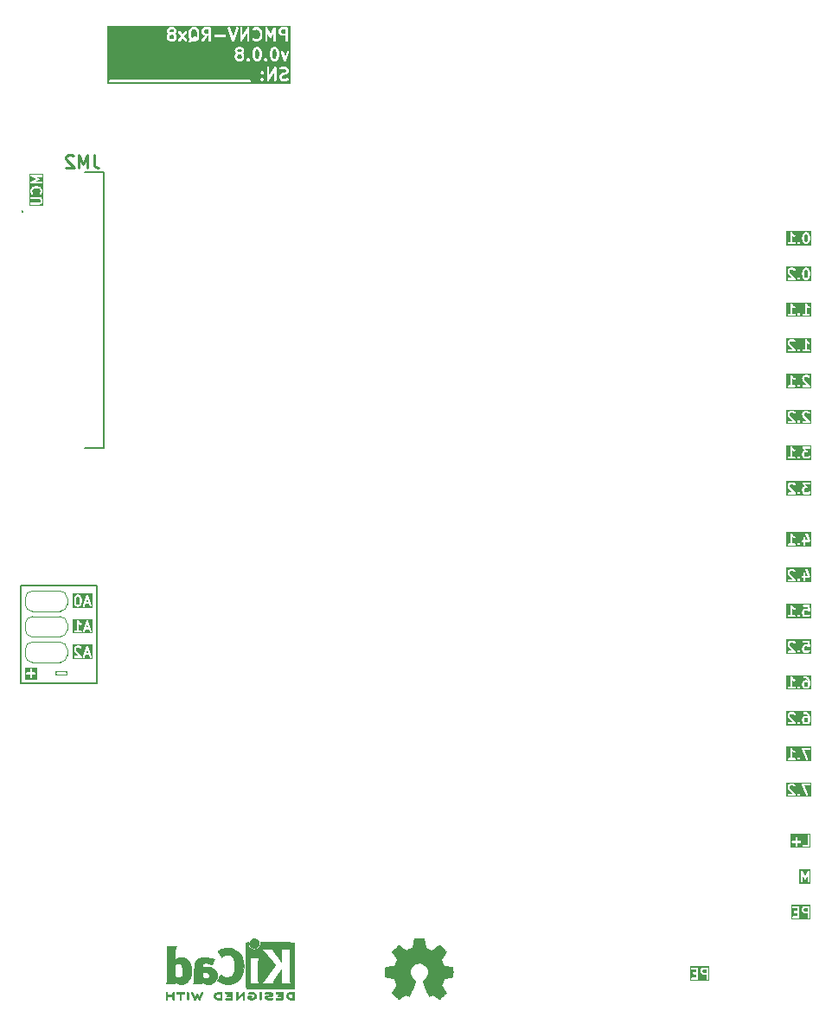
<source format=gbr>
%TF.GenerationSoftware,KiCad,Pcbnew,9.0.6*%
%TF.CreationDate,2025-12-07T14:44:50+03:00*%
%TF.ProjectId,PMCNV-RQx8,504d434e-562d-4525-9178-382e6b696361,rev?*%
%TF.SameCoordinates,Original*%
%TF.FileFunction,Legend,Bot*%
%TF.FilePolarity,Positive*%
%FSLAX46Y46*%
G04 Gerber Fmt 4.6, Leading zero omitted, Abs format (unit mm)*
G04 Created by KiCad (PCBNEW 9.0.6) date 2025-12-07 14:44:50*
%MOMM*%
%LPD*%
G01*
G04 APERTURE LIST*
%ADD10C,0.160000*%
%ADD11C,0.200000*%
%ADD12C,0.240000*%
%ADD13C,0.254000*%
%ADD14C,0.100000*%
%ADD15C,0.150000*%
%ADD16C,0.120000*%
%ADD17C,0.010000*%
G04 APERTURE END LIST*
D10*
X-38500000Y-7000000D02*
X-31000000Y-7000000D01*
X-31000000Y-16500000D01*
X-38500000Y-16500000D01*
X-38500000Y-7000000D01*
D11*
G36*
X38475852Y23917976D02*
G01*
X38500521Y23893308D01*
X38535974Y23822401D01*
X38577945Y23654520D01*
X38577945Y23441044D01*
X38535974Y23273163D01*
X38500521Y23202257D01*
X38475852Y23177587D01*
X38416243Y23147781D01*
X38368219Y23147781D01*
X38308609Y23177586D01*
X38283942Y23202254D01*
X38248487Y23273163D01*
X38206517Y23441044D01*
X38206517Y23654519D01*
X38248487Y23822401D01*
X38283941Y23893308D01*
X38308609Y23917977D01*
X38368219Y23947781D01*
X38416243Y23947781D01*
X38475852Y23917976D01*
G37*
G36*
X38889056Y22836670D02*
G01*
X36466835Y22836670D01*
X36466835Y23857305D01*
X36577946Y23857305D01*
X36577946Y23762067D01*
X36578918Y23752194D01*
X36578731Y23749560D01*
X36579518Y23746097D01*
X36579867Y23742558D01*
X36580878Y23740116D01*
X36583078Y23730444D01*
X36630697Y23587588D01*
X36638688Y23569687D01*
X36641043Y23566972D01*
X36642418Y23563653D01*
X36654854Y23548499D01*
X37055571Y23147781D01*
X36677946Y23147781D01*
X36658437Y23145860D01*
X36622389Y23130928D01*
X36594799Y23103338D01*
X36579867Y23067290D01*
X36579867Y23028272D01*
X36594799Y22992224D01*
X36622389Y22964634D01*
X36658437Y22949702D01*
X36677946Y22947781D01*
X37296993Y22947781D01*
X37316502Y22949702D01*
X37352550Y22964634D01*
X37380140Y22992224D01*
X37395072Y23028272D01*
X37395072Y23067290D01*
X37380140Y23103338D01*
X37380139Y23103339D01*
X37370644Y23114909D01*
X37532247Y23114909D01*
X37532247Y23075891D01*
X37538710Y23060288D01*
X37547179Y23039842D01*
X37547183Y23039838D01*
X37559615Y23024689D01*
X37607234Y22977071D01*
X37622387Y22964634D01*
X37631390Y22960905D01*
X37658436Y22949702D01*
X37697454Y22949702D01*
X37733502Y22964634D01*
X37748656Y22977070D01*
X37796274Y23024689D01*
X37808711Y23039842D01*
X37815463Y23056144D01*
X37823642Y23075890D01*
X37823643Y23114908D01*
X37808712Y23150957D01*
X37796275Y23166110D01*
X37748656Y23213730D01*
X37733503Y23226167D01*
X37718571Y23232352D01*
X37697454Y23241099D01*
X37658436Y23241099D01*
X37647878Y23236726D01*
X37622388Y23226168D01*
X37622387Y23226167D01*
X37607233Y23213730D01*
X37559615Y23166110D01*
X37547178Y23150957D01*
X37537165Y23126781D01*
X37532247Y23114909D01*
X37370644Y23114909D01*
X37367704Y23118492D01*
X36819368Y23666829D01*
X38006517Y23666829D01*
X38006517Y23428734D01*
X38006852Y23425332D01*
X38006635Y23423873D01*
X38007714Y23416576D01*
X38008438Y23409225D01*
X38009002Y23407862D01*
X38009503Y23404480D01*
X38057122Y23214005D01*
X38057635Y23212568D01*
X38057687Y23211845D01*
X38060795Y23203721D01*
X38063717Y23195544D01*
X38064147Y23194964D01*
X38064693Y23193537D01*
X38112312Y23098299D01*
X38117595Y23089907D01*
X38118607Y23087463D01*
X38120863Y23084714D01*
X38122755Y23081709D01*
X38124749Y23079980D01*
X38131044Y23072310D01*
X38178662Y23024690D01*
X38186330Y23018397D01*
X38188062Y23016400D01*
X38191070Y23014507D01*
X38193816Y23012253D01*
X38196256Y23011243D01*
X38204653Y23005957D01*
X38299890Y22958338D01*
X38318199Y22951332D01*
X38321782Y22951078D01*
X38325103Y22949702D01*
X38344612Y22947781D01*
X38439850Y22947781D01*
X38459359Y22949702D01*
X38462679Y22951078D01*
X38466263Y22951332D01*
X38484571Y22958338D01*
X38579809Y23005957D01*
X38588204Y23011242D01*
X38590646Y23012253D01*
X38593393Y23014509D01*
X38596399Y23016400D01*
X38598129Y23018395D01*
X38605799Y23024690D01*
X38653418Y23072310D01*
X38659710Y23079977D01*
X38661707Y23081708D01*
X38663600Y23084716D01*
X38665855Y23087463D01*
X38666866Y23089905D01*
X38672150Y23098299D01*
X38719769Y23193536D01*
X38720315Y23194965D01*
X38720745Y23195544D01*
X38723666Y23203721D01*
X38726775Y23211845D01*
X38726826Y23212566D01*
X38727340Y23214004D01*
X38774959Y23404480D01*
X38775459Y23407862D01*
X38776024Y23409225D01*
X38776747Y23416576D01*
X38777827Y23423873D01*
X38777609Y23425332D01*
X38777945Y23428734D01*
X38777945Y23666829D01*
X38777609Y23670232D01*
X38777827Y23671690D01*
X38776747Y23678988D01*
X38776024Y23686338D01*
X38775459Y23687702D01*
X38774959Y23691083D01*
X38727340Y23881559D01*
X38726826Y23882998D01*
X38726775Y23883718D01*
X38723666Y23891843D01*
X38720745Y23900019D01*
X38720315Y23900599D01*
X38719769Y23902027D01*
X38672150Y23997264D01*
X38666864Y24005661D01*
X38665854Y24008101D01*
X38663600Y24010847D01*
X38661707Y24013855D01*
X38659709Y24015588D01*
X38653417Y24023254D01*
X38605799Y24070873D01*
X38598128Y24077168D01*
X38596399Y24079162D01*
X38593391Y24081056D01*
X38590645Y24083309D01*
X38588205Y24084320D01*
X38579809Y24089605D01*
X38484571Y24137224D01*
X38466263Y24144230D01*
X38462679Y24144485D01*
X38459359Y24145860D01*
X38439850Y24147781D01*
X38344612Y24147781D01*
X38325103Y24145860D01*
X38321782Y24144485D01*
X38318199Y24144230D01*
X38299890Y24137224D01*
X38204653Y24089605D01*
X38196256Y24084320D01*
X38193816Y24083309D01*
X38191070Y24081056D01*
X38188062Y24079162D01*
X38186329Y24077165D01*
X38178663Y24070872D01*
X38131044Y24023254D01*
X38124749Y24015584D01*
X38122755Y24013854D01*
X38120861Y24010847D01*
X38118608Y24008100D01*
X38117597Y24005661D01*
X38112312Y23997264D01*
X38064693Y23902026D01*
X38064147Y23900600D01*
X38063717Y23900019D01*
X38060795Y23891843D01*
X38057687Y23883718D01*
X38057635Y23882996D01*
X38057122Y23881558D01*
X38009503Y23691083D01*
X38009002Y23687702D01*
X38008438Y23686338D01*
X38007714Y23678988D01*
X38006635Y23671690D01*
X38006852Y23670232D01*
X38006517Y23666829D01*
X36819368Y23666829D01*
X36812967Y23673230D01*
X36777946Y23778294D01*
X36777946Y23833698D01*
X36807751Y23893308D01*
X36832419Y23917977D01*
X36892029Y23947781D01*
X37082910Y23947781D01*
X37142519Y23917976D01*
X37178663Y23881833D01*
X37193816Y23869396D01*
X37229865Y23854465D01*
X37268883Y23854465D01*
X37304931Y23869396D01*
X37332521Y23896986D01*
X37347452Y23933034D01*
X37347452Y23972052D01*
X37332521Y24008101D01*
X37320084Y24023254D01*
X37272466Y24070873D01*
X37264795Y24077168D01*
X37263066Y24079162D01*
X37260058Y24081056D01*
X37257312Y24083309D01*
X37254872Y24084320D01*
X37246476Y24089605D01*
X37151238Y24137224D01*
X37132930Y24144230D01*
X37129346Y24144485D01*
X37126026Y24145860D01*
X37106517Y24147781D01*
X36868422Y24147781D01*
X36848913Y24145860D01*
X36845592Y24144485D01*
X36842009Y24144230D01*
X36823700Y24137224D01*
X36728463Y24089605D01*
X36720066Y24084320D01*
X36717626Y24083309D01*
X36714880Y24081056D01*
X36711872Y24079162D01*
X36710139Y24077165D01*
X36702473Y24070872D01*
X36654854Y24023254D01*
X36648559Y24015584D01*
X36646565Y24013854D01*
X36644671Y24010847D01*
X36642418Y24008100D01*
X36641407Y24005661D01*
X36636122Y23997264D01*
X36588503Y23902026D01*
X36581497Y23883718D01*
X36581242Y23880135D01*
X36579867Y23876814D01*
X36577946Y23857305D01*
X36466835Y23857305D01*
X36466835Y24258892D01*
X38889056Y24258892D01*
X38889056Y22836670D01*
G37*
D12*
G36*
X-16914695Y44987288D02*
G01*
X-16885089Y44957682D01*
X-16849324Y44886152D01*
X-16849324Y44714237D01*
X-16885089Y44642707D01*
X-16914694Y44613102D01*
X-16986222Y44577338D01*
X-17158139Y44577338D01*
X-17229668Y44613102D01*
X-17259274Y44642708D01*
X-17295038Y44714237D01*
X-17295038Y44886153D01*
X-17259274Y44957682D01*
X-17229668Y44987288D01*
X-17158139Y45023052D01*
X-16986223Y45023052D01*
X-16914695Y44987288D01*
G37*
G36*
X-16914695Y45501574D02*
G01*
X-16885089Y45471968D01*
X-16849324Y45400438D01*
X-16849324Y45399952D01*
X-16885089Y45328423D01*
X-16914695Y45298817D01*
X-16986223Y45263052D01*
X-17158139Y45263052D01*
X-17229668Y45298817D01*
X-17259274Y45328423D01*
X-17295038Y45399952D01*
X-17295038Y45400439D01*
X-17259274Y45471968D01*
X-17229668Y45501574D01*
X-17158139Y45537338D01*
X-16986223Y45537338D01*
X-16914695Y45501574D01*
G37*
G36*
X-15257551Y45501574D02*
G01*
X-15227947Y45471970D01*
X-15185403Y45386882D01*
X-15135038Y45185422D01*
X-15135038Y44929253D01*
X-15185403Y44727793D01*
X-15227947Y44642705D01*
X-15257549Y44613104D01*
X-15329081Y44577338D01*
X-15386709Y44577338D01*
X-15458241Y44613104D01*
X-15487845Y44642708D01*
X-15530387Y44727793D01*
X-15580752Y44929253D01*
X-15580752Y45185423D01*
X-15530387Y45386883D01*
X-15487845Y45471968D01*
X-15458240Y45501574D01*
X-15386710Y45537338D01*
X-15329080Y45537338D01*
X-15257551Y45501574D01*
G37*
G36*
X-13543265Y45501574D02*
G01*
X-13513661Y45471970D01*
X-13471117Y45386882D01*
X-13420752Y45185422D01*
X-13420752Y44929253D01*
X-13471117Y44727793D01*
X-13513661Y44642705D01*
X-13543263Y44613104D01*
X-13614795Y44577338D01*
X-13672423Y44577338D01*
X-13743955Y44613104D01*
X-13773559Y44642708D01*
X-13816101Y44727793D01*
X-13866466Y44929253D01*
X-13866466Y45185423D01*
X-13816101Y45386883D01*
X-13773559Y45471968D01*
X-13743954Y45501574D01*
X-13672424Y45537338D01*
X-13614794Y45537338D01*
X-13543265Y45501574D01*
G37*
G36*
X-21371832Y46545037D02*
G01*
X-21443366Y46509270D01*
X-21525332Y46509270D01*
X-21515384Y46519219D01*
X-21443852Y46554984D01*
X-21361884Y46554984D01*
X-21371832Y46545037D01*
G37*
G36*
X-21371835Y47433505D02*
G01*
X-21294822Y47356492D01*
X-21249323Y47174497D01*
X-21249323Y46804043D01*
X-21263561Y46747095D01*
X-21291226Y46774760D01*
X-21334483Y46792678D01*
X-21357894Y46794984D01*
X-21472180Y46794984D01*
X-21495591Y46792678D01*
X-21499573Y46791029D01*
X-21503875Y46790723D01*
X-21525845Y46782315D01*
X-21640132Y46725172D01*
X-21650209Y46718829D01*
X-21653134Y46717617D01*
X-21656429Y46714914D01*
X-21660040Y46712640D01*
X-21662117Y46710246D01*
X-21671319Y46702694D01*
X-21757895Y46616119D01*
X-21763825Y46622049D01*
X-21809323Y46804042D01*
X-21809323Y47174498D01*
X-21763825Y47356491D01*
X-21686810Y47433506D01*
X-21615281Y47469270D01*
X-21443365Y47469270D01*
X-21371835Y47433505D01*
G37*
G36*
X-23543266Y46919220D02*
G01*
X-23513660Y46889614D01*
X-23477895Y46818084D01*
X-23477895Y46646169D01*
X-23513660Y46574639D01*
X-23543265Y46545034D01*
X-23614793Y46509270D01*
X-23786710Y46509270D01*
X-23858239Y46545034D01*
X-23887845Y46574640D01*
X-23923609Y46646169D01*
X-23923609Y46818085D01*
X-23887845Y46889614D01*
X-23858239Y46919220D01*
X-23786710Y46954984D01*
X-23614794Y46954984D01*
X-23543266Y46919220D01*
G37*
G36*
X-23543266Y47433506D02*
G01*
X-23513660Y47403900D01*
X-23477895Y47332370D01*
X-23477895Y47331884D01*
X-23513660Y47260355D01*
X-23543266Y47230749D01*
X-23614794Y47194984D01*
X-23786710Y47194984D01*
X-23858239Y47230749D01*
X-23887845Y47260355D01*
X-23923609Y47331884D01*
X-23923609Y47332371D01*
X-23887845Y47403900D01*
X-23858239Y47433506D01*
X-23786710Y47469270D01*
X-23614794Y47469270D01*
X-23543266Y47433506D01*
G37*
G36*
X-20106466Y47080698D02*
G01*
X-20415281Y47080698D01*
X-20486810Y47116463D01*
X-20516416Y47146069D01*
X-20552180Y47217598D01*
X-20552180Y47332371D01*
X-20516416Y47403900D01*
X-20486810Y47433506D01*
X-20415281Y47469270D01*
X-20106466Y47469270D01*
X-20106466Y47080698D01*
G37*
G36*
X-12563609Y47080698D02*
G01*
X-12872424Y47080698D01*
X-12943953Y47116463D01*
X-12973559Y47146069D01*
X-13009323Y47217598D01*
X-13009323Y47332371D01*
X-12973559Y47403900D01*
X-12943953Y47433506D01*
X-12872424Y47469270D01*
X-12563609Y47469270D01*
X-12563609Y47080698D01*
G37*
G36*
X-12077278Y42157787D02*
G01*
X-30008926Y42157787D01*
X-30008926Y42434531D01*
X-29875593Y42434531D01*
X-29875593Y42387709D01*
X-29857675Y42344452D01*
X-29824567Y42311344D01*
X-29781310Y42293426D01*
X-29757899Y42291120D01*
X-28843613Y42291120D01*
X-27929327Y42291120D01*
X-27015041Y42291120D01*
X-26100755Y42291120D01*
X-25186469Y42291120D01*
X-24272183Y42291120D01*
X-23357897Y42291120D01*
X-22443611Y42291120D01*
X-21529325Y42291120D01*
X-20615039Y42291120D01*
X-19700753Y42291120D01*
X-18786467Y42291120D01*
X-17872181Y42291120D01*
X-16957895Y42291120D01*
X-16043609Y42291120D01*
X-16020198Y42293426D01*
X-15976941Y42311344D01*
X-15943833Y42344452D01*
X-15925915Y42387709D01*
X-15925915Y42434531D01*
X-15943833Y42477788D01*
X-15976941Y42510896D01*
X-16020198Y42528814D01*
X-16043609Y42531120D01*
X-16957895Y42531120D01*
X-17872181Y42531120D01*
X-18786467Y42531120D01*
X-19700753Y42531120D01*
X-20615039Y42531120D01*
X-21529325Y42531120D01*
X-22443611Y42531120D01*
X-23357897Y42531120D01*
X-24272183Y42531120D01*
X-25186469Y42531120D01*
X-26100755Y42531120D01*
X-27015041Y42531120D01*
X-27929327Y42531120D01*
X-28843613Y42531120D01*
X-29757899Y42531120D01*
X-29781310Y42528814D01*
X-29824567Y42510896D01*
X-29857675Y42477788D01*
X-29875593Y42434531D01*
X-30008926Y42434531D01*
X-30008926Y42605959D01*
X-15018446Y42605959D01*
X-15018446Y42559137D01*
X-15014171Y42548817D01*
X-15000528Y42515879D01*
X-14985604Y42497694D01*
X-14928461Y42440552D01*
X-14910282Y42425634D01*
X-14910278Y42425630D01*
X-14910277Y42425630D01*
X-14910276Y42425629D01*
X-14899474Y42421155D01*
X-14867020Y42407712D01*
X-14867019Y42407712D01*
X-14820199Y42407712D01*
X-14820197Y42407712D01*
X-14776940Y42425630D01*
X-14776937Y42425634D01*
X-14758757Y42440552D01*
X-14701614Y42497695D01*
X-14686690Y42515879D01*
X-14668772Y42559136D01*
X-14668772Y42605958D01*
X-14686689Y42649215D01*
X-14686691Y42649217D01*
X-14701613Y42667401D01*
X-14758756Y42724544D01*
X-14776941Y42739467D01*
X-14820198Y42757385D01*
X-14867020Y42757385D01*
X-14910277Y42739467D01*
X-14928462Y42724544D01*
X-14985605Y42667401D01*
X-15000528Y42649217D01*
X-15000529Y42649215D01*
X-15004657Y42639248D01*
X-15018446Y42605959D01*
X-30008926Y42605959D01*
X-30008926Y43234531D01*
X-15018446Y43234531D01*
X-15018446Y43187709D01*
X-15000528Y43144452D01*
X-14985605Y43126267D01*
X-14928462Y43069124D01*
X-14910277Y43054201D01*
X-14867020Y43036283D01*
X-14820198Y43036283D01*
X-14776941Y43054201D01*
X-14758756Y43069124D01*
X-14701613Y43126267D01*
X-14686690Y43144452D01*
X-14668773Y43187709D01*
X-14668773Y43234531D01*
X-14686690Y43277788D01*
X-14701613Y43295973D01*
X-14758756Y43353116D01*
X-14776941Y43368039D01*
X-14820198Y43385957D01*
X-14867020Y43385957D01*
X-14910277Y43368039D01*
X-14928462Y43353116D01*
X-14985605Y43295973D01*
X-15000528Y43277788D01*
X-15018446Y43234531D01*
X-30008926Y43234531D01*
X-30008926Y43725406D01*
X-14392180Y43725406D01*
X-14392180Y42525406D01*
X-14391587Y42519381D01*
X-14391886Y42517025D01*
X-14391054Y42513974D01*
X-14389874Y42501995D01*
X-14383766Y42487248D01*
X-14379567Y42471853D01*
X-14374884Y42465805D01*
X-14371956Y42458738D01*
X-14360673Y42447455D01*
X-14350899Y42434834D01*
X-14344257Y42431039D01*
X-14338848Y42425630D01*
X-14324104Y42419523D01*
X-14310246Y42411604D01*
X-14302659Y42410640D01*
X-14295591Y42407712D01*
X-14279627Y42407712D01*
X-14263799Y42405700D01*
X-14256421Y42407712D01*
X-14248769Y42407712D01*
X-14234022Y42413821D01*
X-14218627Y42418019D01*
X-14212579Y42422703D01*
X-14205512Y42425630D01*
X-14194229Y42436914D01*
X-14181608Y42446687D01*
X-14174642Y42456501D01*
X-14172404Y42458738D01*
X-14171495Y42460934D01*
X-14167991Y42465869D01*
X-13706466Y43273539D01*
X-13706466Y42525406D01*
X-13704160Y42501995D01*
X-13686242Y42458738D01*
X-13653134Y42425630D01*
X-13609877Y42407712D01*
X-13563055Y42407712D01*
X-13519798Y42425630D01*
X-13486690Y42458738D01*
X-13468772Y42501995D01*
X-13466466Y42525406D01*
X-13466466Y42868263D01*
X-13192180Y42868263D01*
X-13192180Y42753977D01*
X-13189874Y42730566D01*
X-13188224Y42726582D01*
X-13187918Y42722282D01*
X-13179511Y42700311D01*
X-13122368Y42586025D01*
X-13116025Y42575949D01*
X-13114813Y42573023D01*
X-13112110Y42569729D01*
X-13109836Y42566117D01*
X-13107442Y42564041D01*
X-13099890Y42554838D01*
X-13042747Y42497695D01*
X-13033542Y42490141D01*
X-13031467Y42487749D01*
X-13027860Y42485479D01*
X-13024562Y42482772D01*
X-13021635Y42481560D01*
X-13011559Y42475217D01*
X-12897275Y42418075D01*
X-12875304Y42409668D01*
X-12871005Y42409363D01*
X-12867020Y42407712D01*
X-12843609Y42405406D01*
X-12557894Y42405406D01*
X-12546049Y42406573D01*
X-12542886Y42406348D01*
X-12538725Y42407295D01*
X-12534483Y42407712D01*
X-12531557Y42408925D01*
X-12519947Y42411564D01*
X-12348519Y42468706D01*
X-12327038Y42478297D01*
X-12291667Y42508974D01*
X-12270728Y42550853D01*
X-12267408Y42597556D01*
X-12282214Y42641975D01*
X-12312892Y42677347D01*
X-12354770Y42698286D01*
X-12401474Y42701606D01*
X-12424413Y42696390D01*
X-12577367Y42645406D01*
X-12815281Y42645406D01*
X-12886810Y42681170D01*
X-12916416Y42710776D01*
X-12952180Y42782305D01*
X-12952180Y42839935D01*
X-12916416Y42911464D01*
X-12886810Y42941070D01*
X-12801725Y42983613D01*
X-12585932Y43037560D01*
X-12584203Y43038178D01*
X-12583342Y43038239D01*
X-12573617Y43041961D01*
X-12563780Y43045475D01*
X-12563085Y43045991D01*
X-12561371Y43046646D01*
X-12447086Y43103789D01*
X-12437010Y43110133D01*
X-12434084Y43111344D01*
X-12430790Y43114048D01*
X-12427178Y43116321D01*
X-12425102Y43118716D01*
X-12415899Y43126267D01*
X-12358756Y43183410D01*
X-12351205Y43192613D01*
X-12348810Y43194689D01*
X-12346537Y43198301D01*
X-12343833Y43201595D01*
X-12342622Y43204520D01*
X-12336278Y43214597D01*
X-12279135Y43328882D01*
X-12270728Y43350853D01*
X-12270423Y43355153D01*
X-12268772Y43359137D01*
X-12266466Y43382548D01*
X-12266466Y43496834D01*
X-12268772Y43520245D01*
X-12270422Y43524227D01*
X-12270727Y43528529D01*
X-12279135Y43550499D01*
X-12336278Y43664786D01*
X-12342622Y43674864D01*
X-12343833Y43677788D01*
X-12346537Y43681083D01*
X-12348810Y43684694D01*
X-12351205Y43686771D01*
X-12358756Y43695973D01*
X-12415899Y43753116D01*
X-12425102Y43760668D01*
X-12427178Y43763062D01*
X-12430790Y43765336D01*
X-12434084Y43768039D01*
X-12437010Y43769251D01*
X-12447086Y43775594D01*
X-12561371Y43832737D01*
X-12583342Y43841144D01*
X-12587642Y43841450D01*
X-12591626Y43843100D01*
X-12615037Y43845406D01*
X-12900752Y43845406D01*
X-12912604Y43844239D01*
X-12915761Y43844463D01*
X-12919917Y43843519D01*
X-12924163Y43843100D01*
X-12927091Y43841888D01*
X-12938700Y43839248D01*
X-13110128Y43782105D01*
X-13131608Y43772514D01*
X-13166979Y43741836D01*
X-13187918Y43699958D01*
X-13191238Y43653254D01*
X-13176431Y43608835D01*
X-13145753Y43573464D01*
X-13103875Y43552525D01*
X-13057171Y43549205D01*
X-13034232Y43554421D01*
X-12881279Y43605406D01*
X-12643365Y43605406D01*
X-12571837Y43569642D01*
X-12542231Y43540036D01*
X-12506466Y43468506D01*
X-12506466Y43410877D01*
X-12542231Y43339348D01*
X-12571837Y43309742D01*
X-12656922Y43267199D01*
X-12872713Y43213251D01*
X-12874442Y43212634D01*
X-12875304Y43212572D01*
X-12885036Y43208849D01*
X-12894866Y43205336D01*
X-12895562Y43204821D01*
X-12897275Y43204165D01*
X-13011560Y43147022D01*
X-13021638Y43140679D01*
X-13024562Y43139467D01*
X-13027857Y43136764D01*
X-13031468Y43134490D01*
X-13033545Y43132096D01*
X-13042747Y43124544D01*
X-13099890Y43067401D01*
X-13107442Y43058199D01*
X-13109836Y43056122D01*
X-13112110Y43052511D01*
X-13114813Y43049216D01*
X-13116025Y43046291D01*
X-13122368Y43036214D01*
X-13179511Y42921929D01*
X-13187918Y42899958D01*
X-13188224Y42895659D01*
X-13189874Y42891674D01*
X-13192180Y42868263D01*
X-13466466Y42868263D01*
X-13466466Y43725406D01*
X-13467060Y43731432D01*
X-13466760Y43733787D01*
X-13467593Y43736839D01*
X-13468772Y43748817D01*
X-13474881Y43763565D01*
X-13479079Y43778959D01*
X-13483763Y43785008D01*
X-13486690Y43792074D01*
X-13497974Y43803358D01*
X-13507747Y43815978D01*
X-13514390Y43819774D01*
X-13519798Y43825182D01*
X-13534543Y43831290D01*
X-13548400Y43839208D01*
X-13555988Y43840173D01*
X-13563055Y43843100D01*
X-13579019Y43843100D01*
X-13594847Y43845112D01*
X-13602225Y43843100D01*
X-13609877Y43843100D01*
X-13624625Y43836992D01*
X-13640019Y43832793D01*
X-13646068Y43828110D01*
X-13653134Y43825182D01*
X-13664418Y43813899D01*
X-13677038Y43804125D01*
X-13684004Y43794313D01*
X-13686242Y43792074D01*
X-13687153Y43789877D01*
X-13690655Y43784942D01*
X-14152180Y42977274D01*
X-14152180Y43725406D01*
X-14154486Y43748817D01*
X-14172404Y43792074D01*
X-14205512Y43825182D01*
X-14248769Y43843100D01*
X-14295591Y43843100D01*
X-14338848Y43825182D01*
X-14371956Y43792074D01*
X-14389874Y43748817D01*
X-14392180Y43725406D01*
X-30008926Y43725406D01*
X-30008926Y45428766D01*
X-17535038Y45428766D01*
X-17535038Y45371623D01*
X-17532732Y45348212D01*
X-17531082Y45344228D01*
X-17530776Y45339928D01*
X-17522369Y45317957D01*
X-17465226Y45203672D01*
X-17458883Y45193596D01*
X-17457671Y45190670D01*
X-17454968Y45187376D01*
X-17452694Y45183764D01*
X-17450300Y45181688D01*
X-17442748Y45172485D01*
X-17413315Y45143052D01*
X-17442748Y45113619D01*
X-17450300Y45104417D01*
X-17452694Y45102340D01*
X-17454968Y45098729D01*
X-17457671Y45095434D01*
X-17458883Y45092509D01*
X-17465226Y45082432D01*
X-17522369Y44968146D01*
X-17530776Y44946175D01*
X-17531082Y44941876D01*
X-17532732Y44937891D01*
X-17535038Y44914480D01*
X-17535038Y44685909D01*
X-17532732Y44662498D01*
X-17531082Y44658514D01*
X-17530776Y44654214D01*
X-17522369Y44632243D01*
X-17465226Y44517957D01*
X-17458883Y44507881D01*
X-17457671Y44504955D01*
X-17454968Y44501661D01*
X-17452694Y44498049D01*
X-17450300Y44495973D01*
X-17442748Y44486770D01*
X-17385605Y44429627D01*
X-17376400Y44422073D01*
X-17374325Y44419681D01*
X-17370718Y44417411D01*
X-17367420Y44414704D01*
X-17364493Y44413492D01*
X-17354417Y44407149D01*
X-17240133Y44350007D01*
X-17218162Y44341600D01*
X-17213863Y44341295D01*
X-17209878Y44339644D01*
X-17186467Y44337338D01*
X-16957895Y44337338D01*
X-16934484Y44339644D01*
X-16930503Y44341294D01*
X-16926200Y44341599D01*
X-16904230Y44350007D01*
X-16789945Y44407148D01*
X-16779868Y44413493D01*
X-16776942Y44414704D01*
X-16773645Y44417410D01*
X-16770037Y44419681D01*
X-16767963Y44422073D01*
X-16758757Y44429627D01*
X-16701614Y44486770D01*
X-16694063Y44495973D01*
X-16691668Y44498049D01*
X-16689395Y44501661D01*
X-16686691Y44504955D01*
X-16685480Y44507880D01*
X-16679136Y44517957D01*
X-16669169Y44537891D01*
X-16389875Y44537891D01*
X-16389875Y44491069D01*
X-16382120Y44472347D01*
X-16371957Y44447811D01*
X-16357033Y44429626D01*
X-16299890Y44372484D01*
X-16281711Y44357566D01*
X-16281707Y44357562D01*
X-16281706Y44357562D01*
X-16281705Y44357561D01*
X-16270903Y44353087D01*
X-16238449Y44339644D01*
X-16238448Y44339644D01*
X-16191628Y44339644D01*
X-16191626Y44339644D01*
X-16148369Y44357562D01*
X-16148366Y44357566D01*
X-16130186Y44372484D01*
X-16073043Y44429627D01*
X-16058119Y44447811D01*
X-16040201Y44491068D01*
X-16040201Y44537890D01*
X-16058118Y44581147D01*
X-16058120Y44581149D01*
X-16073042Y44599333D01*
X-16130185Y44656476D01*
X-16148370Y44671399D01*
X-16191627Y44689317D01*
X-16238449Y44689317D01*
X-16281704Y44671400D01*
X-16281706Y44671399D01*
X-16299891Y44656476D01*
X-16357034Y44599333D01*
X-16371957Y44581149D01*
X-16371958Y44581147D01*
X-16377314Y44568215D01*
X-16389875Y44537891D01*
X-16669169Y44537891D01*
X-16621993Y44632244D01*
X-16613585Y44654214D01*
X-16613280Y44658517D01*
X-16611630Y44662498D01*
X-16609324Y44685909D01*
X-16609324Y44914480D01*
X-16611630Y44937891D01*
X-16613280Y44941873D01*
X-16613585Y44946175D01*
X-16621993Y44968145D01*
X-16679136Y45082432D01*
X-16685480Y45092510D01*
X-16686691Y45095434D01*
X-16689395Y45098729D01*
X-16691668Y45102340D01*
X-16694063Y45104417D01*
X-16701614Y45113619D01*
X-16731047Y45143052D01*
X-16701614Y45172485D01*
X-16694063Y45181688D01*
X-16691668Y45183764D01*
X-16689395Y45187376D01*
X-16686691Y45190670D01*
X-16685480Y45193595D01*
X-16681325Y45200195D01*
X-15820752Y45200195D01*
X-15820752Y44914480D01*
X-15820350Y44910396D01*
X-15820610Y44908647D01*
X-15819315Y44899885D01*
X-15818446Y44891069D01*
X-15817770Y44889436D01*
X-15817169Y44885376D01*
X-15760026Y44656804D01*
X-15759409Y44655075D01*
X-15759347Y44654214D01*
X-15755626Y44644489D01*
X-15752111Y44634652D01*
X-15751596Y44633957D01*
X-15750940Y44632243D01*
X-15693797Y44517957D01*
X-15687456Y44507883D01*
X-15686243Y44504956D01*
X-15683538Y44501660D01*
X-15681265Y44498049D01*
X-15678872Y44495974D01*
X-15671320Y44486771D01*
X-15614177Y44429628D01*
X-15604975Y44422075D01*
X-15602897Y44419680D01*
X-15599288Y44417408D01*
X-15595993Y44414704D01*
X-15593067Y44413492D01*
X-15582989Y44407148D01*
X-15468703Y44350006D01*
X-15446732Y44341599D01*
X-15442432Y44341294D01*
X-15438449Y44339644D01*
X-15415038Y44337338D01*
X-15300752Y44337338D01*
X-15277341Y44339644D01*
X-15273359Y44341294D01*
X-15269058Y44341599D01*
X-15247087Y44350006D01*
X-15132801Y44407148D01*
X-15122724Y44413493D01*
X-15119797Y44414704D01*
X-15116502Y44417409D01*
X-15112893Y44419680D01*
X-15110818Y44422074D01*
X-15101612Y44429628D01*
X-15044470Y44486771D01*
X-15036919Y44495974D01*
X-15034525Y44498049D01*
X-15032253Y44501660D01*
X-15029547Y44504956D01*
X-15028335Y44507883D01*
X-15021993Y44517957D01*
X-15012026Y44537891D01*
X-14675589Y44537891D01*
X-14675589Y44491069D01*
X-14667834Y44472347D01*
X-14657671Y44447811D01*
X-14642747Y44429626D01*
X-14585604Y44372484D01*
X-14567425Y44357566D01*
X-14567421Y44357562D01*
X-14567420Y44357562D01*
X-14567419Y44357561D01*
X-14556617Y44353087D01*
X-14524163Y44339644D01*
X-14524162Y44339644D01*
X-14477342Y44339644D01*
X-14477340Y44339644D01*
X-14434083Y44357562D01*
X-14434080Y44357566D01*
X-14415900Y44372484D01*
X-14358757Y44429627D01*
X-14343833Y44447811D01*
X-14325915Y44491068D01*
X-14325915Y44537890D01*
X-14343832Y44581147D01*
X-14343834Y44581149D01*
X-14358756Y44599333D01*
X-14415899Y44656476D01*
X-14434084Y44671399D01*
X-14477341Y44689317D01*
X-14524163Y44689317D01*
X-14567418Y44671400D01*
X-14567420Y44671399D01*
X-14585605Y44656476D01*
X-14642748Y44599333D01*
X-14657671Y44581149D01*
X-14657672Y44581147D01*
X-14663028Y44568215D01*
X-14675589Y44537891D01*
X-15012026Y44537891D01*
X-14964850Y44632244D01*
X-14964195Y44633956D01*
X-14963679Y44634652D01*
X-14960173Y44644467D01*
X-14956442Y44654214D01*
X-14956381Y44655080D01*
X-14955764Y44656805D01*
X-14898621Y44885376D01*
X-14898021Y44889436D01*
X-14897344Y44891069D01*
X-14896476Y44899885D01*
X-14895180Y44908647D01*
X-14895441Y44910396D01*
X-14895038Y44914480D01*
X-14895038Y45200195D01*
X-14106466Y45200195D01*
X-14106466Y44914480D01*
X-14106064Y44910396D01*
X-14106324Y44908647D01*
X-14105029Y44899885D01*
X-14104160Y44891069D01*
X-14103484Y44889436D01*
X-14102883Y44885376D01*
X-14045740Y44656804D01*
X-14045123Y44655075D01*
X-14045061Y44654214D01*
X-14041340Y44644489D01*
X-14037825Y44634652D01*
X-14037310Y44633957D01*
X-14036654Y44632243D01*
X-13979511Y44517957D01*
X-13973170Y44507883D01*
X-13971957Y44504956D01*
X-13969252Y44501660D01*
X-13966979Y44498049D01*
X-13964586Y44495974D01*
X-13957034Y44486771D01*
X-13899891Y44429628D01*
X-13890689Y44422075D01*
X-13888611Y44419680D01*
X-13885002Y44417408D01*
X-13881707Y44414704D01*
X-13878781Y44413492D01*
X-13868703Y44407148D01*
X-13754417Y44350006D01*
X-13732446Y44341599D01*
X-13728146Y44341294D01*
X-13724163Y44339644D01*
X-13700752Y44337338D01*
X-13586466Y44337338D01*
X-13563055Y44339644D01*
X-13559073Y44341294D01*
X-13554772Y44341599D01*
X-13532801Y44350006D01*
X-13418515Y44407148D01*
X-13408438Y44413493D01*
X-13405511Y44414704D01*
X-13402216Y44417409D01*
X-13398607Y44419680D01*
X-13396532Y44422074D01*
X-13387326Y44429628D01*
X-13330184Y44486771D01*
X-13322633Y44495974D01*
X-13320239Y44498049D01*
X-13317967Y44501660D01*
X-13315261Y44504956D01*
X-13314049Y44507883D01*
X-13307707Y44517957D01*
X-13250564Y44632244D01*
X-13249909Y44633956D01*
X-13249393Y44634652D01*
X-13245887Y44644467D01*
X-13242156Y44654214D01*
X-13242095Y44655080D01*
X-13241478Y44656805D01*
X-13184335Y44885376D01*
X-13183735Y44889436D01*
X-13183058Y44891069D01*
X-13182190Y44899885D01*
X-13180894Y44908647D01*
X-13181155Y44910396D01*
X-13180752Y44914480D01*
X-13180752Y45200195D01*
X-13181155Y45204280D01*
X-13180894Y45206028D01*
X-13182190Y45214791D01*
X-13183058Y45223606D01*
X-13183735Y45225240D01*
X-13184335Y45229299D01*
X-13186960Y45239800D01*
X-13019463Y45239800D01*
X-13013761Y45216978D01*
X-12728046Y44416977D01*
X-12718000Y44395706D01*
X-12713957Y44391240D01*
X-12711379Y44385798D01*
X-12698365Y44374017D01*
X-12686577Y44360995D01*
X-12681134Y44358417D01*
X-12676669Y44354375D01*
X-12660134Y44348470D01*
X-12644263Y44340952D01*
X-12638248Y44340653D01*
X-12632575Y44338627D01*
X-12615037Y44339499D01*
X-12597499Y44338627D01*
X-12591827Y44340653D01*
X-12585811Y44340952D01*
X-12569944Y44348469D01*
X-12553405Y44354375D01*
X-12548939Y44358419D01*
X-12543497Y44360996D01*
X-12531713Y44374014D01*
X-12518695Y44385798D01*
X-12516118Y44391240D01*
X-12512074Y44395706D01*
X-12502028Y44416978D01*
X-12216314Y45216978D01*
X-12210611Y45239801D01*
X-12212937Y45286564D01*
X-12232981Y45328879D01*
X-12267691Y45360302D01*
X-12311785Y45376050D01*
X-12358549Y45373725D01*
X-12400863Y45353681D01*
X-12432286Y45318970D01*
X-12442332Y45297699D01*
X-12615038Y44814124D01*
X-12787743Y45297698D01*
X-12797789Y45318970D01*
X-12829212Y45353680D01*
X-12871526Y45373724D01*
X-12918290Y45376049D01*
X-12962384Y45360301D01*
X-12997094Y45328878D01*
X-13017138Y45286564D01*
X-13019463Y45239800D01*
X-13186960Y45239800D01*
X-13241478Y45457870D01*
X-13242095Y45459596D01*
X-13242156Y45460461D01*
X-13245887Y45470209D01*
X-13249393Y45480023D01*
X-13249909Y45480720D01*
X-13250564Y45482431D01*
X-13307707Y45596718D01*
X-13314049Y45606793D01*
X-13315261Y45609719D01*
X-13317967Y45613016D01*
X-13320239Y45616626D01*
X-13322633Y45618702D01*
X-13330184Y45627904D01*
X-13387326Y45685047D01*
X-13396531Y45692602D01*
X-13398606Y45694994D01*
X-13402214Y45697266D01*
X-13405511Y45699971D01*
X-13408439Y45701184D01*
X-13418514Y45707526D01*
X-13532800Y45764669D01*
X-13554771Y45773076D01*
X-13559071Y45773382D01*
X-13563055Y45775032D01*
X-13586466Y45777338D01*
X-13700752Y45777338D01*
X-13724163Y45775032D01*
X-13728145Y45773383D01*
X-13732447Y45773077D01*
X-13754417Y45764669D01*
X-13868704Y45707526D01*
X-13878779Y45701184D01*
X-13881707Y45699971D01*
X-13885004Y45697266D01*
X-13888612Y45694994D01*
X-13890689Y45692600D01*
X-13899891Y45685047D01*
X-13957034Y45627904D01*
X-13964586Y45618702D01*
X-13966979Y45616626D01*
X-13969252Y45613016D01*
X-13971957Y45609719D01*
X-13973170Y45606793D01*
X-13979511Y45596718D01*
X-14036654Y45482432D01*
X-14037310Y45480719D01*
X-14037825Y45480023D01*
X-14041340Y45470187D01*
X-14045061Y45460461D01*
X-14045123Y45459601D01*
X-14045740Y45457871D01*
X-14102883Y45229299D01*
X-14103484Y45225240D01*
X-14104160Y45223606D01*
X-14105029Y45214791D01*
X-14106324Y45206028D01*
X-14106064Y45204280D01*
X-14106466Y45200195D01*
X-14895038Y45200195D01*
X-14895441Y45204280D01*
X-14895180Y45206028D01*
X-14896476Y45214791D01*
X-14897344Y45223606D01*
X-14898021Y45225240D01*
X-14898621Y45229299D01*
X-14955764Y45457870D01*
X-14956381Y45459596D01*
X-14956442Y45460461D01*
X-14960173Y45470209D01*
X-14963679Y45480023D01*
X-14964195Y45480720D01*
X-14964850Y45482431D01*
X-15021993Y45596718D01*
X-15028335Y45606793D01*
X-15029547Y45609719D01*
X-15032253Y45613016D01*
X-15034525Y45616626D01*
X-15036919Y45618702D01*
X-15044470Y45627904D01*
X-15101612Y45685047D01*
X-15110817Y45692602D01*
X-15112892Y45694994D01*
X-15116500Y45697266D01*
X-15119797Y45699971D01*
X-15122725Y45701184D01*
X-15132800Y45707526D01*
X-15247086Y45764669D01*
X-15269057Y45773076D01*
X-15273357Y45773382D01*
X-15277341Y45775032D01*
X-15300752Y45777338D01*
X-15415038Y45777338D01*
X-15438449Y45775032D01*
X-15442431Y45773383D01*
X-15446733Y45773077D01*
X-15468703Y45764669D01*
X-15582990Y45707526D01*
X-15593065Y45701184D01*
X-15595993Y45699971D01*
X-15599290Y45697266D01*
X-15602898Y45694994D01*
X-15604975Y45692600D01*
X-15614177Y45685047D01*
X-15671320Y45627904D01*
X-15678872Y45618702D01*
X-15681265Y45616626D01*
X-15683538Y45613016D01*
X-15686243Y45609719D01*
X-15687456Y45606793D01*
X-15693797Y45596718D01*
X-15750940Y45482432D01*
X-15751596Y45480719D01*
X-15752111Y45480023D01*
X-15755626Y45470187D01*
X-15759347Y45460461D01*
X-15759409Y45459601D01*
X-15760026Y45457871D01*
X-15817169Y45229299D01*
X-15817770Y45225240D01*
X-15818446Y45223606D01*
X-15819315Y45214791D01*
X-15820610Y45206028D01*
X-15820350Y45204280D01*
X-15820752Y45200195D01*
X-16681325Y45200195D01*
X-16679136Y45203672D01*
X-16621993Y45317957D01*
X-16613586Y45339928D01*
X-16613281Y45344228D01*
X-16611630Y45348212D01*
X-16609324Y45371623D01*
X-16609324Y45428766D01*
X-16611630Y45452177D01*
X-16613280Y45456159D01*
X-16613585Y45460461D01*
X-16621993Y45482431D01*
X-16679136Y45596718D01*
X-16685480Y45606796D01*
X-16686691Y45609720D01*
X-16689395Y45613015D01*
X-16691668Y45616626D01*
X-16694063Y45618703D01*
X-16701614Y45627905D01*
X-16758757Y45685048D01*
X-16767960Y45692600D01*
X-16770036Y45694994D01*
X-16773648Y45697268D01*
X-16776942Y45699971D01*
X-16779868Y45701183D01*
X-16789944Y45707526D01*
X-16904229Y45764669D01*
X-16926200Y45773076D01*
X-16930500Y45773382D01*
X-16934484Y45775032D01*
X-16957895Y45777338D01*
X-17186467Y45777338D01*
X-17209878Y45775032D01*
X-17213863Y45773382D01*
X-17218162Y45773076D01*
X-17240133Y45764669D01*
X-17354418Y45707526D01*
X-17364496Y45701183D01*
X-17367420Y45699971D01*
X-17370715Y45697268D01*
X-17374326Y45694994D01*
X-17376403Y45692600D01*
X-17385605Y45685048D01*
X-17442748Y45627905D01*
X-17450300Y45618703D01*
X-17452694Y45616626D01*
X-17454968Y45613015D01*
X-17457671Y45609720D01*
X-17458883Y45606795D01*
X-17465226Y45596718D01*
X-17522369Y45482432D01*
X-17530776Y45460461D01*
X-17531082Y45456162D01*
X-17532732Y45452177D01*
X-17535038Y45428766D01*
X-30008926Y45428766D01*
X-30008926Y47360698D01*
X-24163609Y47360698D01*
X-24163609Y47303555D01*
X-24161303Y47280144D01*
X-24159653Y47276160D01*
X-24159347Y47271860D01*
X-24150940Y47249889D01*
X-24093797Y47135604D01*
X-24087454Y47125528D01*
X-24086242Y47122602D01*
X-24083539Y47119308D01*
X-24081265Y47115696D01*
X-24078871Y47113620D01*
X-24071319Y47104417D01*
X-24041886Y47074984D01*
X-24071319Y47045551D01*
X-24078871Y47036349D01*
X-24081265Y47034272D01*
X-24083539Y47030661D01*
X-24086242Y47027366D01*
X-24087454Y47024441D01*
X-24093797Y47014364D01*
X-24150940Y46900078D01*
X-24159347Y46878107D01*
X-24159653Y46873808D01*
X-24161303Y46869823D01*
X-24163609Y46846412D01*
X-24163609Y46617841D01*
X-24161303Y46594430D01*
X-24159653Y46590446D01*
X-24159347Y46586146D01*
X-24150940Y46564175D01*
X-24093797Y46449889D01*
X-24087454Y46439813D01*
X-24086242Y46436887D01*
X-24083539Y46433593D01*
X-24081265Y46429981D01*
X-24078871Y46427905D01*
X-24071319Y46418702D01*
X-24014176Y46361559D01*
X-24004971Y46354005D01*
X-24002896Y46351613D01*
X-23999289Y46349343D01*
X-23995991Y46346636D01*
X-23993064Y46345424D01*
X-23982988Y46339081D01*
X-23868704Y46281939D01*
X-23846733Y46273532D01*
X-23842434Y46273227D01*
X-23838449Y46271576D01*
X-23815038Y46269270D01*
X-23586466Y46269270D01*
X-23563055Y46271576D01*
X-23559074Y46273226D01*
X-23554771Y46273531D01*
X-23532801Y46281939D01*
X-23418516Y46339080D01*
X-23408439Y46345425D01*
X-23405513Y46346636D01*
X-23402216Y46349342D01*
X-23398608Y46351613D01*
X-23396534Y46354005D01*
X-23387328Y46361559D01*
X-23330185Y46418702D01*
X-23322634Y46427905D01*
X-23320239Y46429981D01*
X-23317966Y46433593D01*
X-23315262Y46436887D01*
X-23314051Y46439812D01*
X-23307707Y46449889D01*
X-23250564Y46564176D01*
X-23242156Y46586146D01*
X-23241851Y46590449D01*
X-23240201Y46594430D01*
X-23237895Y46617841D01*
X-23237895Y46846412D01*
X-23240201Y46869823D01*
X-23241851Y46873805D01*
X-23242156Y46878107D01*
X-23250564Y46900077D01*
X-23307707Y47014364D01*
X-23314051Y47024442D01*
X-23315262Y47027366D01*
X-23317966Y47030661D01*
X-23320239Y47034272D01*
X-23322634Y47036349D01*
X-23330185Y47045551D01*
X-23359618Y47074984D01*
X-23330185Y47104417D01*
X-23322634Y47113620D01*
X-23320239Y47115696D01*
X-23317966Y47119308D01*
X-23315262Y47122602D01*
X-23314051Y47125527D01*
X-23307707Y47135604D01*
X-23285484Y47180049D01*
X-23077539Y47180049D01*
X-23064903Y47134965D01*
X-23052252Y47115131D01*
X-22796219Y46789270D01*
X-23052252Y46463409D01*
X-23064903Y46443575D01*
X-23077539Y46398491D01*
X-23071960Y46352003D01*
X-23049016Y46311189D01*
X-23012199Y46282261D01*
X-22967115Y46269625D01*
X-22920627Y46275204D01*
X-22879813Y46298148D01*
X-22863536Y46315131D01*
X-22643609Y46595040D01*
X-22423681Y46315132D01*
X-22407404Y46298148D01*
X-22366590Y46275204D01*
X-22320102Y46269626D01*
X-22275018Y46282262D01*
X-22265180Y46289992D01*
X-22105523Y46289992D01*
X-22102204Y46243289D01*
X-22081265Y46201410D01*
X-22045894Y46170733D01*
X-22001474Y46155927D01*
X-21954771Y46159246D01*
X-21932800Y46167653D01*
X-21818514Y46224796D01*
X-21808442Y46231137D01*
X-21805512Y46232350D01*
X-21802214Y46235057D01*
X-21798606Y46237328D01*
X-21796531Y46239722D01*
X-21787328Y46247274D01*
X-21734201Y46300402D01*
X-21697275Y46281939D01*
X-21675304Y46273532D01*
X-21671005Y46273227D01*
X-21667020Y46271576D01*
X-21643609Y46269270D01*
X-21415037Y46269270D01*
X-21391626Y46271576D01*
X-21387644Y46273226D01*
X-21383343Y46273531D01*
X-21361372Y46281938D01*
X-21247086Y46339080D01*
X-21237009Y46345424D01*
X-21234082Y46346636D01*
X-21230788Y46349340D01*
X-21227178Y46351612D01*
X-21225101Y46354007D01*
X-21215898Y46361560D01*
X-21101613Y46475845D01*
X-21086689Y46494030D01*
X-21083275Y46502274D01*
X-21077964Y46509441D01*
X-21070049Y46531594D01*
X-21012906Y46760166D01*
X-21012306Y46764226D01*
X-21011629Y46765859D01*
X-21010761Y46774675D01*
X-21009465Y46783437D01*
X-21009726Y46785186D01*
X-21009323Y46789270D01*
X-21009323Y47189270D01*
X-21009726Y47193355D01*
X-21009465Y47195103D01*
X-21010761Y47203866D01*
X-21011629Y47212681D01*
X-21012306Y47214315D01*
X-21012906Y47218374D01*
X-21048487Y47360698D01*
X-20792180Y47360698D01*
X-20792180Y47189270D01*
X-20789874Y47165859D01*
X-20788224Y47161875D01*
X-20787918Y47157575D01*
X-20779511Y47135604D01*
X-20722368Y47021318D01*
X-20716025Y47011242D01*
X-20714813Y47008316D01*
X-20712110Y47005022D01*
X-20709836Y47001410D01*
X-20707442Y46999334D01*
X-20699890Y46990131D01*
X-20642747Y46932988D01*
X-20633545Y46925437D01*
X-20631468Y46923042D01*
X-20627857Y46920769D01*
X-20624562Y46918065D01*
X-20621638Y46916854D01*
X-20611560Y46910510D01*
X-20497275Y46853367D01*
X-20494528Y46852316D01*
X-20770488Y46458086D01*
X-20782024Y46437584D01*
X-20792151Y46391871D01*
X-20784014Y46345762D01*
X-20758852Y46306277D01*
X-20720494Y46279426D01*
X-20674781Y46269299D01*
X-20628672Y46277436D01*
X-20589187Y46302598D01*
X-20573872Y46320454D01*
X-20209701Y46840698D01*
X-20106466Y46840698D01*
X-20106466Y46389270D01*
X-20104160Y46365859D01*
X-20086242Y46322602D01*
X-20053134Y46289494D01*
X-20009877Y46271576D01*
X-19963055Y46271576D01*
X-19919798Y46289494D01*
X-19886690Y46322602D01*
X-19868772Y46365859D01*
X-19866466Y46389270D01*
X-19866466Y46869823D01*
X-19532731Y46869823D01*
X-19532731Y46823001D01*
X-19514813Y46779744D01*
X-19481705Y46746636D01*
X-19438448Y46728718D01*
X-19415037Y46726412D01*
X-18500752Y46726412D01*
X-18477341Y46728718D01*
X-18434084Y46746636D01*
X-18400976Y46779744D01*
X-18383058Y46823001D01*
X-18383058Y46869823D01*
X-18400976Y46913080D01*
X-18434084Y46946188D01*
X-18477341Y46964106D01*
X-18500752Y46966412D01*
X-19415037Y46966412D01*
X-19438448Y46964106D01*
X-19481705Y46946188D01*
X-19514813Y46913080D01*
X-19532731Y46869823D01*
X-19866466Y46869823D01*
X-19866466Y47574262D01*
X-18219810Y47574262D01*
X-18214594Y47551323D01*
X-17814594Y46351323D01*
X-17805003Y46329842D01*
X-17799386Y46323365D01*
X-17795551Y46315696D01*
X-17784185Y46305838D01*
X-17774326Y46294471D01*
X-17766658Y46290637D01*
X-17760180Y46285019D01*
X-17745904Y46280260D01*
X-17732447Y46273532D01*
X-17723897Y46272925D01*
X-17715760Y46270212D01*
X-17700748Y46271280D01*
X-17685744Y46270213D01*
X-17677611Y46272924D01*
X-17669057Y46273532D01*
X-17655599Y46280261D01*
X-17641324Y46285019D01*
X-17634848Y46290637D01*
X-17627178Y46294471D01*
X-17617318Y46305841D01*
X-17605953Y46315697D01*
X-17602120Y46323364D01*
X-17596501Y46329842D01*
X-17586910Y46351323D01*
X-17186910Y47551323D01*
X-17181694Y47574261D01*
X-17182761Y47589270D01*
X-17020752Y47589270D01*
X-17020752Y46389270D01*
X-17020159Y46383245D01*
X-17020458Y46380889D01*
X-17019626Y46377838D01*
X-17018446Y46365859D01*
X-17012338Y46351112D01*
X-17008139Y46335717D01*
X-17003456Y46329669D01*
X-17000528Y46322602D01*
X-16989245Y46311319D01*
X-16979471Y46298698D01*
X-16972829Y46294903D01*
X-16967420Y46289494D01*
X-16952676Y46283387D01*
X-16938818Y46275468D01*
X-16931231Y46274504D01*
X-16924163Y46271576D01*
X-16908199Y46271576D01*
X-16892371Y46269564D01*
X-16884993Y46271576D01*
X-16877341Y46271576D01*
X-16862594Y46277685D01*
X-16847199Y46281883D01*
X-16841151Y46286567D01*
X-16834084Y46289494D01*
X-16822801Y46300778D01*
X-16810180Y46310551D01*
X-16803214Y46320365D01*
X-16800976Y46322602D01*
X-16800067Y46324798D01*
X-16796563Y46329733D01*
X-16335038Y47137403D01*
X-16335038Y46389270D01*
X-16332732Y46365859D01*
X-16314814Y46322602D01*
X-16281706Y46289494D01*
X-16238449Y46271576D01*
X-16191627Y46271576D01*
X-16148370Y46289494D01*
X-16115262Y46322602D01*
X-16097344Y46365859D01*
X-16095038Y46389270D01*
X-16095038Y47498395D01*
X-15818446Y47498395D01*
X-15818446Y47451573D01*
X-15800528Y47408316D01*
X-15767420Y47375208D01*
X-15724163Y47357290D01*
X-15677341Y47357290D01*
X-15634084Y47375208D01*
X-15615899Y47390131D01*
X-15578787Y47427244D01*
X-15452708Y47469270D01*
X-15377368Y47469270D01*
X-15251288Y47427244D01*
X-15170805Y47346760D01*
X-15128260Y47261671D01*
X-15077895Y47060211D01*
X-15077895Y46918328D01*
X-15128260Y46716868D01*
X-15170805Y46631780D01*
X-15251288Y46551296D01*
X-15377368Y46509270D01*
X-15452708Y46509270D01*
X-15578787Y46551296D01*
X-15615899Y46588408D01*
X-15634084Y46603331D01*
X-15677341Y46621249D01*
X-15724163Y46621249D01*
X-15767420Y46603331D01*
X-15800528Y46570223D01*
X-15818446Y46526966D01*
X-15818446Y46480144D01*
X-15800528Y46436887D01*
X-15785605Y46418702D01*
X-15728462Y46361559D01*
X-15710277Y46346636D01*
X-15706294Y46344986D01*
X-15703036Y46342161D01*
X-15681556Y46332570D01*
X-15510128Y46275428D01*
X-15498519Y46272789D01*
X-15495592Y46271576D01*
X-15491351Y46271159D01*
X-15487189Y46270212D01*
X-15484027Y46270437D01*
X-15472181Y46269270D01*
X-15357895Y46269270D01*
X-15346050Y46270437D01*
X-15342887Y46270212D01*
X-15338726Y46271159D01*
X-15334484Y46271576D01*
X-15331558Y46272789D01*
X-15319948Y46275428D01*
X-15148519Y46332570D01*
X-15127039Y46342161D01*
X-15123783Y46344986D01*
X-15119797Y46346636D01*
X-15101613Y46361560D01*
X-14987328Y46475845D01*
X-14979775Y46485050D01*
X-14977382Y46487124D01*
X-14975112Y46490732D01*
X-14972404Y46494030D01*
X-14971191Y46496960D01*
X-14964850Y46507032D01*
X-14907707Y46621319D01*
X-14907052Y46623031D01*
X-14906536Y46623727D01*
X-14903030Y46633542D01*
X-14899299Y46643289D01*
X-14899238Y46644155D01*
X-14898621Y46645880D01*
X-14841478Y46874451D01*
X-14840878Y46878511D01*
X-14840201Y46880144D01*
X-14839333Y46888960D01*
X-14838037Y46897722D01*
X-14838298Y46899471D01*
X-14837895Y46903555D01*
X-14837895Y47074984D01*
X-14838298Y47079069D01*
X-14838037Y47080817D01*
X-14839333Y47089580D01*
X-14840201Y47098395D01*
X-14840878Y47100029D01*
X-14841478Y47104088D01*
X-14898621Y47332659D01*
X-14899238Y47334385D01*
X-14899299Y47335250D01*
X-14903030Y47344998D01*
X-14906536Y47354812D01*
X-14907052Y47355509D01*
X-14907707Y47357220D01*
X-14964850Y47471507D01*
X-14971191Y47481580D01*
X-14972404Y47484509D01*
X-14975112Y47487808D01*
X-14977382Y47491415D01*
X-14979775Y47493490D01*
X-14987328Y47502694D01*
X-15073904Y47589270D01*
X-14563609Y47589270D01*
X-14563609Y46389270D01*
X-14561303Y46365859D01*
X-14543385Y46322602D01*
X-14510277Y46289494D01*
X-14467020Y46271576D01*
X-14420198Y46271576D01*
X-14376941Y46289494D01*
X-14343833Y46322602D01*
X-14325915Y46365859D01*
X-14323609Y46389270D01*
X-14323609Y47048362D01*
X-14152351Y46681380D01*
X-14147270Y46672804D01*
X-14146216Y46669905D01*
X-14144339Y46667855D01*
X-14140361Y46661141D01*
X-14126912Y46648825D01*
X-14114595Y46635375D01*
X-14109762Y46633120D01*
X-14105831Y46629520D01*
X-14088692Y46623288D01*
X-14072165Y46615575D01*
X-14066841Y46615341D01*
X-14061828Y46613518D01*
X-14043598Y46614320D01*
X-14025389Y46613519D01*
X-14020383Y46615340D01*
X-14015052Y46615574D01*
X-13998516Y46623292D01*
X-13981387Y46629520D01*
X-13977457Y46633120D01*
X-13972623Y46635375D01*
X-13960305Y46648827D01*
X-13946857Y46661141D01*
X-13942882Y46667852D01*
X-13941002Y46669904D01*
X-13939947Y46672807D01*
X-13934867Y46681381D01*
X-13763609Y47048363D01*
X-13763609Y46389270D01*
X-13761303Y46365859D01*
X-13743385Y46322602D01*
X-13710277Y46289494D01*
X-13667020Y46271576D01*
X-13620198Y46271576D01*
X-13576941Y46289494D01*
X-13543833Y46322602D01*
X-13525915Y46365859D01*
X-13523609Y46389270D01*
X-13523609Y47360698D01*
X-13249323Y47360698D01*
X-13249323Y47189270D01*
X-13247017Y47165859D01*
X-13245367Y47161875D01*
X-13245061Y47157575D01*
X-13236654Y47135604D01*
X-13179511Y47021318D01*
X-13173168Y47011242D01*
X-13171956Y47008316D01*
X-13169253Y47005022D01*
X-13166979Y47001410D01*
X-13164585Y46999334D01*
X-13157033Y46990131D01*
X-13099890Y46932988D01*
X-13090688Y46925437D01*
X-13088611Y46923042D01*
X-13085000Y46920769D01*
X-13081705Y46918065D01*
X-13078781Y46916854D01*
X-13068703Y46910510D01*
X-12954418Y46853367D01*
X-12932447Y46844960D01*
X-12928148Y46844655D01*
X-12924163Y46843004D01*
X-12900752Y46840698D01*
X-12563609Y46840698D01*
X-12563609Y46389270D01*
X-12561303Y46365859D01*
X-12543385Y46322602D01*
X-12510277Y46289494D01*
X-12467020Y46271576D01*
X-12420198Y46271576D01*
X-12376941Y46289494D01*
X-12343833Y46322602D01*
X-12325915Y46365859D01*
X-12323609Y46389270D01*
X-12323609Y47589270D01*
X-12325915Y47612681D01*
X-12343833Y47655938D01*
X-12376941Y47689046D01*
X-12420198Y47706964D01*
X-12443609Y47709270D01*
X-12900752Y47709270D01*
X-12924163Y47706964D01*
X-12928148Y47705314D01*
X-12932447Y47705008D01*
X-12954418Y47696601D01*
X-13068703Y47639458D01*
X-13078781Y47633115D01*
X-13081705Y47631903D01*
X-13085000Y47629200D01*
X-13088611Y47626926D01*
X-13090688Y47624532D01*
X-13099890Y47616980D01*
X-13157033Y47559837D01*
X-13164585Y47550635D01*
X-13166979Y47548558D01*
X-13169253Y47544947D01*
X-13171956Y47541652D01*
X-13173168Y47538727D01*
X-13179511Y47528650D01*
X-13236654Y47414364D01*
X-13245061Y47392393D01*
X-13245367Y47388094D01*
X-13247017Y47384109D01*
X-13249323Y47360698D01*
X-13523609Y47360698D01*
X-13523609Y47589270D01*
X-13525126Y47604663D01*
X-13525001Y47607490D01*
X-13525554Y47609009D01*
X-13525915Y47612681D01*
X-13533888Y47631928D01*
X-13541002Y47651493D01*
X-13542810Y47653467D01*
X-13543833Y47655938D01*
X-13558553Y47670658D01*
X-13572623Y47686022D01*
X-13575050Y47687155D01*
X-13576941Y47689046D01*
X-13596171Y47697012D01*
X-13615052Y47705823D01*
X-13617728Y47705941D01*
X-13620198Y47706964D01*
X-13641011Y47706964D01*
X-13661828Y47707879D01*
X-13664344Y47706964D01*
X-13667020Y47706964D01*
X-13686265Y47698993D01*
X-13705831Y47691877D01*
X-13707804Y47690071D01*
X-13710277Y47689046D01*
X-13725002Y47674322D01*
X-13740361Y47660256D01*
X-13742242Y47657082D01*
X-13743385Y47655938D01*
X-13744469Y47653324D01*
X-13752351Y47640017D01*
X-14043610Y47015892D01*
X-14334867Y47640016D01*
X-14342750Y47653323D01*
X-14343833Y47655938D01*
X-14344977Y47657082D01*
X-14346857Y47660256D01*
X-14362217Y47674322D01*
X-14376941Y47689046D01*
X-14379415Y47690071D01*
X-14381387Y47691877D01*
X-14400948Y47698991D01*
X-14420198Y47706964D01*
X-14422876Y47706964D01*
X-14425389Y47707878D01*
X-14446183Y47706964D01*
X-14467020Y47706964D01*
X-14469494Y47705940D01*
X-14472165Y47705822D01*
X-14491032Y47697018D01*
X-14510277Y47689046D01*
X-14512169Y47687155D01*
X-14514595Y47686022D01*
X-14528661Y47670663D01*
X-14543385Y47655938D01*
X-14544410Y47653465D01*
X-14546216Y47651492D01*
X-14553330Y47631932D01*
X-14561303Y47612681D01*
X-14561665Y47609009D01*
X-14562217Y47607490D01*
X-14562093Y47604664D01*
X-14563609Y47589270D01*
X-15073904Y47589270D01*
X-15101613Y47616979D01*
X-15119797Y47631903D01*
X-15123781Y47633554D01*
X-15127038Y47636378D01*
X-15148519Y47645969D01*
X-15319948Y47703112D01*
X-15331558Y47705752D01*
X-15334484Y47706964D01*
X-15338726Y47707382D01*
X-15342887Y47708328D01*
X-15346050Y47708104D01*
X-15357895Y47709270D01*
X-15472181Y47709270D01*
X-15484033Y47708103D01*
X-15487190Y47708327D01*
X-15491346Y47707383D01*
X-15495592Y47706964D01*
X-15498520Y47705752D01*
X-15510129Y47703112D01*
X-15681557Y47645969D01*
X-15703037Y47636378D01*
X-15706295Y47633553D01*
X-15710277Y47631903D01*
X-15728462Y47616980D01*
X-15785605Y47559837D01*
X-15800528Y47541652D01*
X-15818446Y47498395D01*
X-16095038Y47498395D01*
X-16095038Y47589270D01*
X-16095632Y47595296D01*
X-16095332Y47597651D01*
X-16096165Y47600703D01*
X-16097344Y47612681D01*
X-16103453Y47627429D01*
X-16107651Y47642823D01*
X-16112335Y47648872D01*
X-16115262Y47655938D01*
X-16126546Y47667222D01*
X-16136319Y47679842D01*
X-16142962Y47683638D01*
X-16148370Y47689046D01*
X-16163115Y47695154D01*
X-16176972Y47703072D01*
X-16184560Y47704037D01*
X-16191627Y47706964D01*
X-16207591Y47706964D01*
X-16223419Y47708976D01*
X-16230797Y47706964D01*
X-16238449Y47706964D01*
X-16253197Y47700856D01*
X-16268591Y47696657D01*
X-16274640Y47691974D01*
X-16281706Y47689046D01*
X-16292990Y47677763D01*
X-16305610Y47667989D01*
X-16312576Y47658177D01*
X-16314814Y47655938D01*
X-16315725Y47653741D01*
X-16319227Y47648806D01*
X-16780752Y46841138D01*
X-16780752Y47589270D01*
X-16783058Y47612681D01*
X-16800976Y47655938D01*
X-16834084Y47689046D01*
X-16877341Y47706964D01*
X-16924163Y47706964D01*
X-16967420Y47689046D01*
X-17000528Y47655938D01*
X-17018446Y47612681D01*
X-17020752Y47589270D01*
X-17182761Y47589270D01*
X-17185014Y47620965D01*
X-17205953Y47662843D01*
X-17241324Y47693521D01*
X-17285744Y47708327D01*
X-17332447Y47705008D01*
X-17374326Y47684069D01*
X-17405003Y47648698D01*
X-17414594Y47627217D01*
X-17700752Y46768743D01*
X-17986910Y47627217D01*
X-17996501Y47648698D01*
X-18027178Y47684069D01*
X-18069057Y47705008D01*
X-18115760Y47708328D01*
X-18160180Y47693521D01*
X-18195551Y47662844D01*
X-18216490Y47620965D01*
X-18219810Y47574262D01*
X-19866466Y47574262D01*
X-19866466Y47589270D01*
X-19868772Y47612681D01*
X-19886690Y47655938D01*
X-19919798Y47689046D01*
X-19963055Y47706964D01*
X-19986466Y47709270D01*
X-20443609Y47709270D01*
X-20467020Y47706964D01*
X-20471005Y47705314D01*
X-20475304Y47705008D01*
X-20497275Y47696601D01*
X-20611560Y47639458D01*
X-20621638Y47633115D01*
X-20624562Y47631903D01*
X-20627857Y47629200D01*
X-20631468Y47626926D01*
X-20633545Y47624532D01*
X-20642747Y47616980D01*
X-20699890Y47559837D01*
X-20707442Y47550635D01*
X-20709836Y47548558D01*
X-20712110Y47544947D01*
X-20714813Y47541652D01*
X-20716025Y47538727D01*
X-20722368Y47528650D01*
X-20779511Y47414364D01*
X-20787918Y47392393D01*
X-20788224Y47388094D01*
X-20789874Y47384109D01*
X-20792180Y47360698D01*
X-21048487Y47360698D01*
X-21070049Y47446945D01*
X-21077964Y47469098D01*
X-21083275Y47476265D01*
X-21086689Y47484509D01*
X-21101613Y47502694D01*
X-21215898Y47616979D01*
X-21225101Y47624532D01*
X-21227177Y47626926D01*
X-21230786Y47629198D01*
X-21234082Y47631903D01*
X-21237010Y47633116D01*
X-21247085Y47639458D01*
X-21361371Y47696601D01*
X-21383342Y47705008D01*
X-21387642Y47705314D01*
X-21391626Y47706964D01*
X-21415037Y47709270D01*
X-21643609Y47709270D01*
X-21667020Y47706964D01*
X-21671005Y47705314D01*
X-21675304Y47705008D01*
X-21697275Y47696601D01*
X-21811560Y47639458D01*
X-21821637Y47633115D01*
X-21824562Y47631903D01*
X-21827857Y47629200D01*
X-21831468Y47626926D01*
X-21833545Y47624532D01*
X-21842747Y47616980D01*
X-21957033Y47502694D01*
X-21971956Y47484509D01*
X-21975370Y47476268D01*
X-21980682Y47469098D01*
X-21988597Y47446946D01*
X-22045740Y47218374D01*
X-22046341Y47214315D01*
X-22047017Y47212681D01*
X-22047886Y47203866D01*
X-22049181Y47195103D01*
X-22048921Y47193355D01*
X-22049323Y47189270D01*
X-22049323Y46789270D01*
X-22048921Y46785186D01*
X-22049181Y46783437D01*
X-22047886Y46774675D01*
X-22047017Y46765859D01*
X-22046341Y46764226D01*
X-22045740Y46760166D01*
X-21988597Y46531593D01*
X-21980682Y46509441D01*
X-21975370Y46502272D01*
X-21971956Y46494030D01*
X-21957033Y46475845D01*
X-21927600Y46446412D01*
X-21943263Y46430750D01*
X-22040132Y46382315D01*
X-22060040Y46369783D01*
X-22090717Y46334412D01*
X-22105523Y46289992D01*
X-22265180Y46289992D01*
X-22238201Y46311189D01*
X-22215257Y46352003D01*
X-22209679Y46398492D01*
X-22222314Y46443576D01*
X-22234965Y46463409D01*
X-22490999Y46789270D01*
X-22234965Y47115131D01*
X-22222314Y47134964D01*
X-22209679Y47180048D01*
X-22215257Y47226537D01*
X-22238201Y47267351D01*
X-22275018Y47296278D01*
X-22320102Y47308914D01*
X-22366590Y47303336D01*
X-22407404Y47280392D01*
X-22423681Y47263408D01*
X-22643609Y46983501D01*
X-22863536Y47263409D01*
X-22879813Y47280392D01*
X-22920627Y47303336D01*
X-22967115Y47308915D01*
X-23012199Y47296279D01*
X-23049016Y47267351D01*
X-23071960Y47226537D01*
X-23077539Y47180049D01*
X-23285484Y47180049D01*
X-23250564Y47249889D01*
X-23242157Y47271860D01*
X-23241852Y47276160D01*
X-23240201Y47280144D01*
X-23237895Y47303555D01*
X-23237895Y47360698D01*
X-23240201Y47384109D01*
X-23241851Y47388091D01*
X-23242156Y47392393D01*
X-23250564Y47414363D01*
X-23307707Y47528650D01*
X-23314051Y47538728D01*
X-23315262Y47541652D01*
X-23317966Y47544947D01*
X-23320239Y47548558D01*
X-23322634Y47550635D01*
X-23330185Y47559837D01*
X-23387328Y47616980D01*
X-23396531Y47624532D01*
X-23398607Y47626926D01*
X-23402219Y47629200D01*
X-23405513Y47631903D01*
X-23408439Y47633115D01*
X-23418515Y47639458D01*
X-23532800Y47696601D01*
X-23554771Y47705008D01*
X-23559071Y47705314D01*
X-23563055Y47706964D01*
X-23586466Y47709270D01*
X-23815038Y47709270D01*
X-23838449Y47706964D01*
X-23842434Y47705314D01*
X-23846733Y47705008D01*
X-23868704Y47696601D01*
X-23982989Y47639458D01*
X-23993067Y47633115D01*
X-23995991Y47631903D01*
X-23999286Y47629200D01*
X-24002897Y47626926D01*
X-24004974Y47624532D01*
X-24014176Y47616980D01*
X-24071319Y47559837D01*
X-24078871Y47550635D01*
X-24081265Y47548558D01*
X-24083539Y47544947D01*
X-24086242Y47541652D01*
X-24087454Y47538727D01*
X-24093797Y47528650D01*
X-24150940Y47414364D01*
X-24159347Y47392393D01*
X-24159653Y47388094D01*
X-24161303Y47384109D01*
X-24163609Y47360698D01*
X-30008926Y47360698D01*
X-30008926Y47842603D01*
X-12077278Y47842603D01*
X-12077278Y42157787D01*
G37*
D11*
G36*
X38934754Y-27663330D02*
G01*
X36466835Y-27663330D01*
X36466835Y-26642695D01*
X36577946Y-26642695D01*
X36577946Y-26737933D01*
X36578918Y-26747806D01*
X36578731Y-26750440D01*
X36579518Y-26753903D01*
X36579867Y-26757442D01*
X36580878Y-26759884D01*
X36583078Y-26769556D01*
X36630697Y-26912412D01*
X36638688Y-26930313D01*
X36641043Y-26933028D01*
X36642418Y-26936347D01*
X36654854Y-26951501D01*
X37055571Y-27352219D01*
X36677946Y-27352219D01*
X36658437Y-27354140D01*
X36622389Y-27369072D01*
X36594799Y-27396662D01*
X36579867Y-27432710D01*
X36579867Y-27471728D01*
X36594799Y-27507776D01*
X36622389Y-27535366D01*
X36658437Y-27550298D01*
X36677946Y-27552219D01*
X37296993Y-27552219D01*
X37316502Y-27550298D01*
X37352550Y-27535366D01*
X37380140Y-27507776D01*
X37395072Y-27471728D01*
X37395072Y-27432710D01*
X37380140Y-27396662D01*
X37380139Y-27396661D01*
X37370644Y-27385091D01*
X37532247Y-27385091D01*
X37532247Y-27424109D01*
X37535315Y-27431515D01*
X37547179Y-27460158D01*
X37547183Y-27460162D01*
X37559615Y-27475311D01*
X37607234Y-27522929D01*
X37622387Y-27535366D01*
X37632945Y-27539739D01*
X37658436Y-27550298D01*
X37697454Y-27550298D01*
X37733502Y-27535366D01*
X37748656Y-27522930D01*
X37796274Y-27475311D01*
X37808711Y-27460158D01*
X37823642Y-27424109D01*
X37823642Y-27412537D01*
X37823643Y-27385092D01*
X37808712Y-27349043D01*
X37796275Y-27333890D01*
X37748656Y-27286270D01*
X37733503Y-27273833D01*
X37718571Y-27267648D01*
X37697454Y-27258901D01*
X37658436Y-27258901D01*
X37647878Y-27263274D01*
X37622388Y-27273832D01*
X37622387Y-27273833D01*
X37607233Y-27286270D01*
X37559615Y-27333890D01*
X37547178Y-27349043D01*
X37543891Y-27356980D01*
X37532247Y-27385091D01*
X37370644Y-27385091D01*
X37367704Y-27381508D01*
X36812967Y-26826770D01*
X36777946Y-26721706D01*
X36777946Y-26666302D01*
X36807751Y-26606692D01*
X36832419Y-26582023D01*
X36892029Y-26552219D01*
X37082910Y-26552219D01*
X37142519Y-26582024D01*
X37178663Y-26618167D01*
X37193816Y-26630604D01*
X37229865Y-26645535D01*
X37268883Y-26645535D01*
X37304931Y-26630604D01*
X37332521Y-26603014D01*
X37347452Y-26566966D01*
X37347452Y-26527948D01*
X37332521Y-26491899D01*
X37320084Y-26476746D01*
X37277246Y-26433907D01*
X37960589Y-26433907D01*
X37960819Y-26452798D01*
X37960819Y-26471728D01*
X37961056Y-26472301D01*
X37961064Y-26472923D01*
X37966983Y-26491611D01*
X38395554Y-27491611D01*
X38405005Y-27508785D01*
X38432930Y-27536037D01*
X38469157Y-27550528D01*
X38508172Y-27550052D01*
X38544036Y-27534682D01*
X38571287Y-27506758D01*
X38585778Y-27470530D01*
X38585303Y-27431515D01*
X38579383Y-27412827D01*
X38210552Y-26552219D01*
X38725564Y-26552219D01*
X38745073Y-26550298D01*
X38781121Y-26535366D01*
X38808711Y-26507776D01*
X38823643Y-26471728D01*
X38823643Y-26432710D01*
X38808711Y-26396662D01*
X38781121Y-26369072D01*
X38745073Y-26354140D01*
X38725564Y-26352219D01*
X38058898Y-26352219D01*
X38039389Y-26354140D01*
X38038815Y-26354377D01*
X38038194Y-26354385D01*
X38020772Y-26361851D01*
X38003341Y-26369072D01*
X38002903Y-26369509D01*
X38002331Y-26369755D01*
X37989109Y-26383303D01*
X37975751Y-26396662D01*
X37975513Y-26397236D01*
X37975080Y-26397680D01*
X37968066Y-26415212D01*
X37960819Y-26432710D01*
X37960819Y-26433332D01*
X37960589Y-26433907D01*
X37277246Y-26433907D01*
X37272466Y-26429127D01*
X37264795Y-26422832D01*
X37263066Y-26420838D01*
X37260058Y-26418944D01*
X37257312Y-26416691D01*
X37254872Y-26415680D01*
X37246476Y-26410395D01*
X37151238Y-26362776D01*
X37132930Y-26355770D01*
X37129346Y-26355515D01*
X37126026Y-26354140D01*
X37106517Y-26352219D01*
X36868422Y-26352219D01*
X36848913Y-26354140D01*
X36845592Y-26355515D01*
X36842009Y-26355770D01*
X36823700Y-26362776D01*
X36728463Y-26410395D01*
X36720066Y-26415680D01*
X36717626Y-26416691D01*
X36714880Y-26418944D01*
X36711872Y-26420838D01*
X36710139Y-26422835D01*
X36702473Y-26429128D01*
X36654854Y-26476746D01*
X36648559Y-26484416D01*
X36646565Y-26486146D01*
X36644671Y-26489153D01*
X36642418Y-26491900D01*
X36641407Y-26494339D01*
X36636122Y-26502736D01*
X36588503Y-26597974D01*
X36581497Y-26616282D01*
X36581242Y-26619865D01*
X36579867Y-26623186D01*
X36577946Y-26642695D01*
X36466835Y-26642695D01*
X36466835Y-26241108D01*
X38934754Y-26241108D01*
X38934754Y-27663330D01*
G37*
G36*
X38934754Y8836670D02*
G01*
X36466835Y8836670D01*
X36466835Y9857305D01*
X36577946Y9857305D01*
X36577946Y9762067D01*
X36578918Y9752194D01*
X36578731Y9749560D01*
X36579518Y9746097D01*
X36579867Y9742558D01*
X36580878Y9740116D01*
X36583078Y9730444D01*
X36630697Y9587588D01*
X36638688Y9569687D01*
X36641043Y9566972D01*
X36642418Y9563653D01*
X36654854Y9548499D01*
X37055571Y9147781D01*
X36677946Y9147781D01*
X36658437Y9145860D01*
X36622389Y9130928D01*
X36594799Y9103338D01*
X36579867Y9067290D01*
X36579867Y9028272D01*
X36594799Y8992224D01*
X36622389Y8964634D01*
X36658437Y8949702D01*
X36677946Y8947781D01*
X37296993Y8947781D01*
X37316502Y8949702D01*
X37352550Y8964634D01*
X37380140Y8992224D01*
X37395072Y9028272D01*
X37395072Y9067290D01*
X37380140Y9103338D01*
X37380139Y9103339D01*
X37370644Y9114909D01*
X37532247Y9114909D01*
X37532247Y9075891D01*
X37535810Y9067290D01*
X37547179Y9039842D01*
X37547183Y9039838D01*
X37559615Y9024689D01*
X37607234Y8977071D01*
X37622387Y8964634D01*
X37632945Y8960261D01*
X37658436Y8949702D01*
X37697454Y8949702D01*
X37733502Y8964634D01*
X37748656Y8977070D01*
X37796274Y9024689D01*
X37808711Y9039842D01*
X37823642Y9075891D01*
X37823642Y9087463D01*
X37823643Y9114908D01*
X37808712Y9150957D01*
X37796275Y9166110D01*
X37748656Y9213730D01*
X37733503Y9226167D01*
X37718571Y9232352D01*
X37697454Y9241099D01*
X37658436Y9241099D01*
X37647878Y9236726D01*
X37622388Y9226168D01*
X37622387Y9226167D01*
X37607233Y9213730D01*
X37559615Y9166110D01*
X37547178Y9150957D01*
X37543891Y9143020D01*
X37532247Y9114909D01*
X37370644Y9114909D01*
X37367704Y9118492D01*
X36812967Y9673230D01*
X36777946Y9778294D01*
X36777946Y9833698D01*
X36807751Y9893308D01*
X36832419Y9917977D01*
X36892029Y9947781D01*
X37082910Y9947781D01*
X37142519Y9917976D01*
X37178663Y9881833D01*
X37193816Y9869396D01*
X37229865Y9854465D01*
X37268883Y9854465D01*
X37275740Y9857305D01*
X38006517Y9857305D01*
X38006517Y9762067D01*
X38007489Y9752194D01*
X38007302Y9749560D01*
X38008089Y9746097D01*
X38008438Y9742558D01*
X38009449Y9740116D01*
X38011649Y9730444D01*
X38059268Y9587588D01*
X38067259Y9569687D01*
X38069614Y9566972D01*
X38070989Y9563653D01*
X38083425Y9548499D01*
X38484142Y9147781D01*
X38106517Y9147781D01*
X38087008Y9145860D01*
X38050960Y9130928D01*
X38023370Y9103338D01*
X38008438Y9067290D01*
X38008438Y9028272D01*
X38023370Y8992224D01*
X38050960Y8964634D01*
X38087008Y8949702D01*
X38106517Y8947781D01*
X38725564Y8947781D01*
X38745073Y8949702D01*
X38781121Y8964634D01*
X38808711Y8992224D01*
X38823643Y9028272D01*
X38823643Y9067290D01*
X38808711Y9103338D01*
X38808710Y9103339D01*
X38796275Y9118492D01*
X38241538Y9673230D01*
X38206517Y9778294D01*
X38206517Y9833698D01*
X38236322Y9893308D01*
X38260990Y9917977D01*
X38320600Y9947781D01*
X38511481Y9947781D01*
X38571090Y9917976D01*
X38607234Y9881833D01*
X38622387Y9869396D01*
X38658436Y9854465D01*
X38697454Y9854465D01*
X38733502Y9869396D01*
X38761092Y9896986D01*
X38776023Y9933034D01*
X38776023Y9972052D01*
X38761092Y10008101D01*
X38748655Y10023254D01*
X38701037Y10070873D01*
X38693366Y10077168D01*
X38691637Y10079162D01*
X38688629Y10081056D01*
X38685883Y10083309D01*
X38683443Y10084320D01*
X38675047Y10089605D01*
X38579809Y10137224D01*
X38561501Y10144230D01*
X38557917Y10144485D01*
X38554597Y10145860D01*
X38535088Y10147781D01*
X38296993Y10147781D01*
X38277484Y10145860D01*
X38274163Y10144485D01*
X38270580Y10144230D01*
X38252271Y10137224D01*
X38157034Y10089605D01*
X38148637Y10084320D01*
X38146197Y10083309D01*
X38143451Y10081056D01*
X38140443Y10079162D01*
X38138710Y10077165D01*
X38131044Y10070872D01*
X38083425Y10023254D01*
X38077130Y10015584D01*
X38075136Y10013854D01*
X38073242Y10010847D01*
X38070989Y10008100D01*
X38069978Y10005661D01*
X38064693Y9997264D01*
X38017074Y9902026D01*
X38010068Y9883718D01*
X38009813Y9880135D01*
X38008438Y9876814D01*
X38006517Y9857305D01*
X37275740Y9857305D01*
X37304931Y9869396D01*
X37332521Y9896986D01*
X37347452Y9933034D01*
X37347452Y9972052D01*
X37332521Y10008101D01*
X37320084Y10023254D01*
X37272466Y10070873D01*
X37264795Y10077168D01*
X37263066Y10079162D01*
X37260058Y10081056D01*
X37257312Y10083309D01*
X37254872Y10084320D01*
X37246476Y10089605D01*
X37151238Y10137224D01*
X37132930Y10144230D01*
X37129346Y10144485D01*
X37126026Y10145860D01*
X37106517Y10147781D01*
X36868422Y10147781D01*
X36848913Y10145860D01*
X36845592Y10144485D01*
X36842009Y10144230D01*
X36823700Y10137224D01*
X36728463Y10089605D01*
X36720066Y10084320D01*
X36717626Y10083309D01*
X36714880Y10081056D01*
X36711872Y10079162D01*
X36710139Y10077165D01*
X36702473Y10070872D01*
X36654854Y10023254D01*
X36648559Y10015584D01*
X36646565Y10013854D01*
X36644671Y10010847D01*
X36642418Y10008100D01*
X36641407Y10005661D01*
X36636122Y9997264D01*
X36588503Y9902026D01*
X36581497Y9883718D01*
X36581242Y9880135D01*
X36579867Y9876814D01*
X36577946Y9857305D01*
X36466835Y9857305D01*
X36466835Y10258892D01*
X38934754Y10258892D01*
X38934754Y8836670D01*
G37*
G36*
X38888270Y19336670D02*
G01*
X36468756Y19336670D01*
X36468756Y19567290D01*
X36579867Y19567290D01*
X36579867Y19528272D01*
X36594799Y19492224D01*
X36622389Y19464634D01*
X36658437Y19449702D01*
X36677946Y19447781D01*
X37249374Y19447781D01*
X37268883Y19449702D01*
X37304931Y19464634D01*
X37332521Y19492224D01*
X37347453Y19528272D01*
X37347453Y19567290D01*
X37332521Y19603338D01*
X37320950Y19614909D01*
X37532247Y19614909D01*
X37532247Y19575891D01*
X37535810Y19567290D01*
X37547179Y19539842D01*
X37547183Y19539838D01*
X37559615Y19524689D01*
X37607234Y19477071D01*
X37622387Y19464634D01*
X37632945Y19460261D01*
X37658436Y19449702D01*
X37697454Y19449702D01*
X37733502Y19464634D01*
X37748656Y19477070D01*
X37796274Y19524689D01*
X37808711Y19539842D01*
X37820080Y19567290D01*
X38008438Y19567290D01*
X38008438Y19528272D01*
X38023370Y19492224D01*
X38050960Y19464634D01*
X38087008Y19449702D01*
X38106517Y19447781D01*
X38677945Y19447781D01*
X38697454Y19449702D01*
X38733502Y19464634D01*
X38761092Y19492224D01*
X38776024Y19528272D01*
X38776024Y19567290D01*
X38761092Y19603338D01*
X38733502Y19630928D01*
X38697454Y19645860D01*
X38677945Y19647781D01*
X38492231Y19647781D01*
X38492231Y20258740D01*
X38511996Y20238975D01*
X38519662Y20232684D01*
X38521395Y20230686D01*
X38524406Y20228791D01*
X38527150Y20226539D01*
X38529587Y20225530D01*
X38537986Y20220243D01*
X38633223Y20172624D01*
X38651532Y20165618D01*
X38690452Y20162852D01*
X38727468Y20175191D01*
X38756945Y20200756D01*
X38774394Y20235654D01*
X38777159Y20274574D01*
X38764821Y20311590D01*
X38739256Y20341067D01*
X38722666Y20351510D01*
X38641944Y20391871D01*
X38565180Y20468635D01*
X38475436Y20603251D01*
X38475391Y20603306D01*
X38475378Y20603338D01*
X38475304Y20603412D01*
X38463016Y20618418D01*
X38454787Y20623929D01*
X38447788Y20630928D01*
X38438736Y20634678D01*
X38430596Y20640129D01*
X38420888Y20642071D01*
X38411740Y20645860D01*
X38401941Y20645860D01*
X38392336Y20647781D01*
X38382625Y20645860D01*
X38372722Y20645860D01*
X38363669Y20642111D01*
X38354059Y20640209D01*
X38345820Y20634717D01*
X38336674Y20630928D01*
X38329747Y20624002D01*
X38321594Y20618566D01*
X38316083Y20610338D01*
X38309084Y20603338D01*
X38305334Y20594287D01*
X38299883Y20586146D01*
X38297941Y20576439D01*
X38294152Y20567290D01*
X38292251Y20547988D01*
X38292231Y20547886D01*
X38292237Y20547852D01*
X38292231Y20547781D01*
X38292231Y19647781D01*
X38106517Y19647781D01*
X38087008Y19645860D01*
X38050960Y19630928D01*
X38023370Y19603338D01*
X38008438Y19567290D01*
X37820080Y19567290D01*
X37823642Y19575891D01*
X37823642Y19587463D01*
X37823643Y19614908D01*
X37808712Y19650957D01*
X37796275Y19666110D01*
X37748656Y19713730D01*
X37733503Y19726167D01*
X37718571Y19732352D01*
X37697454Y19741099D01*
X37658436Y19741099D01*
X37647878Y19736726D01*
X37622388Y19726168D01*
X37622387Y19726167D01*
X37607233Y19713730D01*
X37559615Y19666110D01*
X37547178Y19650957D01*
X37543891Y19643020D01*
X37532247Y19614909D01*
X37320950Y19614909D01*
X37304931Y19630928D01*
X37268883Y19645860D01*
X37249374Y19647781D01*
X37063660Y19647781D01*
X37063660Y20258740D01*
X37083425Y20238975D01*
X37091091Y20232684D01*
X37092824Y20230686D01*
X37095835Y20228791D01*
X37098579Y20226539D01*
X37101016Y20225530D01*
X37109415Y20220243D01*
X37204652Y20172624D01*
X37222961Y20165618D01*
X37261881Y20162852D01*
X37298897Y20175191D01*
X37328374Y20200756D01*
X37345823Y20235654D01*
X37348588Y20274574D01*
X37336250Y20311590D01*
X37310685Y20341067D01*
X37294095Y20351510D01*
X37213373Y20391871D01*
X37136609Y20468635D01*
X37046865Y20603251D01*
X37046820Y20603306D01*
X37046807Y20603338D01*
X37046733Y20603412D01*
X37034445Y20618418D01*
X37026216Y20623929D01*
X37019217Y20630928D01*
X37010165Y20634678D01*
X37002025Y20640129D01*
X36992317Y20642071D01*
X36983169Y20645860D01*
X36973370Y20645860D01*
X36963765Y20647781D01*
X36954054Y20645860D01*
X36944151Y20645860D01*
X36935098Y20642111D01*
X36925488Y20640209D01*
X36917249Y20634717D01*
X36908103Y20630928D01*
X36901176Y20624002D01*
X36893023Y20618566D01*
X36887512Y20610338D01*
X36880513Y20603338D01*
X36876763Y20594287D01*
X36871312Y20586146D01*
X36869370Y20576439D01*
X36865581Y20567290D01*
X36863680Y20547988D01*
X36863660Y20547886D01*
X36863666Y20547852D01*
X36863660Y20547781D01*
X36863660Y19647781D01*
X36677946Y19647781D01*
X36658437Y19645860D01*
X36622389Y19630928D01*
X36594799Y19603338D01*
X36579867Y19567290D01*
X36468756Y19567290D01*
X36468756Y20758892D01*
X38888270Y20758892D01*
X38888270Y19336670D01*
G37*
G36*
X-36909859Y-16161409D02*
G01*
X-38090143Y-16161409D01*
X-38090143Y-15551757D01*
X-37979032Y-15551757D01*
X-37979032Y-15590775D01*
X-37964100Y-15626823D01*
X-37936510Y-15654413D01*
X-37900462Y-15669345D01*
X-37880953Y-15671266D01*
X-37600001Y-15671266D01*
X-37600001Y-15952219D01*
X-37598080Y-15971728D01*
X-37583148Y-16007776D01*
X-37555558Y-16035366D01*
X-37519510Y-16050298D01*
X-37480492Y-16050298D01*
X-37444444Y-16035366D01*
X-37416854Y-16007776D01*
X-37401922Y-15971728D01*
X-37400001Y-15952219D01*
X-37400001Y-15671266D01*
X-37119049Y-15671266D01*
X-37099540Y-15669345D01*
X-37063492Y-15654413D01*
X-37035902Y-15626823D01*
X-37020970Y-15590775D01*
X-37020970Y-15551757D01*
X-37035902Y-15515709D01*
X-37063492Y-15488119D01*
X-37099540Y-15473187D01*
X-37119049Y-15471266D01*
X-37400001Y-15471266D01*
X-37400001Y-15190314D01*
X-37401922Y-15170805D01*
X-37416854Y-15134757D01*
X-37444444Y-15107167D01*
X-37480492Y-15092235D01*
X-37519510Y-15092235D01*
X-37555558Y-15107167D01*
X-37583148Y-15134757D01*
X-37598080Y-15170805D01*
X-37600001Y-15190314D01*
X-37600001Y-15471266D01*
X-37880953Y-15471266D01*
X-37900462Y-15473187D01*
X-37936510Y-15488119D01*
X-37964100Y-15515709D01*
X-37979032Y-15551757D01*
X-38090143Y-15551757D01*
X-38090143Y-14981124D01*
X-36909859Y-14981124D01*
X-36909859Y-16161409D01*
G37*
G36*
X38841437Y-32663330D02*
G01*
X36849708Y-32663330D01*
X36849708Y-32051757D01*
X36960819Y-32051757D01*
X36960819Y-32090775D01*
X36975751Y-32126823D01*
X37003341Y-32154413D01*
X37039389Y-32169345D01*
X37058898Y-32171266D01*
X37339850Y-32171266D01*
X37339850Y-32452219D01*
X37341771Y-32471728D01*
X37356703Y-32507776D01*
X37384293Y-32535366D01*
X37420341Y-32550298D01*
X37459359Y-32550298D01*
X37495407Y-32535366D01*
X37522997Y-32507776D01*
X37537929Y-32471728D01*
X37539850Y-32452219D01*
X37539850Y-32432710D01*
X38056057Y-32432710D01*
X38056057Y-32471728D01*
X38070989Y-32507776D01*
X38098579Y-32535366D01*
X38134627Y-32550298D01*
X38154136Y-32552219D01*
X38630326Y-32552219D01*
X38649835Y-32550298D01*
X38685883Y-32535366D01*
X38713473Y-32507776D01*
X38728405Y-32471728D01*
X38730326Y-32452219D01*
X38730326Y-31452219D01*
X38728405Y-31432710D01*
X38713473Y-31396662D01*
X38685883Y-31369072D01*
X38649835Y-31354140D01*
X38610817Y-31354140D01*
X38574769Y-31369072D01*
X38547179Y-31396662D01*
X38532247Y-31432710D01*
X38530326Y-31452219D01*
X38530326Y-32352219D01*
X38154136Y-32352219D01*
X38134627Y-32354140D01*
X38098579Y-32369072D01*
X38070989Y-32396662D01*
X38056057Y-32432710D01*
X37539850Y-32432710D01*
X37539850Y-32171266D01*
X37820802Y-32171266D01*
X37840311Y-32169345D01*
X37876359Y-32154413D01*
X37903949Y-32126823D01*
X37918881Y-32090775D01*
X37918881Y-32051757D01*
X37903949Y-32015709D01*
X37876359Y-31988119D01*
X37840311Y-31973187D01*
X37820802Y-31971266D01*
X37539850Y-31971266D01*
X37539850Y-31690314D01*
X37537929Y-31670805D01*
X37522997Y-31634757D01*
X37495407Y-31607167D01*
X37459359Y-31592235D01*
X37420341Y-31592235D01*
X37384293Y-31607167D01*
X37356703Y-31634757D01*
X37341771Y-31670805D01*
X37339850Y-31690314D01*
X37339850Y-31971266D01*
X37058898Y-31971266D01*
X37039389Y-31973187D01*
X37003341Y-31988119D01*
X36975751Y-32015709D01*
X36960819Y-32051757D01*
X36849708Y-32051757D01*
X36849708Y-31243029D01*
X38841437Y-31243029D01*
X38841437Y-32663330D01*
G37*
G36*
X38934754Y12336670D02*
G01*
X36468756Y12336670D01*
X36468756Y12567290D01*
X36579867Y12567290D01*
X36579867Y12528272D01*
X36594799Y12492224D01*
X36622389Y12464634D01*
X36658437Y12449702D01*
X36677946Y12447781D01*
X37249374Y12447781D01*
X37268883Y12449702D01*
X37304931Y12464634D01*
X37332521Y12492224D01*
X37347453Y12528272D01*
X37347453Y12567290D01*
X37332521Y12603338D01*
X37320950Y12614909D01*
X37532247Y12614909D01*
X37532247Y12575891D01*
X37535810Y12567290D01*
X37547179Y12539842D01*
X37547183Y12539838D01*
X37559615Y12524689D01*
X37607234Y12477071D01*
X37622387Y12464634D01*
X37632945Y12460261D01*
X37658436Y12449702D01*
X37697454Y12449702D01*
X37733502Y12464634D01*
X37748656Y12477070D01*
X37796274Y12524689D01*
X37808711Y12539842D01*
X37823642Y12575891D01*
X37823642Y12587463D01*
X37823643Y12614908D01*
X37808712Y12650957D01*
X37796275Y12666110D01*
X37748656Y12713730D01*
X37733503Y12726167D01*
X37718571Y12732352D01*
X37697454Y12741099D01*
X37658436Y12741099D01*
X37647878Y12736726D01*
X37622388Y12726168D01*
X37622387Y12726167D01*
X37607233Y12713730D01*
X37559615Y12666110D01*
X37547178Y12650957D01*
X37543891Y12643020D01*
X37532247Y12614909D01*
X37320950Y12614909D01*
X37304931Y12630928D01*
X37268883Y12645860D01*
X37249374Y12647781D01*
X37063660Y12647781D01*
X37063660Y13258740D01*
X37083425Y13238975D01*
X37091091Y13232684D01*
X37092824Y13230686D01*
X37095835Y13228791D01*
X37098579Y13226539D01*
X37101016Y13225530D01*
X37109415Y13220243D01*
X37204652Y13172624D01*
X37222961Y13165618D01*
X37261881Y13162852D01*
X37298897Y13175191D01*
X37328374Y13200756D01*
X37345823Y13235654D01*
X37348588Y13274574D01*
X37336250Y13311590D01*
X37310685Y13341067D01*
X37294095Y13351510D01*
X37282505Y13357305D01*
X38006517Y13357305D01*
X38006517Y13262067D01*
X38007489Y13252194D01*
X38007302Y13249560D01*
X38008089Y13246097D01*
X38008438Y13242558D01*
X38009449Y13240116D01*
X38011649Y13230444D01*
X38059268Y13087588D01*
X38067259Y13069687D01*
X38069614Y13066972D01*
X38070989Y13063653D01*
X38083425Y13048499D01*
X38484142Y12647781D01*
X38106517Y12647781D01*
X38087008Y12645860D01*
X38050960Y12630928D01*
X38023370Y12603338D01*
X38008438Y12567290D01*
X38008438Y12528272D01*
X38023370Y12492224D01*
X38050960Y12464634D01*
X38087008Y12449702D01*
X38106517Y12447781D01*
X38725564Y12447781D01*
X38745073Y12449702D01*
X38781121Y12464634D01*
X38808711Y12492224D01*
X38823643Y12528272D01*
X38823643Y12567290D01*
X38808711Y12603338D01*
X38808710Y12603339D01*
X38796275Y12618492D01*
X38241538Y13173230D01*
X38206517Y13278294D01*
X38206517Y13333698D01*
X38236322Y13393308D01*
X38260990Y13417977D01*
X38320600Y13447781D01*
X38511481Y13447781D01*
X38571090Y13417976D01*
X38607234Y13381833D01*
X38622387Y13369396D01*
X38658436Y13354465D01*
X38697454Y13354465D01*
X38733502Y13369396D01*
X38761092Y13396986D01*
X38776023Y13433034D01*
X38776023Y13472052D01*
X38761092Y13508101D01*
X38748655Y13523254D01*
X38701037Y13570873D01*
X38693366Y13577168D01*
X38691637Y13579162D01*
X38688629Y13581056D01*
X38685883Y13583309D01*
X38683443Y13584320D01*
X38675047Y13589605D01*
X38579809Y13637224D01*
X38561501Y13644230D01*
X38557917Y13644485D01*
X38554597Y13645860D01*
X38535088Y13647781D01*
X38296993Y13647781D01*
X38277484Y13645860D01*
X38274163Y13644485D01*
X38270580Y13644230D01*
X38252271Y13637224D01*
X38157034Y13589605D01*
X38148637Y13584320D01*
X38146197Y13583309D01*
X38143451Y13581056D01*
X38140443Y13579162D01*
X38138710Y13577165D01*
X38131044Y13570872D01*
X38083425Y13523254D01*
X38077130Y13515584D01*
X38075136Y13513854D01*
X38073242Y13510847D01*
X38070989Y13508100D01*
X38069978Y13505661D01*
X38064693Y13497264D01*
X38017074Y13402026D01*
X38010068Y13383718D01*
X38009813Y13380135D01*
X38008438Y13376814D01*
X38006517Y13357305D01*
X37282505Y13357305D01*
X37213373Y13391871D01*
X37136609Y13468635D01*
X37046865Y13603251D01*
X37046820Y13603306D01*
X37046807Y13603338D01*
X37046733Y13603412D01*
X37034445Y13618418D01*
X37026216Y13623929D01*
X37019217Y13630928D01*
X37010165Y13634678D01*
X37002025Y13640129D01*
X36992317Y13642071D01*
X36983169Y13645860D01*
X36973370Y13645860D01*
X36963765Y13647781D01*
X36954054Y13645860D01*
X36944151Y13645860D01*
X36935098Y13642111D01*
X36925488Y13640209D01*
X36917249Y13634717D01*
X36908103Y13630928D01*
X36901176Y13624002D01*
X36893023Y13618566D01*
X36887512Y13610338D01*
X36880513Y13603338D01*
X36876763Y13594287D01*
X36871312Y13586146D01*
X36869370Y13576439D01*
X36865581Y13567290D01*
X36863680Y13547988D01*
X36863660Y13547886D01*
X36863666Y13547852D01*
X36863660Y13547781D01*
X36863660Y12647781D01*
X36677946Y12647781D01*
X36658437Y12645860D01*
X36622389Y12630928D01*
X36594799Y12603338D01*
X36579867Y12567290D01*
X36468756Y12567290D01*
X36468756Y13758892D01*
X38934754Y13758892D01*
X38934754Y12336670D01*
G37*
G36*
X38934754Y-24163330D02*
G01*
X36468756Y-24163330D01*
X36468756Y-23932710D01*
X36579867Y-23932710D01*
X36579867Y-23971728D01*
X36594799Y-24007776D01*
X36622389Y-24035366D01*
X36658437Y-24050298D01*
X36677946Y-24052219D01*
X37249374Y-24052219D01*
X37268883Y-24050298D01*
X37304931Y-24035366D01*
X37332521Y-24007776D01*
X37347453Y-23971728D01*
X37347453Y-23932710D01*
X37332521Y-23896662D01*
X37320950Y-23885091D01*
X37532247Y-23885091D01*
X37532247Y-23924109D01*
X37535315Y-23931515D01*
X37547179Y-23960158D01*
X37547183Y-23960162D01*
X37559615Y-23975311D01*
X37607234Y-24022929D01*
X37622387Y-24035366D01*
X37632945Y-24039739D01*
X37658436Y-24050298D01*
X37697454Y-24050298D01*
X37733502Y-24035366D01*
X37748656Y-24022930D01*
X37796274Y-23975311D01*
X37808711Y-23960158D01*
X37823642Y-23924109D01*
X37823642Y-23912537D01*
X37823643Y-23885092D01*
X37808712Y-23849043D01*
X37796275Y-23833890D01*
X37748656Y-23786270D01*
X37733503Y-23773833D01*
X37718571Y-23767648D01*
X37697454Y-23758901D01*
X37658436Y-23758901D01*
X37647878Y-23763274D01*
X37622388Y-23773832D01*
X37622387Y-23773833D01*
X37607233Y-23786270D01*
X37559615Y-23833890D01*
X37547178Y-23849043D01*
X37543891Y-23856980D01*
X37532247Y-23885091D01*
X37320950Y-23885091D01*
X37304931Y-23869072D01*
X37268883Y-23854140D01*
X37249374Y-23852219D01*
X37063660Y-23852219D01*
X37063660Y-23241260D01*
X37083425Y-23261025D01*
X37091091Y-23267316D01*
X37092824Y-23269314D01*
X37095835Y-23271209D01*
X37098579Y-23273461D01*
X37101016Y-23274470D01*
X37109415Y-23279757D01*
X37204652Y-23327376D01*
X37222961Y-23334382D01*
X37261881Y-23337148D01*
X37298897Y-23324809D01*
X37328374Y-23299244D01*
X37345823Y-23264346D01*
X37348588Y-23225426D01*
X37336250Y-23188410D01*
X37310685Y-23158933D01*
X37294095Y-23148490D01*
X37213373Y-23108129D01*
X37136609Y-23031365D01*
X37071637Y-22933907D01*
X37960589Y-22933907D01*
X37960819Y-22952798D01*
X37960819Y-22971728D01*
X37961056Y-22972301D01*
X37961064Y-22972923D01*
X37966983Y-22991611D01*
X38395554Y-23991611D01*
X38405005Y-24008785D01*
X38432930Y-24036037D01*
X38469157Y-24050528D01*
X38508172Y-24050052D01*
X38544036Y-24034682D01*
X38571287Y-24006758D01*
X38585778Y-23970530D01*
X38585303Y-23931515D01*
X38579383Y-23912827D01*
X38210552Y-23052219D01*
X38725564Y-23052219D01*
X38745073Y-23050298D01*
X38781121Y-23035366D01*
X38808711Y-23007776D01*
X38823643Y-22971728D01*
X38823643Y-22932710D01*
X38808711Y-22896662D01*
X38781121Y-22869072D01*
X38745073Y-22854140D01*
X38725564Y-22852219D01*
X38058898Y-22852219D01*
X38039389Y-22854140D01*
X38038815Y-22854377D01*
X38038194Y-22854385D01*
X38020772Y-22861851D01*
X38003341Y-22869072D01*
X38002903Y-22869509D01*
X38002331Y-22869755D01*
X37989109Y-22883303D01*
X37975751Y-22896662D01*
X37975513Y-22897236D01*
X37975080Y-22897680D01*
X37968066Y-22915212D01*
X37960819Y-22932710D01*
X37960819Y-22933332D01*
X37960589Y-22933907D01*
X37071637Y-22933907D01*
X37046865Y-22896749D01*
X37046820Y-22896694D01*
X37046807Y-22896662D01*
X37046733Y-22896588D01*
X37034445Y-22881582D01*
X37026216Y-22876071D01*
X37019217Y-22869072D01*
X37010165Y-22865322D01*
X37002025Y-22859871D01*
X36992317Y-22857929D01*
X36983169Y-22854140D01*
X36973370Y-22854140D01*
X36963765Y-22852219D01*
X36954054Y-22854140D01*
X36944151Y-22854140D01*
X36935098Y-22857889D01*
X36925488Y-22859791D01*
X36917249Y-22865283D01*
X36908103Y-22869072D01*
X36901176Y-22875998D01*
X36893023Y-22881434D01*
X36887512Y-22889662D01*
X36880513Y-22896662D01*
X36876763Y-22905713D01*
X36871312Y-22913854D01*
X36869370Y-22923561D01*
X36865581Y-22932710D01*
X36863680Y-22952012D01*
X36863660Y-22952114D01*
X36863666Y-22952148D01*
X36863660Y-22952219D01*
X36863660Y-23852219D01*
X36677946Y-23852219D01*
X36658437Y-23854140D01*
X36622389Y-23869072D01*
X36594799Y-23896662D01*
X36579867Y-23932710D01*
X36468756Y-23932710D01*
X36468756Y-22741108D01*
X38934754Y-22741108D01*
X38934754Y-24163330D01*
G37*
G36*
X-32808611Y-8082024D02*
G01*
X-32783942Y-8106692D01*
X-32748489Y-8177599D01*
X-32706518Y-8345480D01*
X-32706518Y-8558956D01*
X-32748489Y-8726837D01*
X-32783942Y-8797743D01*
X-32808611Y-8822413D01*
X-32868220Y-8852219D01*
X-32916244Y-8852219D01*
X-32975854Y-8822414D01*
X-33000521Y-8797746D01*
X-33035976Y-8726837D01*
X-33077946Y-8558956D01*
X-33077946Y-8345481D01*
X-33035976Y-8177599D01*
X-33000522Y-8106692D01*
X-32975854Y-8082023D01*
X-32916244Y-8052219D01*
X-32868220Y-8052219D01*
X-32808611Y-8082024D01*
G37*
G36*
X-31888117Y-8566504D02*
G01*
X-32086822Y-8566504D01*
X-31987470Y-8268446D01*
X-31888117Y-8566504D01*
G37*
G36*
X-31443811Y-9163330D02*
G01*
X-33389057Y-9163330D01*
X-33389057Y-8333171D01*
X-33277946Y-8333171D01*
X-33277946Y-8571266D01*
X-33277611Y-8574668D01*
X-33277828Y-8576127D01*
X-33276749Y-8583424D01*
X-33276025Y-8590775D01*
X-33275461Y-8592138D01*
X-33274960Y-8595520D01*
X-33227341Y-8785995D01*
X-33226828Y-8787432D01*
X-33226776Y-8788155D01*
X-33223668Y-8796279D01*
X-33220746Y-8804456D01*
X-33220316Y-8805036D01*
X-33219770Y-8806463D01*
X-33172151Y-8901701D01*
X-33166868Y-8910093D01*
X-33165856Y-8912537D01*
X-33163600Y-8915286D01*
X-33161708Y-8918291D01*
X-33159714Y-8920020D01*
X-33153419Y-8927690D01*
X-33105801Y-8975310D01*
X-33098133Y-8981603D01*
X-33096401Y-8983600D01*
X-33093393Y-8985493D01*
X-33090647Y-8987747D01*
X-33088207Y-8988757D01*
X-33079810Y-8994043D01*
X-32984573Y-9041662D01*
X-32966264Y-9048668D01*
X-32962681Y-9048922D01*
X-32959360Y-9050298D01*
X-32939851Y-9052219D01*
X-32844613Y-9052219D01*
X-32825104Y-9050298D01*
X-32821784Y-9048922D01*
X-32818200Y-9048668D01*
X-32799892Y-9041662D01*
X-32704654Y-8994043D01*
X-32696259Y-8988758D01*
X-32693817Y-8987747D01*
X-32691070Y-8985491D01*
X-32688064Y-8983600D01*
X-32686334Y-8981605D01*
X-32678664Y-8975310D01*
X-32643067Y-8939712D01*
X-32420018Y-8939712D01*
X-32417252Y-8978632D01*
X-32399802Y-9013531D01*
X-32370326Y-9039096D01*
X-32333310Y-9051434D01*
X-32294390Y-9048668D01*
X-32259491Y-9031218D01*
X-32233926Y-9001742D01*
X-32225935Y-8983842D01*
X-32153489Y-8766504D01*
X-31821451Y-8766504D01*
X-31749005Y-8983841D01*
X-31741014Y-9001742D01*
X-31715449Y-9031218D01*
X-31680550Y-9048667D01*
X-31641630Y-9051434D01*
X-31604614Y-9039095D01*
X-31575138Y-9013530D01*
X-31557688Y-8978631D01*
X-31554922Y-8939711D01*
X-31559269Y-8920596D01*
X-31892602Y-7920596D01*
X-31900593Y-7902696D01*
X-31905278Y-7897294D01*
X-31908471Y-7890908D01*
X-31917940Y-7882695D01*
X-31926158Y-7873220D01*
X-31932550Y-7870023D01*
X-31937947Y-7865343D01*
X-31949841Y-7861378D01*
X-31961057Y-7855770D01*
X-31968185Y-7855263D01*
X-31974963Y-7853004D01*
X-31987468Y-7853893D01*
X-31999977Y-7853004D01*
X-32006759Y-7855264D01*
X-32013883Y-7855771D01*
X-32025092Y-7861374D01*
X-32036993Y-7865342D01*
X-32042394Y-7870025D01*
X-32048782Y-7873220D01*
X-32056998Y-7882691D01*
X-32066469Y-7890907D01*
X-32069664Y-7897296D01*
X-32074347Y-7902696D01*
X-32082338Y-7920597D01*
X-32415671Y-8920596D01*
X-32420018Y-8939712D01*
X-32643067Y-8939712D01*
X-32631045Y-8927690D01*
X-32624753Y-8920023D01*
X-32622756Y-8918292D01*
X-32620863Y-8915284D01*
X-32618608Y-8912537D01*
X-32617597Y-8910095D01*
X-32612313Y-8901701D01*
X-32564694Y-8806464D01*
X-32564148Y-8805035D01*
X-32563718Y-8804456D01*
X-32560797Y-8796279D01*
X-32557688Y-8788155D01*
X-32557637Y-8787434D01*
X-32557123Y-8785996D01*
X-32509504Y-8595520D01*
X-32509004Y-8592138D01*
X-32508439Y-8590775D01*
X-32507716Y-8583424D01*
X-32506636Y-8576127D01*
X-32506854Y-8574668D01*
X-32506518Y-8571266D01*
X-32506518Y-8333171D01*
X-32506854Y-8329768D01*
X-32506636Y-8328310D01*
X-32507716Y-8321012D01*
X-32508439Y-8313662D01*
X-32509004Y-8312298D01*
X-32509504Y-8308917D01*
X-32557123Y-8118441D01*
X-32557637Y-8117002D01*
X-32557688Y-8116282D01*
X-32560797Y-8108157D01*
X-32563718Y-8099981D01*
X-32564148Y-8099401D01*
X-32564694Y-8097973D01*
X-32612313Y-8002736D01*
X-32617599Y-7994339D01*
X-32618609Y-7991899D01*
X-32620863Y-7989153D01*
X-32622756Y-7986145D01*
X-32624754Y-7984412D01*
X-32631046Y-7976746D01*
X-32678664Y-7929127D01*
X-32686335Y-7922832D01*
X-32688064Y-7920838D01*
X-32691072Y-7918944D01*
X-32693818Y-7916691D01*
X-32696258Y-7915680D01*
X-32704654Y-7910395D01*
X-32799892Y-7862776D01*
X-32818200Y-7855770D01*
X-32821784Y-7855515D01*
X-32825104Y-7854140D01*
X-32844613Y-7852219D01*
X-32939851Y-7852219D01*
X-32959360Y-7854140D01*
X-32962681Y-7855515D01*
X-32966264Y-7855770D01*
X-32984573Y-7862776D01*
X-33079810Y-7910395D01*
X-33088207Y-7915680D01*
X-33090647Y-7916691D01*
X-33093393Y-7918944D01*
X-33096401Y-7920838D01*
X-33098134Y-7922835D01*
X-33105800Y-7929128D01*
X-33153419Y-7976746D01*
X-33159714Y-7984416D01*
X-33161708Y-7986146D01*
X-33163602Y-7989153D01*
X-33165855Y-7991900D01*
X-33166866Y-7994339D01*
X-33172151Y-8002736D01*
X-33219770Y-8097974D01*
X-33220316Y-8099400D01*
X-33220746Y-8099981D01*
X-33223668Y-8108157D01*
X-33226776Y-8116282D01*
X-33226828Y-8117004D01*
X-33227341Y-8118442D01*
X-33274960Y-8308917D01*
X-33275461Y-8312298D01*
X-33276025Y-8313662D01*
X-33276749Y-8321012D01*
X-33277828Y-8328310D01*
X-33277611Y-8329768D01*
X-33277946Y-8333171D01*
X-33389057Y-8333171D01*
X-33389057Y-7741108D01*
X-31443811Y-7741108D01*
X-31443811Y-9163330D01*
G37*
G36*
X-36251670Y30204931D02*
G01*
X-37673892Y30204931D01*
X-37673892Y31006979D01*
X-37560860Y31006979D01*
X-37560860Y30967961D01*
X-37545928Y30931913D01*
X-37518338Y30904323D01*
X-37482290Y30889391D01*
X-37462781Y30887470D01*
X-36676865Y30887470D01*
X-36617254Y30857664D01*
X-36592586Y30832997D01*
X-36562781Y30773387D01*
X-36562781Y30630125D01*
X-36592586Y30570516D01*
X-36617254Y30545849D01*
X-36676865Y30516042D01*
X-37462781Y30516042D01*
X-37482290Y30514121D01*
X-37518338Y30499189D01*
X-37545928Y30471599D01*
X-37560860Y30435551D01*
X-37560860Y30396533D01*
X-37545928Y30360485D01*
X-37518338Y30332895D01*
X-37482290Y30317963D01*
X-37462781Y30316042D01*
X-36653258Y30316042D01*
X-36633749Y30317963D01*
X-36630429Y30319339D01*
X-36626845Y30319593D01*
X-36608537Y30326599D01*
X-36513299Y30374218D01*
X-36504907Y30379502D01*
X-36502463Y30380513D01*
X-36499714Y30382770D01*
X-36496709Y30384661D01*
X-36494980Y30386656D01*
X-36487310Y30392950D01*
X-36439690Y30440568D01*
X-36433397Y30448237D01*
X-36431400Y30449968D01*
X-36429507Y30452977D01*
X-36427253Y30455722D01*
X-36426243Y30458163D01*
X-36420957Y30466559D01*
X-36373338Y30561796D01*
X-36366332Y30580105D01*
X-36366078Y30583689D01*
X-36364702Y30587009D01*
X-36362781Y30606518D01*
X-36362781Y30796994D01*
X-36364702Y30816503D01*
X-36366078Y30819824D01*
X-36366332Y30823407D01*
X-36373338Y30841716D01*
X-36420957Y30936953D01*
X-36426243Y30945350D01*
X-36427253Y30947790D01*
X-36429507Y30950536D01*
X-36431400Y30953544D01*
X-36433397Y30955276D01*
X-36439690Y30962944D01*
X-36487310Y31010562D01*
X-36494980Y31016857D01*
X-36496709Y31018851D01*
X-36499714Y31020743D01*
X-36502463Y31022999D01*
X-36504907Y31024011D01*
X-36513299Y31029294D01*
X-36608537Y31076913D01*
X-36626845Y31083919D01*
X-36630429Y31084174D01*
X-36633749Y31085549D01*
X-36653258Y31087470D01*
X-37462781Y31087470D01*
X-37482290Y31085549D01*
X-37518338Y31070617D01*
X-37545928Y31043027D01*
X-37560860Y31006979D01*
X-37673892Y31006979D01*
X-37673892Y31701756D01*
X-37562781Y31701756D01*
X-37562781Y31606518D01*
X-37561809Y31596645D01*
X-37561996Y31594011D01*
X-37561209Y31590548D01*
X-37560860Y31587009D01*
X-37559849Y31584567D01*
X-37557649Y31574895D01*
X-37510030Y31432039D01*
X-37502039Y31414138D01*
X-37499684Y31411423D01*
X-37498309Y31408104D01*
X-37485873Y31392950D01*
X-37438254Y31345332D01*
X-37423101Y31332895D01*
X-37387052Y31317964D01*
X-37348034Y31317964D01*
X-37311986Y31332895D01*
X-37284396Y31360485D01*
X-37269465Y31396533D01*
X-37269465Y31435551D01*
X-37284396Y31471600D01*
X-37296833Y31486753D01*
X-37327760Y31517680D01*
X-37362781Y31622745D01*
X-37362781Y31685529D01*
X-37327760Y31790594D01*
X-37260687Y31857666D01*
X-37189782Y31893119D01*
X-37021901Y31935089D01*
X-36903663Y31935089D01*
X-36735782Y31893119D01*
X-36664873Y31857665D01*
X-36597803Y31790595D01*
X-36562781Y31685530D01*
X-36562781Y31622745D01*
X-36597803Y31517680D01*
X-36628730Y31486753D01*
X-36641167Y31471600D01*
X-36656098Y31435552D01*
X-36656099Y31396534D01*
X-36641168Y31360485D01*
X-36613578Y31332895D01*
X-36577530Y31317964D01*
X-36538512Y31317963D01*
X-36502463Y31332894D01*
X-36487310Y31345331D01*
X-36439690Y31392949D01*
X-36427253Y31408103D01*
X-36425878Y31411423D01*
X-36423523Y31414138D01*
X-36415532Y31432038D01*
X-36367913Y31574895D01*
X-36365714Y31584568D01*
X-36364702Y31587009D01*
X-36364354Y31590547D01*
X-36363566Y31594010D01*
X-36363754Y31596645D01*
X-36362781Y31606518D01*
X-36362781Y31701756D01*
X-36363754Y31711630D01*
X-36363566Y31714264D01*
X-36364354Y31717728D01*
X-36364702Y31721265D01*
X-36365714Y31723707D01*
X-36367913Y31733379D01*
X-36415532Y31876236D01*
X-36423523Y31894136D01*
X-36425878Y31896852D01*
X-36427253Y31900171D01*
X-36439689Y31915324D01*
X-36534929Y32010562D01*
X-36542599Y32016857D01*
X-36544328Y32018851D01*
X-36547333Y32020743D01*
X-36550082Y32022999D01*
X-36552526Y32024012D01*
X-36560918Y32029294D01*
X-36656156Y32076913D01*
X-36657583Y32077459D01*
X-36658163Y32077889D01*
X-36666340Y32080811D01*
X-36674464Y32083919D01*
X-36675187Y32083971D01*
X-36676624Y32084484D01*
X-36867099Y32132103D01*
X-36870481Y32132604D01*
X-36871844Y32133168D01*
X-36879195Y32133892D01*
X-36886492Y32134971D01*
X-36887951Y32134754D01*
X-36891353Y32135089D01*
X-37034210Y32135089D01*
X-37037613Y32134754D01*
X-37039071Y32134971D01*
X-37046369Y32133892D01*
X-37053719Y32133168D01*
X-37055083Y32132604D01*
X-37058464Y32132103D01*
X-37248940Y32084484D01*
X-37250379Y32083971D01*
X-37251099Y32083919D01*
X-37259224Y32080811D01*
X-37267400Y32077889D01*
X-37267980Y32077460D01*
X-37269408Y32076913D01*
X-37364645Y32029294D01*
X-37373044Y32024008D01*
X-37375481Y32022998D01*
X-37378225Y32020747D01*
X-37381236Y32018851D01*
X-37382969Y32016854D01*
X-37390635Y32010562D01*
X-37485873Y31915324D01*
X-37498309Y31900170D01*
X-37499684Y31896852D01*
X-37502039Y31894136D01*
X-37510030Y31876235D01*
X-37557649Y31733379D01*
X-37559849Y31723708D01*
X-37560860Y31721265D01*
X-37561209Y31717727D01*
X-37561996Y31714263D01*
X-37561809Y31711630D01*
X-37562781Y31701756D01*
X-37673892Y31701756D01*
X-37673892Y33115144D01*
X-37561622Y33115144D01*
X-37560860Y33113049D01*
X-37560860Y33110818D01*
X-37554216Y33094777D01*
X-37548287Y33078475D01*
X-37546782Y33076832D01*
X-37545928Y33074770D01*
X-37533655Y33062497D01*
X-37521936Y33049700D01*
X-37519292Y33048134D01*
X-37518338Y33047180D01*
X-37516157Y33046277D01*
X-37505070Y33039709D01*
X-36984966Y32796994D01*
X-37505070Y32554279D01*
X-37516157Y32547712D01*
X-37518338Y32546808D01*
X-37519292Y32545855D01*
X-37521936Y32544288D01*
X-37533655Y32531492D01*
X-37545928Y32519218D01*
X-37546782Y32517157D01*
X-37548287Y32515513D01*
X-37554216Y32499212D01*
X-37560860Y32483170D01*
X-37560860Y32480940D01*
X-37561622Y32478844D01*
X-37560860Y32461505D01*
X-37560860Y32444152D01*
X-37560007Y32442093D01*
X-37559909Y32439864D01*
X-37552568Y32424134D01*
X-37545928Y32408104D01*
X-37544352Y32406528D01*
X-37543408Y32404506D01*
X-37530612Y32392788D01*
X-37518338Y32380514D01*
X-37516277Y32379661D01*
X-37514633Y32378155D01*
X-37498332Y32372227D01*
X-37482290Y32365582D01*
X-37479232Y32365281D01*
X-37477964Y32364820D01*
X-37475605Y32364924D01*
X-37462781Y32363661D01*
X-36462781Y32363661D01*
X-36443272Y32365582D01*
X-36407224Y32380514D01*
X-36379634Y32408104D01*
X-36364702Y32444152D01*
X-36364702Y32483170D01*
X-36379634Y32519218D01*
X-36407224Y32546808D01*
X-36443272Y32561740D01*
X-36462781Y32563661D01*
X-37012025Y32563661D01*
X-36706207Y32706376D01*
X-36699066Y32710607D01*
X-36696644Y32711487D01*
X-36694932Y32713056D01*
X-36689341Y32716367D01*
X-36679081Y32727572D01*
X-36667868Y32737839D01*
X-36665989Y32741867D01*
X-36662989Y32745142D01*
X-36657798Y32759418D01*
X-36651368Y32773196D01*
X-36651173Y32777637D01*
X-36649655Y32781811D01*
X-36650323Y32796994D01*
X-36649655Y32812177D01*
X-36651173Y32816352D01*
X-36651368Y32820792D01*
X-36657798Y32834571D01*
X-36662989Y32848846D01*
X-36665989Y32852122D01*
X-36667868Y32856149D01*
X-36679081Y32866417D01*
X-36689341Y32877621D01*
X-36694932Y32880933D01*
X-36696644Y32882501D01*
X-36699066Y32883382D01*
X-36706207Y32887612D01*
X-37012025Y33030327D01*
X-36462781Y33030327D01*
X-36443272Y33032248D01*
X-36407224Y33047180D01*
X-36379634Y33074770D01*
X-36364702Y33110818D01*
X-36364702Y33149836D01*
X-36379634Y33185884D01*
X-36407224Y33213474D01*
X-36443272Y33228406D01*
X-36462781Y33230327D01*
X-37462781Y33230327D01*
X-37475605Y33229065D01*
X-37477964Y33229168D01*
X-37479232Y33228708D01*
X-37482290Y33228406D01*
X-37498332Y33221762D01*
X-37514633Y33215833D01*
X-37516277Y33214328D01*
X-37518338Y33213474D01*
X-37530612Y33201201D01*
X-37543408Y33189482D01*
X-37544352Y33187461D01*
X-37545928Y33185884D01*
X-37552568Y33169855D01*
X-37559909Y33154124D01*
X-37560007Y33151896D01*
X-37560860Y33149836D01*
X-37560860Y33132484D01*
X-37561622Y33115144D01*
X-37673892Y33115144D01*
X-37673892Y33341438D01*
X-36251670Y33341438D01*
X-36251670Y30204931D01*
G37*
G36*
X38475852Y27417976D02*
G01*
X38500521Y27393308D01*
X38535974Y27322401D01*
X38577945Y27154520D01*
X38577945Y26941044D01*
X38535974Y26773163D01*
X38500521Y26702257D01*
X38475852Y26677587D01*
X38416243Y26647781D01*
X38368219Y26647781D01*
X38308609Y26677586D01*
X38283942Y26702254D01*
X38248487Y26773163D01*
X38206517Y26941044D01*
X38206517Y27154519D01*
X38248487Y27322401D01*
X38283941Y27393308D01*
X38308609Y27417977D01*
X38368219Y27447781D01*
X38416243Y27447781D01*
X38475852Y27417976D01*
G37*
G36*
X38889056Y26336670D02*
G01*
X36468756Y26336670D01*
X36468756Y26567290D01*
X36579867Y26567290D01*
X36579867Y26528272D01*
X36594799Y26492224D01*
X36622389Y26464634D01*
X36658437Y26449702D01*
X36677946Y26447781D01*
X37249374Y26447781D01*
X37268883Y26449702D01*
X37304931Y26464634D01*
X37332521Y26492224D01*
X37347453Y26528272D01*
X37347453Y26567290D01*
X37332521Y26603338D01*
X37320950Y26614909D01*
X37532247Y26614909D01*
X37532247Y26575891D01*
X37538710Y26560288D01*
X37547179Y26539842D01*
X37547183Y26539838D01*
X37559615Y26524689D01*
X37607234Y26477071D01*
X37622387Y26464634D01*
X37631390Y26460905D01*
X37658436Y26449702D01*
X37697454Y26449702D01*
X37733502Y26464634D01*
X37748656Y26477070D01*
X37796274Y26524689D01*
X37808711Y26539842D01*
X37815463Y26556144D01*
X37823642Y26575890D01*
X37823643Y26614908D01*
X37808712Y26650957D01*
X37796275Y26666110D01*
X37748656Y26713730D01*
X37733503Y26726167D01*
X37718571Y26732352D01*
X37697454Y26741099D01*
X37658436Y26741099D01*
X37647878Y26736726D01*
X37622388Y26726168D01*
X37622387Y26726167D01*
X37607233Y26713730D01*
X37559615Y26666110D01*
X37547178Y26650957D01*
X37537165Y26626781D01*
X37532247Y26614909D01*
X37320950Y26614909D01*
X37304931Y26630928D01*
X37268883Y26645860D01*
X37249374Y26647781D01*
X37063660Y26647781D01*
X37063660Y27258740D01*
X37083425Y27238975D01*
X37091091Y27232684D01*
X37092824Y27230686D01*
X37095835Y27228791D01*
X37098579Y27226539D01*
X37101016Y27225530D01*
X37109415Y27220243D01*
X37204652Y27172624D01*
X37222961Y27165618D01*
X37261881Y27162852D01*
X37273812Y27166829D01*
X38006517Y27166829D01*
X38006517Y26928734D01*
X38006852Y26925332D01*
X38006635Y26923873D01*
X38007714Y26916576D01*
X38008438Y26909225D01*
X38009002Y26907862D01*
X38009503Y26904480D01*
X38057122Y26714005D01*
X38057635Y26712568D01*
X38057687Y26711845D01*
X38060795Y26703721D01*
X38063717Y26695544D01*
X38064147Y26694964D01*
X38064693Y26693537D01*
X38112312Y26598299D01*
X38117595Y26589907D01*
X38118607Y26587463D01*
X38120863Y26584714D01*
X38122755Y26581709D01*
X38124749Y26579980D01*
X38131044Y26572310D01*
X38178662Y26524690D01*
X38186330Y26518397D01*
X38188062Y26516400D01*
X38191070Y26514507D01*
X38193816Y26512253D01*
X38196256Y26511243D01*
X38204653Y26505957D01*
X38299890Y26458338D01*
X38318199Y26451332D01*
X38321782Y26451078D01*
X38325103Y26449702D01*
X38344612Y26447781D01*
X38439850Y26447781D01*
X38459359Y26449702D01*
X38462679Y26451078D01*
X38466263Y26451332D01*
X38484571Y26458338D01*
X38579809Y26505957D01*
X38588204Y26511242D01*
X38590646Y26512253D01*
X38593393Y26514509D01*
X38596399Y26516400D01*
X38598129Y26518395D01*
X38605799Y26524690D01*
X38653418Y26572310D01*
X38659710Y26579977D01*
X38661707Y26581708D01*
X38663600Y26584716D01*
X38665855Y26587463D01*
X38666866Y26589905D01*
X38672150Y26598299D01*
X38719769Y26693536D01*
X38720315Y26694965D01*
X38720745Y26695544D01*
X38723666Y26703721D01*
X38726775Y26711845D01*
X38726826Y26712566D01*
X38727340Y26714004D01*
X38774959Y26904480D01*
X38775459Y26907862D01*
X38776024Y26909225D01*
X38776747Y26916576D01*
X38777827Y26923873D01*
X38777609Y26925332D01*
X38777945Y26928734D01*
X38777945Y27166829D01*
X38777609Y27170232D01*
X38777827Y27171690D01*
X38776747Y27178988D01*
X38776024Y27186338D01*
X38775459Y27187702D01*
X38774959Y27191083D01*
X38727340Y27381559D01*
X38726826Y27382998D01*
X38726775Y27383718D01*
X38723666Y27391843D01*
X38720745Y27400019D01*
X38720315Y27400599D01*
X38719769Y27402027D01*
X38672150Y27497264D01*
X38666864Y27505661D01*
X38665854Y27508101D01*
X38663600Y27510847D01*
X38661707Y27513855D01*
X38659709Y27515588D01*
X38653417Y27523254D01*
X38605799Y27570873D01*
X38598128Y27577168D01*
X38596399Y27579162D01*
X38593391Y27581056D01*
X38590645Y27583309D01*
X38588205Y27584320D01*
X38579809Y27589605D01*
X38484571Y27637224D01*
X38466263Y27644230D01*
X38462679Y27644485D01*
X38459359Y27645860D01*
X38439850Y27647781D01*
X38344612Y27647781D01*
X38325103Y27645860D01*
X38321782Y27644485D01*
X38318199Y27644230D01*
X38299890Y27637224D01*
X38204653Y27589605D01*
X38196256Y27584320D01*
X38193816Y27583309D01*
X38191070Y27581056D01*
X38188062Y27579162D01*
X38186329Y27577165D01*
X38178663Y27570872D01*
X38131044Y27523254D01*
X38124749Y27515584D01*
X38122755Y27513854D01*
X38120861Y27510847D01*
X38118608Y27508100D01*
X38117597Y27505661D01*
X38112312Y27497264D01*
X38064693Y27402026D01*
X38064147Y27400600D01*
X38063717Y27400019D01*
X38060795Y27391843D01*
X38057687Y27383718D01*
X38057635Y27382996D01*
X38057122Y27381558D01*
X38009503Y27191083D01*
X38009002Y27187702D01*
X38008438Y27186338D01*
X38007714Y27178988D01*
X38006635Y27171690D01*
X38006852Y27170232D01*
X38006517Y27166829D01*
X37273812Y27166829D01*
X37298897Y27175191D01*
X37328374Y27200756D01*
X37345823Y27235654D01*
X37348588Y27274574D01*
X37336250Y27311590D01*
X37310685Y27341067D01*
X37294095Y27351510D01*
X37213373Y27391871D01*
X37136609Y27468635D01*
X37046865Y27603251D01*
X37046820Y27603306D01*
X37046807Y27603338D01*
X37046733Y27603412D01*
X37034445Y27618418D01*
X37026216Y27623929D01*
X37019217Y27630928D01*
X37010165Y27634678D01*
X37002025Y27640129D01*
X36992317Y27642071D01*
X36983169Y27645860D01*
X36973370Y27645860D01*
X36963765Y27647781D01*
X36954054Y27645860D01*
X36944151Y27645860D01*
X36935098Y27642111D01*
X36925488Y27640209D01*
X36917249Y27634717D01*
X36908103Y27630928D01*
X36901176Y27624002D01*
X36893023Y27618566D01*
X36887512Y27610338D01*
X36880513Y27603338D01*
X36876763Y27594287D01*
X36871312Y27586146D01*
X36869370Y27576439D01*
X36865581Y27567290D01*
X36863680Y27547988D01*
X36863660Y27547886D01*
X36863666Y27547852D01*
X36863660Y27547781D01*
X36863660Y26647781D01*
X36677946Y26647781D01*
X36658437Y26645860D01*
X36622389Y26630928D01*
X36594799Y26603338D01*
X36579867Y26567290D01*
X36468756Y26567290D01*
X36468756Y27758892D01*
X38889056Y27758892D01*
X38889056Y26336670D01*
G37*
G36*
X38530326Y-38876028D02*
G01*
X38272981Y-38876028D01*
X38213371Y-38846223D01*
X38188703Y-38821554D01*
X38158898Y-38761944D01*
X38158898Y-38666302D01*
X38188703Y-38606692D01*
X38213371Y-38582023D01*
X38272981Y-38552219D01*
X38530326Y-38552219D01*
X38530326Y-38876028D01*
G37*
G36*
X38841437Y-39663330D02*
G01*
X36944946Y-39663330D01*
X36944946Y-38432710D01*
X37056057Y-38432710D01*
X37056057Y-38471728D01*
X37070989Y-38507776D01*
X37098579Y-38535366D01*
X37134627Y-38550298D01*
X37154136Y-38552219D01*
X37530326Y-38552219D01*
X37530326Y-38828409D01*
X37296993Y-38828409D01*
X37277484Y-38830330D01*
X37241436Y-38845262D01*
X37213846Y-38872852D01*
X37198914Y-38908900D01*
X37198914Y-38947918D01*
X37213846Y-38983966D01*
X37241436Y-39011556D01*
X37277484Y-39026488D01*
X37296993Y-39028409D01*
X37530326Y-39028409D01*
X37530326Y-39352219D01*
X37154136Y-39352219D01*
X37134627Y-39354140D01*
X37098579Y-39369072D01*
X37070989Y-39396662D01*
X37056057Y-39432710D01*
X37056057Y-39471728D01*
X37070989Y-39507776D01*
X37098579Y-39535366D01*
X37134627Y-39550298D01*
X37154136Y-39552219D01*
X37630326Y-39552219D01*
X37649835Y-39550298D01*
X37685883Y-39535366D01*
X37713473Y-39507776D01*
X37728405Y-39471728D01*
X37730326Y-39452219D01*
X37730326Y-38642695D01*
X37958898Y-38642695D01*
X37958898Y-38785552D01*
X37960819Y-38805061D01*
X37962194Y-38808381D01*
X37962449Y-38811965D01*
X37969455Y-38830273D01*
X38017074Y-38925511D01*
X38022359Y-38933907D01*
X38023370Y-38936347D01*
X38025623Y-38939093D01*
X38027517Y-38942101D01*
X38029511Y-38943830D01*
X38035806Y-38951501D01*
X38083425Y-38999119D01*
X38091091Y-39005411D01*
X38092824Y-39007409D01*
X38095832Y-39009302D01*
X38098578Y-39011556D01*
X38101018Y-39012566D01*
X38109415Y-39017852D01*
X38204652Y-39065471D01*
X38222961Y-39072477D01*
X38226544Y-39072731D01*
X38229865Y-39074107D01*
X38249374Y-39076028D01*
X38530326Y-39076028D01*
X38530326Y-39452219D01*
X38532247Y-39471728D01*
X38547179Y-39507776D01*
X38574769Y-39535366D01*
X38610817Y-39550298D01*
X38649835Y-39550298D01*
X38685883Y-39535366D01*
X38713473Y-39507776D01*
X38728405Y-39471728D01*
X38730326Y-39452219D01*
X38730326Y-38452219D01*
X38728405Y-38432710D01*
X38713473Y-38396662D01*
X38685883Y-38369072D01*
X38649835Y-38354140D01*
X38630326Y-38352219D01*
X38249374Y-38352219D01*
X38229865Y-38354140D01*
X38226544Y-38355515D01*
X38222961Y-38355770D01*
X38204652Y-38362776D01*
X38109415Y-38410395D01*
X38101018Y-38415680D01*
X38098578Y-38416691D01*
X38095832Y-38418944D01*
X38092824Y-38420838D01*
X38091091Y-38422835D01*
X38083425Y-38429128D01*
X38035806Y-38476746D01*
X38029511Y-38484416D01*
X38027517Y-38486146D01*
X38025623Y-38489153D01*
X38023370Y-38491900D01*
X38022359Y-38494339D01*
X38017074Y-38502736D01*
X37969455Y-38597974D01*
X37962449Y-38616282D01*
X37962194Y-38619865D01*
X37960819Y-38623186D01*
X37958898Y-38642695D01*
X37730326Y-38642695D01*
X37730326Y-38452219D01*
X37728405Y-38432710D01*
X37713473Y-38396662D01*
X37685883Y-38369072D01*
X37649835Y-38354140D01*
X37630326Y-38352219D01*
X37154136Y-38352219D01*
X37134627Y-38354140D01*
X37098579Y-38369072D01*
X37070989Y-38396662D01*
X37056057Y-38432710D01*
X36944946Y-38432710D01*
X36944946Y-38241108D01*
X38841437Y-38241108D01*
X38841437Y-39663330D01*
G37*
G36*
X38888271Y-3163330D02*
G01*
X36468756Y-3163330D01*
X36468756Y-2932710D01*
X36579867Y-2932710D01*
X36579867Y-2971728D01*
X36594799Y-3007776D01*
X36622389Y-3035366D01*
X36658437Y-3050298D01*
X36677946Y-3052219D01*
X37249374Y-3052219D01*
X37268883Y-3050298D01*
X37304931Y-3035366D01*
X37332521Y-3007776D01*
X37347453Y-2971728D01*
X37347453Y-2932710D01*
X37332521Y-2896662D01*
X37320950Y-2885091D01*
X37532247Y-2885091D01*
X37532247Y-2924109D01*
X37535810Y-2932710D01*
X37547179Y-2960158D01*
X37547183Y-2960162D01*
X37559615Y-2975311D01*
X37607234Y-3022929D01*
X37622387Y-3035366D01*
X37632945Y-3039739D01*
X37658436Y-3050298D01*
X37697454Y-3050298D01*
X37733502Y-3035366D01*
X37748656Y-3022930D01*
X37796274Y-2975311D01*
X37808711Y-2960158D01*
X37823642Y-2924109D01*
X37823642Y-2912537D01*
X37823643Y-2885092D01*
X37808712Y-2849043D01*
X37796275Y-2833890D01*
X37748656Y-2786270D01*
X37733503Y-2773833D01*
X37718571Y-2767648D01*
X37697454Y-2758901D01*
X37658436Y-2758901D01*
X37647878Y-2763274D01*
X37622388Y-2773832D01*
X37622387Y-2773833D01*
X37607233Y-2786270D01*
X37559615Y-2833890D01*
X37547178Y-2849043D01*
X37543891Y-2856980D01*
X37532247Y-2885091D01*
X37320950Y-2885091D01*
X37304931Y-2869072D01*
X37268883Y-2854140D01*
X37249374Y-2852219D01*
X37063660Y-2852219D01*
X37063660Y-2599376D01*
X37960819Y-2599376D01*
X37960819Y-2638394D01*
X37975751Y-2674442D01*
X38003341Y-2702032D01*
X38039389Y-2716964D01*
X38058898Y-2718885D01*
X38101755Y-2718885D01*
X38101755Y-2952219D01*
X38103676Y-2971728D01*
X38118608Y-3007776D01*
X38146198Y-3035366D01*
X38182246Y-3050298D01*
X38221264Y-3050298D01*
X38257312Y-3035366D01*
X38284902Y-3007776D01*
X38299834Y-2971728D01*
X38301755Y-2952219D01*
X38301755Y-2718885D01*
X38677945Y-2718885D01*
X38687818Y-2717912D01*
X38690452Y-2718100D01*
X38692353Y-2717466D01*
X38697454Y-2716964D01*
X38712266Y-2710828D01*
X38727468Y-2705761D01*
X38730181Y-2703407D01*
X38733502Y-2702032D01*
X38744840Y-2690693D01*
X38756944Y-2680196D01*
X38758550Y-2676983D01*
X38761092Y-2674442D01*
X38767228Y-2659627D01*
X38774394Y-2645297D01*
X38774648Y-2641714D01*
X38776024Y-2638394D01*
X38776024Y-2622361D01*
X38777160Y-2606377D01*
X38776024Y-2601381D01*
X38776024Y-2599376D01*
X38775012Y-2596934D01*
X38772813Y-2587262D01*
X38534718Y-1872977D01*
X38526727Y-1855077D01*
X38501162Y-1825601D01*
X38466263Y-1808151D01*
X38427343Y-1805385D01*
X38390327Y-1817723D01*
X38360851Y-1843288D01*
X38343401Y-1878187D01*
X38340635Y-1917107D01*
X38344982Y-1936223D01*
X38539203Y-2518885D01*
X38301755Y-2518885D01*
X38301755Y-2285552D01*
X38299834Y-2266043D01*
X38284902Y-2229995D01*
X38257312Y-2202405D01*
X38221264Y-2187473D01*
X38182246Y-2187473D01*
X38146198Y-2202405D01*
X38118608Y-2229995D01*
X38103676Y-2266043D01*
X38101755Y-2285552D01*
X38101755Y-2518885D01*
X38058898Y-2518885D01*
X38039389Y-2520806D01*
X38003341Y-2535738D01*
X37975751Y-2563328D01*
X37960819Y-2599376D01*
X37063660Y-2599376D01*
X37063660Y-2241260D01*
X37083425Y-2261025D01*
X37091091Y-2267316D01*
X37092824Y-2269314D01*
X37095835Y-2271209D01*
X37098579Y-2273461D01*
X37101016Y-2274470D01*
X37109415Y-2279757D01*
X37204652Y-2327376D01*
X37222961Y-2334382D01*
X37261881Y-2337148D01*
X37298897Y-2324809D01*
X37328374Y-2299244D01*
X37345823Y-2264346D01*
X37348588Y-2225426D01*
X37336250Y-2188410D01*
X37310685Y-2158933D01*
X37294095Y-2148490D01*
X37213373Y-2108129D01*
X37136609Y-2031365D01*
X37046865Y-1896749D01*
X37046820Y-1896694D01*
X37046807Y-1896662D01*
X37046733Y-1896588D01*
X37034445Y-1881582D01*
X37026216Y-1876071D01*
X37019217Y-1869072D01*
X37010165Y-1865322D01*
X37002025Y-1859871D01*
X36992317Y-1857929D01*
X36983169Y-1854140D01*
X36973370Y-1854140D01*
X36963765Y-1852219D01*
X36954054Y-1854140D01*
X36944151Y-1854140D01*
X36935098Y-1857889D01*
X36925488Y-1859791D01*
X36917249Y-1865283D01*
X36908103Y-1869072D01*
X36901176Y-1875998D01*
X36893023Y-1881434D01*
X36887512Y-1889662D01*
X36880513Y-1896662D01*
X36876763Y-1905713D01*
X36871312Y-1913854D01*
X36869370Y-1923561D01*
X36865581Y-1932710D01*
X36863680Y-1952012D01*
X36863660Y-1952114D01*
X36863666Y-1952148D01*
X36863660Y-1952219D01*
X36863660Y-2852219D01*
X36677946Y-2852219D01*
X36658437Y-2854140D01*
X36622389Y-2869072D01*
X36594799Y-2896662D01*
X36579867Y-2932710D01*
X36468756Y-2932710D01*
X36468756Y-1694274D01*
X38888271Y-1694274D01*
X38888271Y-3163330D01*
G37*
G36*
X38841437Y-36161409D02*
G01*
X37752549Y-36161409D01*
X37752549Y-34952219D01*
X37863660Y-34952219D01*
X37863660Y-35952219D01*
X37865581Y-35971728D01*
X37880513Y-36007776D01*
X37908103Y-36035366D01*
X37944151Y-36050298D01*
X37983169Y-36050298D01*
X38019217Y-36035366D01*
X38046807Y-36007776D01*
X38061739Y-35971728D01*
X38063660Y-35952219D01*
X38063660Y-35402975D01*
X38206375Y-35708793D01*
X38210607Y-35715938D01*
X38211487Y-35718356D01*
X38213052Y-35720065D01*
X38216366Y-35725659D01*
X38227576Y-35735925D01*
X38237838Y-35747131D01*
X38241863Y-35749009D01*
X38245141Y-35752011D01*
X38259423Y-35757204D01*
X38273196Y-35763632D01*
X38277635Y-35763827D01*
X38281810Y-35765345D01*
X38296993Y-35764677D01*
X38312176Y-35765345D01*
X38316349Y-35763827D01*
X38320791Y-35763632D01*
X38334575Y-35757199D01*
X38348845Y-35752010D01*
X38352118Y-35749012D01*
X38356148Y-35747132D01*
X38366417Y-35735917D01*
X38377620Y-35725659D01*
X38380931Y-35720068D01*
X38382500Y-35718356D01*
X38383380Y-35715934D01*
X38387611Y-35708793D01*
X38530326Y-35402974D01*
X38530326Y-35952219D01*
X38532247Y-35971728D01*
X38547179Y-36007776D01*
X38574769Y-36035366D01*
X38610817Y-36050298D01*
X38649835Y-36050298D01*
X38685883Y-36035366D01*
X38713473Y-36007776D01*
X38728405Y-35971728D01*
X38730326Y-35952219D01*
X38730326Y-34952219D01*
X38729063Y-34939395D01*
X38729167Y-34937036D01*
X38728706Y-34935768D01*
X38728405Y-34932710D01*
X38721764Y-34916679D01*
X38715833Y-34900367D01*
X38714326Y-34898721D01*
X38713473Y-34896662D01*
X38701211Y-34884400D01*
X38689481Y-34871591D01*
X38687457Y-34870646D01*
X38685883Y-34869072D01*
X38669867Y-34862437D01*
X38654124Y-34855091D01*
X38651894Y-34854993D01*
X38649835Y-34854140D01*
X38632483Y-34854140D01*
X38615143Y-34853378D01*
X38613047Y-34854140D01*
X38610817Y-34854140D01*
X38594786Y-34860780D01*
X38578474Y-34866712D01*
X38576828Y-34868218D01*
X38574769Y-34869072D01*
X38562501Y-34881339D01*
X38549699Y-34893064D01*
X38548132Y-34895708D01*
X38547179Y-34896662D01*
X38546275Y-34898843D01*
X38539708Y-34909930D01*
X38296992Y-35430033D01*
X38054278Y-34909930D01*
X38047710Y-34898843D01*
X38046807Y-34896662D01*
X38045853Y-34895708D01*
X38044287Y-34893064D01*
X38031490Y-34881345D01*
X38019217Y-34869072D01*
X38017155Y-34868218D01*
X38015512Y-34866713D01*
X37999210Y-34860784D01*
X37983169Y-34854140D01*
X37980938Y-34854140D01*
X37978843Y-34853378D01*
X37961503Y-34854140D01*
X37944151Y-34854140D01*
X37942091Y-34854993D01*
X37939863Y-34855091D01*
X37924132Y-34862432D01*
X37908103Y-34869072D01*
X37906526Y-34870648D01*
X37904505Y-34871592D01*
X37892786Y-34884388D01*
X37880513Y-34896662D01*
X37879659Y-34898723D01*
X37878154Y-34900367D01*
X37872225Y-34916668D01*
X37865581Y-34932710D01*
X37865279Y-34935768D01*
X37864819Y-34937036D01*
X37864922Y-34939395D01*
X37863660Y-34952219D01*
X37752549Y-34952219D01*
X37752549Y-34742267D01*
X38841437Y-34742267D01*
X38841437Y-36161409D01*
G37*
G36*
X38888271Y-6663330D02*
G01*
X36466835Y-6663330D01*
X36466835Y-5642695D01*
X36577946Y-5642695D01*
X36577946Y-5737933D01*
X36578918Y-5747806D01*
X36578731Y-5750440D01*
X36579518Y-5753903D01*
X36579867Y-5757442D01*
X36580878Y-5759884D01*
X36583078Y-5769556D01*
X36630697Y-5912412D01*
X36638688Y-5930313D01*
X36641043Y-5933028D01*
X36642418Y-5936347D01*
X36654854Y-5951501D01*
X37055571Y-6352219D01*
X36677946Y-6352219D01*
X36658437Y-6354140D01*
X36622389Y-6369072D01*
X36594799Y-6396662D01*
X36579867Y-6432710D01*
X36579867Y-6471728D01*
X36594799Y-6507776D01*
X36622389Y-6535366D01*
X36658437Y-6550298D01*
X36677946Y-6552219D01*
X37296993Y-6552219D01*
X37316502Y-6550298D01*
X37352550Y-6535366D01*
X37380140Y-6507776D01*
X37395072Y-6471728D01*
X37395072Y-6432710D01*
X37380140Y-6396662D01*
X37380139Y-6396661D01*
X37370644Y-6385091D01*
X37532247Y-6385091D01*
X37532247Y-6424109D01*
X37535810Y-6432710D01*
X37547179Y-6460158D01*
X37547183Y-6460162D01*
X37559615Y-6475311D01*
X37607234Y-6522929D01*
X37622387Y-6535366D01*
X37632945Y-6539739D01*
X37658436Y-6550298D01*
X37697454Y-6550298D01*
X37733502Y-6535366D01*
X37748656Y-6522930D01*
X37796274Y-6475311D01*
X37808711Y-6460158D01*
X37823642Y-6424109D01*
X37823642Y-6412537D01*
X37823643Y-6385092D01*
X37808712Y-6349043D01*
X37796275Y-6333890D01*
X37748656Y-6286270D01*
X37733503Y-6273833D01*
X37718571Y-6267648D01*
X37697454Y-6258901D01*
X37658436Y-6258901D01*
X37647878Y-6263274D01*
X37622388Y-6273832D01*
X37622387Y-6273833D01*
X37607233Y-6286270D01*
X37559615Y-6333890D01*
X37547178Y-6349043D01*
X37543891Y-6356980D01*
X37532247Y-6385091D01*
X37370644Y-6385091D01*
X37367704Y-6381508D01*
X37085573Y-6099376D01*
X37960819Y-6099376D01*
X37960819Y-6138394D01*
X37975751Y-6174442D01*
X38003341Y-6202032D01*
X38039389Y-6216964D01*
X38058898Y-6218885D01*
X38101755Y-6218885D01*
X38101755Y-6452219D01*
X38103676Y-6471728D01*
X38118608Y-6507776D01*
X38146198Y-6535366D01*
X38182246Y-6550298D01*
X38221264Y-6550298D01*
X38257312Y-6535366D01*
X38284902Y-6507776D01*
X38299834Y-6471728D01*
X38301755Y-6452219D01*
X38301755Y-6218885D01*
X38677945Y-6218885D01*
X38687818Y-6217912D01*
X38690452Y-6218100D01*
X38692353Y-6217466D01*
X38697454Y-6216964D01*
X38712266Y-6210828D01*
X38727468Y-6205761D01*
X38730181Y-6203407D01*
X38733502Y-6202032D01*
X38744840Y-6190693D01*
X38756944Y-6180196D01*
X38758550Y-6176983D01*
X38761092Y-6174442D01*
X38767228Y-6159627D01*
X38774394Y-6145297D01*
X38774648Y-6141714D01*
X38776024Y-6138394D01*
X38776024Y-6122361D01*
X38777160Y-6106377D01*
X38776024Y-6101381D01*
X38776024Y-6099376D01*
X38775012Y-6096934D01*
X38772813Y-6087262D01*
X38534718Y-5372977D01*
X38526727Y-5355077D01*
X38501162Y-5325601D01*
X38466263Y-5308151D01*
X38427343Y-5305385D01*
X38390327Y-5317723D01*
X38360851Y-5343288D01*
X38343401Y-5378187D01*
X38340635Y-5417107D01*
X38344982Y-5436223D01*
X38539203Y-6018885D01*
X38301755Y-6018885D01*
X38301755Y-5785552D01*
X38299834Y-5766043D01*
X38284902Y-5729995D01*
X38257312Y-5702405D01*
X38221264Y-5687473D01*
X38182246Y-5687473D01*
X38146198Y-5702405D01*
X38118608Y-5729995D01*
X38103676Y-5766043D01*
X38101755Y-5785552D01*
X38101755Y-6018885D01*
X38058898Y-6018885D01*
X38039389Y-6020806D01*
X38003341Y-6035738D01*
X37975751Y-6063328D01*
X37960819Y-6099376D01*
X37085573Y-6099376D01*
X36812967Y-5826770D01*
X36777946Y-5721706D01*
X36777946Y-5666302D01*
X36807751Y-5606692D01*
X36832419Y-5582023D01*
X36892029Y-5552219D01*
X37082910Y-5552219D01*
X37142519Y-5582024D01*
X37178663Y-5618167D01*
X37193816Y-5630604D01*
X37229865Y-5645535D01*
X37268883Y-5645535D01*
X37304931Y-5630604D01*
X37332521Y-5603014D01*
X37347452Y-5566966D01*
X37347452Y-5527948D01*
X37332521Y-5491899D01*
X37320084Y-5476746D01*
X37272466Y-5429127D01*
X37264795Y-5422832D01*
X37263066Y-5420838D01*
X37260058Y-5418944D01*
X37257312Y-5416691D01*
X37254872Y-5415680D01*
X37246476Y-5410395D01*
X37151238Y-5362776D01*
X37132930Y-5355770D01*
X37129346Y-5355515D01*
X37126026Y-5354140D01*
X37106517Y-5352219D01*
X36868422Y-5352219D01*
X36848913Y-5354140D01*
X36845592Y-5355515D01*
X36842009Y-5355770D01*
X36823700Y-5362776D01*
X36728463Y-5410395D01*
X36720066Y-5415680D01*
X36717626Y-5416691D01*
X36714880Y-5418944D01*
X36711872Y-5420838D01*
X36710139Y-5422835D01*
X36702473Y-5429128D01*
X36654854Y-5476746D01*
X36648559Y-5484416D01*
X36646565Y-5486146D01*
X36644671Y-5489153D01*
X36642418Y-5491900D01*
X36641407Y-5494339D01*
X36636122Y-5502736D01*
X36588503Y-5597974D01*
X36581497Y-5616282D01*
X36581242Y-5619865D01*
X36579867Y-5623186D01*
X36577946Y-5642695D01*
X36466835Y-5642695D01*
X36466835Y-5194274D01*
X38888271Y-5194274D01*
X38888271Y-6663330D01*
G37*
G36*
X38523471Y-16462976D02*
G01*
X38548140Y-16487644D01*
X38577945Y-16547254D01*
X38577945Y-16738135D01*
X38548140Y-16797743D01*
X38523471Y-16822413D01*
X38463862Y-16852219D01*
X38320600Y-16852219D01*
X38260990Y-16822414D01*
X38236323Y-16797746D01*
X38206517Y-16738134D01*
X38206517Y-16547254D01*
X38236322Y-16487644D01*
X38260990Y-16462975D01*
X38320600Y-16433171D01*
X38463862Y-16433171D01*
X38523471Y-16462976D01*
G37*
G36*
X38889056Y-17163330D02*
G01*
X36468756Y-17163330D01*
X36468756Y-16932710D01*
X36579867Y-16932710D01*
X36579867Y-16971728D01*
X36594799Y-17007776D01*
X36622389Y-17035366D01*
X36658437Y-17050298D01*
X36677946Y-17052219D01*
X37249374Y-17052219D01*
X37268883Y-17050298D01*
X37304931Y-17035366D01*
X37332521Y-17007776D01*
X37347453Y-16971728D01*
X37347453Y-16932710D01*
X37332521Y-16896662D01*
X37320950Y-16885091D01*
X37532247Y-16885091D01*
X37532247Y-16924109D01*
X37538710Y-16939712D01*
X37547179Y-16960158D01*
X37547183Y-16960162D01*
X37559615Y-16975311D01*
X37607234Y-17022929D01*
X37622387Y-17035366D01*
X37631390Y-17039095D01*
X37658436Y-17050298D01*
X37697454Y-17050298D01*
X37733502Y-17035366D01*
X37748656Y-17022930D01*
X37796274Y-16975311D01*
X37808711Y-16960158D01*
X37815463Y-16943856D01*
X37823642Y-16924110D01*
X37823643Y-16885092D01*
X37808712Y-16849043D01*
X37796275Y-16833890D01*
X37748656Y-16786270D01*
X37733503Y-16773833D01*
X37718571Y-16767648D01*
X37697454Y-16758901D01*
X37658436Y-16758901D01*
X37647878Y-16763274D01*
X37622388Y-16773832D01*
X37622387Y-16773833D01*
X37607233Y-16786270D01*
X37559615Y-16833890D01*
X37547178Y-16849043D01*
X37537165Y-16873219D01*
X37532247Y-16885091D01*
X37320950Y-16885091D01*
X37304931Y-16869072D01*
X37268883Y-16854140D01*
X37249374Y-16852219D01*
X37063660Y-16852219D01*
X37063660Y-16523647D01*
X38006517Y-16523647D01*
X38006517Y-16761742D01*
X38008438Y-16781251D01*
X38009813Y-16784571D01*
X38010068Y-16788155D01*
X38017074Y-16806463D01*
X38064693Y-16901701D01*
X38069976Y-16910093D01*
X38070988Y-16912537D01*
X38073244Y-16915286D01*
X38075136Y-16918291D01*
X38077130Y-16920020D01*
X38083425Y-16927690D01*
X38131043Y-16975310D01*
X38138711Y-16981603D01*
X38140443Y-16983600D01*
X38143451Y-16985493D01*
X38146197Y-16987747D01*
X38148637Y-16988757D01*
X38157034Y-16994043D01*
X38252271Y-17041662D01*
X38270580Y-17048668D01*
X38274163Y-17048922D01*
X38277484Y-17050298D01*
X38296993Y-17052219D01*
X38487469Y-17052219D01*
X38506978Y-17050298D01*
X38510298Y-17048922D01*
X38513882Y-17048668D01*
X38532190Y-17041662D01*
X38627428Y-16994043D01*
X38635823Y-16988758D01*
X38638265Y-16987747D01*
X38641012Y-16985491D01*
X38644018Y-16983600D01*
X38645748Y-16981605D01*
X38653418Y-16975310D01*
X38701037Y-16927690D01*
X38707329Y-16920023D01*
X38709326Y-16918292D01*
X38711219Y-16915284D01*
X38713474Y-16912537D01*
X38714485Y-16910095D01*
X38719769Y-16901701D01*
X38767388Y-16806464D01*
X38774394Y-16788155D01*
X38774648Y-16784571D01*
X38776024Y-16781251D01*
X38777945Y-16761742D01*
X38777945Y-16380790D01*
X38777609Y-16377387D01*
X38777827Y-16375929D01*
X38776747Y-16368631D01*
X38776024Y-16361281D01*
X38775459Y-16359917D01*
X38774959Y-16356536D01*
X38727340Y-16166060D01*
X38723233Y-16154565D01*
X38722754Y-16152142D01*
X38721583Y-16149945D01*
X38720745Y-16147600D01*
X38719273Y-16145613D01*
X38713531Y-16134844D01*
X38618293Y-15991987D01*
X38618249Y-15991933D01*
X38618235Y-15991899D01*
X38612090Y-15984413D01*
X38605873Y-15976820D01*
X38605841Y-15976798D01*
X38605798Y-15976746D01*
X38558180Y-15929127D01*
X38550509Y-15922832D01*
X38548780Y-15920838D01*
X38545772Y-15918944D01*
X38543026Y-15916691D01*
X38540586Y-15915680D01*
X38532190Y-15910395D01*
X38436952Y-15862776D01*
X38418644Y-15855770D01*
X38415060Y-15855515D01*
X38411740Y-15854140D01*
X38392231Y-15852219D01*
X38201755Y-15852219D01*
X38182246Y-15854140D01*
X38146198Y-15869072D01*
X38118608Y-15896662D01*
X38103676Y-15932710D01*
X38103676Y-15971728D01*
X38118608Y-16007776D01*
X38146198Y-16035366D01*
X38182246Y-16050298D01*
X38201755Y-16052219D01*
X38368624Y-16052219D01*
X38428233Y-16082024D01*
X38457375Y-16111165D01*
X38537513Y-16231372D01*
X38541803Y-16248534D01*
X38532190Y-16243728D01*
X38513882Y-16236722D01*
X38510298Y-16236467D01*
X38506978Y-16235092D01*
X38487469Y-16233171D01*
X38296993Y-16233171D01*
X38277484Y-16235092D01*
X38274163Y-16236467D01*
X38270580Y-16236722D01*
X38252271Y-16243728D01*
X38157034Y-16291347D01*
X38148637Y-16296632D01*
X38146197Y-16297643D01*
X38143451Y-16299896D01*
X38140443Y-16301790D01*
X38138710Y-16303787D01*
X38131044Y-16310080D01*
X38083425Y-16357698D01*
X38077130Y-16365368D01*
X38075136Y-16367098D01*
X38073242Y-16370105D01*
X38070989Y-16372852D01*
X38069978Y-16375291D01*
X38064693Y-16383688D01*
X38017074Y-16478926D01*
X38010068Y-16497234D01*
X38009813Y-16500817D01*
X38008438Y-16504138D01*
X38006517Y-16523647D01*
X37063660Y-16523647D01*
X37063660Y-16241260D01*
X37083425Y-16261025D01*
X37091091Y-16267316D01*
X37092824Y-16269314D01*
X37095835Y-16271209D01*
X37098579Y-16273461D01*
X37101016Y-16274470D01*
X37109415Y-16279757D01*
X37204652Y-16327376D01*
X37222961Y-16334382D01*
X37261881Y-16337148D01*
X37298897Y-16324809D01*
X37328374Y-16299244D01*
X37345823Y-16264346D01*
X37348588Y-16225426D01*
X37336250Y-16188410D01*
X37310685Y-16158933D01*
X37294095Y-16148490D01*
X37213373Y-16108129D01*
X37136609Y-16031365D01*
X37046865Y-15896749D01*
X37046820Y-15896694D01*
X37046807Y-15896662D01*
X37046733Y-15896588D01*
X37034445Y-15881582D01*
X37026216Y-15876071D01*
X37019217Y-15869072D01*
X37010165Y-15865322D01*
X37002025Y-15859871D01*
X36992317Y-15857929D01*
X36983169Y-15854140D01*
X36973370Y-15854140D01*
X36963765Y-15852219D01*
X36954054Y-15854140D01*
X36944151Y-15854140D01*
X36935098Y-15857889D01*
X36925488Y-15859791D01*
X36917249Y-15865283D01*
X36908103Y-15869072D01*
X36901176Y-15875998D01*
X36893023Y-15881434D01*
X36887512Y-15889662D01*
X36880513Y-15896662D01*
X36876763Y-15905713D01*
X36871312Y-15913854D01*
X36869370Y-15923561D01*
X36865581Y-15932710D01*
X36863680Y-15952012D01*
X36863660Y-15952114D01*
X36863666Y-15952148D01*
X36863660Y-15952219D01*
X36863660Y-16852219D01*
X36677946Y-16852219D01*
X36658437Y-16854140D01*
X36622389Y-16869072D01*
X36594799Y-16896662D01*
X36579867Y-16932710D01*
X36468756Y-16932710D01*
X36468756Y-15741108D01*
X38889056Y-15741108D01*
X38889056Y-17163330D01*
G37*
G36*
X28614285Y-44876028D02*
G01*
X28356940Y-44876028D01*
X28297330Y-44846223D01*
X28272662Y-44821554D01*
X28242857Y-44761944D01*
X28242857Y-44666302D01*
X28272662Y-44606692D01*
X28297330Y-44582023D01*
X28356940Y-44552219D01*
X28614285Y-44552219D01*
X28614285Y-44876028D01*
G37*
G36*
X28925396Y-45663330D02*
G01*
X27028905Y-45663330D01*
X27028905Y-44432710D01*
X27140016Y-44432710D01*
X27140016Y-44471728D01*
X27154948Y-44507776D01*
X27182538Y-44535366D01*
X27218586Y-44550298D01*
X27238095Y-44552219D01*
X27614285Y-44552219D01*
X27614285Y-44828409D01*
X27380952Y-44828409D01*
X27361443Y-44830330D01*
X27325395Y-44845262D01*
X27297805Y-44872852D01*
X27282873Y-44908900D01*
X27282873Y-44947918D01*
X27297805Y-44983966D01*
X27325395Y-45011556D01*
X27361443Y-45026488D01*
X27380952Y-45028409D01*
X27614285Y-45028409D01*
X27614285Y-45352219D01*
X27238095Y-45352219D01*
X27218586Y-45354140D01*
X27182538Y-45369072D01*
X27154948Y-45396662D01*
X27140016Y-45432710D01*
X27140016Y-45471728D01*
X27154948Y-45507776D01*
X27182538Y-45535366D01*
X27218586Y-45550298D01*
X27238095Y-45552219D01*
X27714285Y-45552219D01*
X27733794Y-45550298D01*
X27769842Y-45535366D01*
X27797432Y-45507776D01*
X27812364Y-45471728D01*
X27814285Y-45452219D01*
X27814285Y-44642695D01*
X28042857Y-44642695D01*
X28042857Y-44785552D01*
X28044778Y-44805061D01*
X28046153Y-44808381D01*
X28046408Y-44811965D01*
X28053414Y-44830273D01*
X28101033Y-44925511D01*
X28106318Y-44933907D01*
X28107329Y-44936347D01*
X28109582Y-44939093D01*
X28111476Y-44942101D01*
X28113470Y-44943830D01*
X28119765Y-44951501D01*
X28167384Y-44999119D01*
X28175050Y-45005411D01*
X28176783Y-45007409D01*
X28179791Y-45009302D01*
X28182537Y-45011556D01*
X28184977Y-45012566D01*
X28193374Y-45017852D01*
X28288611Y-45065471D01*
X28306920Y-45072477D01*
X28310503Y-45072731D01*
X28313824Y-45074107D01*
X28333333Y-45076028D01*
X28614285Y-45076028D01*
X28614285Y-45452219D01*
X28616206Y-45471728D01*
X28631138Y-45507776D01*
X28658728Y-45535366D01*
X28694776Y-45550298D01*
X28733794Y-45550298D01*
X28769842Y-45535366D01*
X28797432Y-45507776D01*
X28812364Y-45471728D01*
X28814285Y-45452219D01*
X28814285Y-44452219D01*
X28812364Y-44432710D01*
X28797432Y-44396662D01*
X28769842Y-44369072D01*
X28733794Y-44354140D01*
X28714285Y-44352219D01*
X28333333Y-44352219D01*
X28313824Y-44354140D01*
X28310503Y-44355515D01*
X28306920Y-44355770D01*
X28288611Y-44362776D01*
X28193374Y-44410395D01*
X28184977Y-44415680D01*
X28182537Y-44416691D01*
X28179791Y-44418944D01*
X28176783Y-44420838D01*
X28175050Y-44422835D01*
X28167384Y-44429128D01*
X28119765Y-44476746D01*
X28113470Y-44484416D01*
X28111476Y-44486146D01*
X28109582Y-44489153D01*
X28107329Y-44491900D01*
X28106318Y-44494339D01*
X28101033Y-44502736D01*
X28053414Y-44597974D01*
X28046408Y-44616282D01*
X28046153Y-44619865D01*
X28044778Y-44623186D01*
X28042857Y-44642695D01*
X27814285Y-44642695D01*
X27814285Y-44452219D01*
X27812364Y-44432710D01*
X27797432Y-44396662D01*
X27769842Y-44369072D01*
X27733794Y-44354140D01*
X27714285Y-44352219D01*
X27238095Y-44352219D01*
X27218586Y-44354140D01*
X27182538Y-44369072D01*
X27154948Y-44396662D01*
X27140016Y-44432710D01*
X27028905Y-44432710D01*
X27028905Y-44241108D01*
X28925396Y-44241108D01*
X28925396Y-45663330D01*
G37*
G36*
X38888589Y-10163330D02*
G01*
X36468756Y-10163330D01*
X36468756Y-9932710D01*
X36579867Y-9932710D01*
X36579867Y-9971728D01*
X36594799Y-10007776D01*
X36622389Y-10035366D01*
X36658437Y-10050298D01*
X36677946Y-10052219D01*
X37249374Y-10052219D01*
X37268883Y-10050298D01*
X37304931Y-10035366D01*
X37332521Y-10007776D01*
X37347453Y-9971728D01*
X37347453Y-9932710D01*
X37332521Y-9896662D01*
X37320950Y-9885091D01*
X37532247Y-9885091D01*
X37532247Y-9924109D01*
X37538710Y-9939712D01*
X37547179Y-9960158D01*
X37547183Y-9960162D01*
X37559615Y-9975311D01*
X37607234Y-10022929D01*
X37622387Y-10035366D01*
X37631390Y-10039095D01*
X37658436Y-10050298D01*
X37697454Y-10050298D01*
X37733502Y-10035366D01*
X37748656Y-10022930D01*
X37796274Y-9975311D01*
X37808711Y-9960158D01*
X37815463Y-9943856D01*
X37823642Y-9924110D01*
X37823643Y-9885092D01*
X37808712Y-9849043D01*
X37796275Y-9833890D01*
X37748656Y-9786270D01*
X37733503Y-9773833D01*
X37718571Y-9767648D01*
X37697454Y-9758901D01*
X37658436Y-9758901D01*
X37647878Y-9763274D01*
X37622388Y-9773832D01*
X37622387Y-9773833D01*
X37607233Y-9786270D01*
X37559615Y-9833890D01*
X37547178Y-9849043D01*
X37537165Y-9873219D01*
X37532247Y-9885091D01*
X37320950Y-9885091D01*
X37304931Y-9869072D01*
X37268883Y-9854140D01*
X37249374Y-9852219D01*
X37063660Y-9852219D01*
X37063660Y-9523647D01*
X38006517Y-9523647D01*
X38006517Y-9761742D01*
X38008438Y-9781251D01*
X38009813Y-9784571D01*
X38010068Y-9788155D01*
X38017074Y-9806463D01*
X38064693Y-9901701D01*
X38069976Y-9910093D01*
X38070988Y-9912537D01*
X38073244Y-9915286D01*
X38075136Y-9918291D01*
X38077130Y-9920020D01*
X38083425Y-9927690D01*
X38131043Y-9975310D01*
X38138711Y-9981603D01*
X38140443Y-9983600D01*
X38143451Y-9985493D01*
X38146197Y-9987747D01*
X38148637Y-9988757D01*
X38157034Y-9994043D01*
X38252271Y-10041662D01*
X38270580Y-10048668D01*
X38274163Y-10048922D01*
X38277484Y-10050298D01*
X38296993Y-10052219D01*
X38535088Y-10052219D01*
X38554597Y-10050298D01*
X38557917Y-10048922D01*
X38561501Y-10048668D01*
X38579809Y-10041662D01*
X38675047Y-9994043D01*
X38683442Y-9988758D01*
X38685884Y-9987747D01*
X38688631Y-9985491D01*
X38691637Y-9983600D01*
X38693367Y-9981605D01*
X38701037Y-9975310D01*
X38748656Y-9927690D01*
X38761093Y-9912537D01*
X38776024Y-9876488D01*
X38776023Y-9837470D01*
X38761092Y-9801422D01*
X38733501Y-9773832D01*
X38697453Y-9758901D01*
X38658435Y-9758902D01*
X38622387Y-9773833D01*
X38607233Y-9786270D01*
X38571090Y-9822413D01*
X38511481Y-9852219D01*
X38320600Y-9852219D01*
X38260990Y-9822414D01*
X38236323Y-9797746D01*
X38206517Y-9738134D01*
X38206517Y-9547254D01*
X38236322Y-9487644D01*
X38260990Y-9462975D01*
X38320600Y-9433171D01*
X38511481Y-9433171D01*
X38571090Y-9462976D01*
X38607234Y-9499119D01*
X38622387Y-9511556D01*
X38627041Y-9513483D01*
X38630937Y-9516671D01*
X38644930Y-9520893D01*
X38658436Y-9526487D01*
X38663470Y-9526487D01*
X38668292Y-9527942D01*
X38682843Y-9526487D01*
X38697454Y-9526487D01*
X38702103Y-9524561D01*
X38707116Y-9524060D01*
X38719999Y-9517148D01*
X38733502Y-9511556D01*
X38737062Y-9507995D01*
X38741500Y-9505615D01*
X38750755Y-9494302D01*
X38761092Y-9483966D01*
X38763019Y-9479313D01*
X38766207Y-9475417D01*
X38770429Y-9461422D01*
X38776023Y-9447918D01*
X38776023Y-9442884D01*
X38777478Y-9438062D01*
X38777449Y-9418459D01*
X38729830Y-8942269D01*
X38728405Y-8935160D01*
X38728405Y-8932710D01*
X38727453Y-8930412D01*
X38725977Y-8923048D01*
X38719067Y-8910167D01*
X38713473Y-8896662D01*
X38709912Y-8893101D01*
X38707532Y-8888664D01*
X38696219Y-8879408D01*
X38685883Y-8869072D01*
X38681230Y-8867144D01*
X38677334Y-8863957D01*
X38663344Y-8859736D01*
X38649835Y-8854140D01*
X38642357Y-8853403D01*
X38639979Y-8852686D01*
X38637542Y-8852929D01*
X38630326Y-8852219D01*
X38154136Y-8852219D01*
X38134627Y-8854140D01*
X38098579Y-8869072D01*
X38070989Y-8896662D01*
X38056057Y-8932710D01*
X38056057Y-8971728D01*
X38070989Y-9007776D01*
X38098579Y-9035366D01*
X38134627Y-9050298D01*
X38154136Y-9052219D01*
X38539827Y-9052219D01*
X38558254Y-9236491D01*
X38557917Y-9236467D01*
X38554597Y-9235092D01*
X38535088Y-9233171D01*
X38296993Y-9233171D01*
X38277484Y-9235092D01*
X38274163Y-9236467D01*
X38270580Y-9236722D01*
X38252271Y-9243728D01*
X38157034Y-9291347D01*
X38148637Y-9296632D01*
X38146197Y-9297643D01*
X38143451Y-9299896D01*
X38140443Y-9301790D01*
X38138710Y-9303787D01*
X38131044Y-9310080D01*
X38083425Y-9357698D01*
X38077130Y-9365368D01*
X38075136Y-9367098D01*
X38073242Y-9370105D01*
X38070989Y-9372852D01*
X38069978Y-9375291D01*
X38064693Y-9383688D01*
X38017074Y-9478926D01*
X38010068Y-9497234D01*
X38009813Y-9500817D01*
X38008438Y-9504138D01*
X38006517Y-9523647D01*
X37063660Y-9523647D01*
X37063660Y-9241260D01*
X37083425Y-9261025D01*
X37091091Y-9267316D01*
X37092824Y-9269314D01*
X37095835Y-9271209D01*
X37098579Y-9273461D01*
X37101016Y-9274470D01*
X37109415Y-9279757D01*
X37204652Y-9327376D01*
X37222961Y-9334382D01*
X37261881Y-9337148D01*
X37298897Y-9324809D01*
X37328374Y-9299244D01*
X37345823Y-9264346D01*
X37348588Y-9225426D01*
X37336250Y-9188410D01*
X37310685Y-9158933D01*
X37294095Y-9148490D01*
X37213373Y-9108129D01*
X37136609Y-9031365D01*
X37046865Y-8896749D01*
X37046820Y-8896694D01*
X37046807Y-8896662D01*
X37046733Y-8896588D01*
X37034445Y-8881582D01*
X37026216Y-8876071D01*
X37019217Y-8869072D01*
X37010165Y-8865322D01*
X37002025Y-8859871D01*
X36992317Y-8857929D01*
X36983169Y-8854140D01*
X36973370Y-8854140D01*
X36963765Y-8852219D01*
X36954054Y-8854140D01*
X36944151Y-8854140D01*
X36935098Y-8857889D01*
X36925488Y-8859791D01*
X36917249Y-8865283D01*
X36908103Y-8869072D01*
X36901176Y-8875998D01*
X36893023Y-8881434D01*
X36887512Y-8889662D01*
X36880513Y-8896662D01*
X36876763Y-8905713D01*
X36871312Y-8913854D01*
X36869370Y-8923561D01*
X36865581Y-8932710D01*
X36863680Y-8952012D01*
X36863660Y-8952114D01*
X36863666Y-8952148D01*
X36863660Y-8952219D01*
X36863660Y-9852219D01*
X36677946Y-9852219D01*
X36658437Y-9854140D01*
X36622389Y-9869072D01*
X36594799Y-9896662D01*
X36579867Y-9932710D01*
X36468756Y-9932710D01*
X36468756Y-8741108D01*
X38888589Y-8741108D01*
X38888589Y-10163330D01*
G37*
G36*
X-33909859Y-15782377D02*
G01*
X-35090143Y-15782377D01*
X-35090143Y-15551757D01*
X-34979032Y-15551757D01*
X-34979032Y-15590775D01*
X-34964100Y-15626823D01*
X-34936510Y-15654413D01*
X-34900462Y-15669345D01*
X-34880953Y-15671266D01*
X-34119049Y-15671266D01*
X-34099540Y-15669345D01*
X-34063492Y-15654413D01*
X-34035902Y-15626823D01*
X-34020970Y-15590775D01*
X-34020970Y-15551757D01*
X-34035902Y-15515709D01*
X-34063492Y-15488119D01*
X-34099540Y-15473187D01*
X-34119049Y-15471266D01*
X-34880953Y-15471266D01*
X-34900462Y-15473187D01*
X-34936510Y-15488119D01*
X-34964100Y-15515709D01*
X-34979032Y-15551757D01*
X-35090143Y-15551757D01*
X-35090143Y-15360155D01*
X-33909859Y-15360155D01*
X-33909859Y-15782377D01*
G37*
G36*
X38934754Y5336670D02*
G01*
X36468756Y5336670D01*
X36468756Y5567290D01*
X36579867Y5567290D01*
X36579867Y5528272D01*
X36594799Y5492224D01*
X36622389Y5464634D01*
X36658437Y5449702D01*
X36677946Y5447781D01*
X37249374Y5447781D01*
X37268883Y5449702D01*
X37304931Y5464634D01*
X37332521Y5492224D01*
X37347453Y5528272D01*
X37347453Y5567290D01*
X37332521Y5603338D01*
X37320950Y5614909D01*
X37532247Y5614909D01*
X37532247Y5575891D01*
X37538710Y5560288D01*
X37547179Y5539842D01*
X37547183Y5539838D01*
X37559615Y5524689D01*
X37607234Y5477071D01*
X37622387Y5464634D01*
X37631390Y5460905D01*
X37658436Y5449702D01*
X37697454Y5449702D01*
X37733502Y5464634D01*
X37748656Y5477070D01*
X37796274Y5524689D01*
X37808711Y5539842D01*
X37815463Y5556144D01*
X37823642Y5575890D01*
X37823643Y5614908D01*
X37808712Y5650957D01*
X37796275Y5666110D01*
X37748656Y5713730D01*
X37733503Y5726167D01*
X37718571Y5732352D01*
X37697454Y5741099D01*
X37658436Y5741099D01*
X37647878Y5736726D01*
X37622388Y5726168D01*
X37622387Y5726167D01*
X37607233Y5713730D01*
X37559615Y5666110D01*
X37547178Y5650957D01*
X37537165Y5626781D01*
X37532247Y5614909D01*
X37320950Y5614909D01*
X37304931Y5630928D01*
X37268883Y5645860D01*
X37249374Y5647781D01*
X37063660Y5647781D01*
X37063660Y5976353D01*
X38006517Y5976353D01*
X38006517Y5738258D01*
X38008438Y5718749D01*
X38009813Y5715429D01*
X38010068Y5711845D01*
X38017074Y5693537D01*
X38064693Y5598299D01*
X38069976Y5589907D01*
X38070988Y5587463D01*
X38073244Y5584714D01*
X38075136Y5581709D01*
X38077130Y5579980D01*
X38083425Y5572310D01*
X38131043Y5524690D01*
X38138711Y5518397D01*
X38140443Y5516400D01*
X38143451Y5514507D01*
X38146197Y5512253D01*
X38148637Y5511243D01*
X38157034Y5505957D01*
X38252271Y5458338D01*
X38270580Y5451332D01*
X38274163Y5451078D01*
X38277484Y5449702D01*
X38296993Y5447781D01*
X38582707Y5447781D01*
X38602216Y5449702D01*
X38605536Y5451078D01*
X38609120Y5451332D01*
X38627428Y5458338D01*
X38722666Y5505957D01*
X38731061Y5511242D01*
X38733503Y5512253D01*
X38736250Y5514509D01*
X38739256Y5516400D01*
X38740986Y5518395D01*
X38748656Y5524690D01*
X38796275Y5572310D01*
X38808712Y5587463D01*
X38823643Y5623512D01*
X38823642Y5662530D01*
X38808711Y5698578D01*
X38781120Y5726168D01*
X38745072Y5741099D01*
X38706054Y5741098D01*
X38670006Y5726167D01*
X38654852Y5713730D01*
X38618709Y5677587D01*
X38559100Y5647781D01*
X38320600Y5647781D01*
X38260990Y5677586D01*
X38236323Y5702254D01*
X38206517Y5761866D01*
X38206517Y5952746D01*
X38236322Y6012356D01*
X38260990Y6037025D01*
X38320600Y6066829D01*
X38439850Y6066829D01*
X38450167Y6067845D01*
X38452792Y6067670D01*
X38454599Y6068282D01*
X38459359Y6068750D01*
X38474362Y6074965D01*
X38489754Y6080170D01*
X38492293Y6082393D01*
X38495407Y6083682D01*
X38506884Y6095160D01*
X38519118Y6105864D01*
X38520613Y6108889D01*
X38522997Y6111272D01*
X38529211Y6126274D01*
X38536414Y6140839D01*
X38536638Y6144205D01*
X38537929Y6147320D01*
X38537929Y6163569D01*
X38539009Y6179771D01*
X38537929Y6182965D01*
X38537929Y6186338D01*
X38531713Y6201344D01*
X38526509Y6216732D01*
X38523727Y6220623D01*
X38522997Y6222386D01*
X38521137Y6224246D01*
X38515108Y6232679D01*
X38326894Y6447781D01*
X38725564Y6447781D01*
X38745073Y6449702D01*
X38781121Y6464634D01*
X38808711Y6492224D01*
X38823643Y6528272D01*
X38823643Y6567290D01*
X38808711Y6603338D01*
X38781121Y6630928D01*
X38745073Y6645860D01*
X38725564Y6647781D01*
X38106517Y6647781D01*
X38096199Y6646766D01*
X38093575Y6646940D01*
X38091767Y6646329D01*
X38087008Y6645860D01*
X38072002Y6639645D01*
X38056614Y6634440D01*
X38054074Y6632219D01*
X38050960Y6630928D01*
X38039475Y6619444D01*
X38027250Y6608746D01*
X38025754Y6605723D01*
X38023370Y6603338D01*
X38017153Y6588332D01*
X38009953Y6573771D01*
X38009728Y6570406D01*
X38008438Y6567290D01*
X38008438Y6551042D01*
X38007358Y6534839D01*
X38008438Y6531646D01*
X38008438Y6528272D01*
X38014653Y6513267D01*
X38019858Y6497878D01*
X38022639Y6493988D01*
X38023370Y6492224D01*
X38025229Y6490365D01*
X38031259Y6481931D01*
X38235880Y6248077D01*
X38157034Y6208653D01*
X38148637Y6203368D01*
X38146197Y6202357D01*
X38143451Y6200104D01*
X38140443Y6198210D01*
X38138710Y6196213D01*
X38131044Y6189920D01*
X38083425Y6142302D01*
X38077130Y6134632D01*
X38075136Y6132902D01*
X38073242Y6129895D01*
X38070989Y6127148D01*
X38069978Y6124709D01*
X38064693Y6116312D01*
X38017074Y6021074D01*
X38010068Y6002766D01*
X38009813Y5999183D01*
X38008438Y5995862D01*
X38006517Y5976353D01*
X37063660Y5976353D01*
X37063660Y6258740D01*
X37083425Y6238975D01*
X37091091Y6232684D01*
X37092824Y6230686D01*
X37095835Y6228791D01*
X37098579Y6226539D01*
X37101016Y6225530D01*
X37109415Y6220243D01*
X37204652Y6172624D01*
X37222961Y6165618D01*
X37261881Y6162852D01*
X37298897Y6175191D01*
X37328374Y6200756D01*
X37345823Y6235654D01*
X37348588Y6274574D01*
X37336250Y6311590D01*
X37310685Y6341067D01*
X37294095Y6351510D01*
X37213373Y6391871D01*
X37136609Y6468635D01*
X37046865Y6603251D01*
X37046820Y6603306D01*
X37046807Y6603338D01*
X37046733Y6603412D01*
X37034445Y6618418D01*
X37026216Y6623929D01*
X37019217Y6630928D01*
X37010165Y6634678D01*
X37002025Y6640129D01*
X36992317Y6642071D01*
X36983169Y6645860D01*
X36973370Y6645860D01*
X36963765Y6647781D01*
X36954054Y6645860D01*
X36944151Y6645860D01*
X36935098Y6642111D01*
X36925488Y6640209D01*
X36917249Y6634717D01*
X36908103Y6630928D01*
X36901176Y6624002D01*
X36893023Y6618566D01*
X36887512Y6610338D01*
X36880513Y6603338D01*
X36876763Y6594287D01*
X36871312Y6586146D01*
X36869370Y6576439D01*
X36865581Y6567290D01*
X36863680Y6547988D01*
X36863660Y6547886D01*
X36863666Y6547852D01*
X36863660Y6547781D01*
X36863660Y5647781D01*
X36677946Y5647781D01*
X36658437Y5645860D01*
X36622389Y5630928D01*
X36594799Y5603338D01*
X36579867Y5567290D01*
X36468756Y5567290D01*
X36468756Y6758892D01*
X38934754Y6758892D01*
X38934754Y5336670D01*
G37*
G36*
X38523471Y-19962976D02*
G01*
X38548140Y-19987644D01*
X38577945Y-20047254D01*
X38577945Y-20238135D01*
X38548140Y-20297743D01*
X38523471Y-20322413D01*
X38463862Y-20352219D01*
X38320600Y-20352219D01*
X38260990Y-20322414D01*
X38236323Y-20297746D01*
X38206517Y-20238134D01*
X38206517Y-20047254D01*
X38236322Y-19987644D01*
X38260990Y-19962975D01*
X38320600Y-19933171D01*
X38463862Y-19933171D01*
X38523471Y-19962976D01*
G37*
G36*
X38889056Y-20663330D02*
G01*
X36466835Y-20663330D01*
X36466835Y-19642695D01*
X36577946Y-19642695D01*
X36577946Y-19737933D01*
X36578918Y-19747806D01*
X36578731Y-19750440D01*
X36579518Y-19753903D01*
X36579867Y-19757442D01*
X36580878Y-19759884D01*
X36583078Y-19769556D01*
X36630697Y-19912412D01*
X36638688Y-19930313D01*
X36641043Y-19933028D01*
X36642418Y-19936347D01*
X36654854Y-19951501D01*
X37055571Y-20352219D01*
X36677946Y-20352219D01*
X36658437Y-20354140D01*
X36622389Y-20369072D01*
X36594799Y-20396662D01*
X36579867Y-20432710D01*
X36579867Y-20471728D01*
X36594799Y-20507776D01*
X36622389Y-20535366D01*
X36658437Y-20550298D01*
X36677946Y-20552219D01*
X37296993Y-20552219D01*
X37316502Y-20550298D01*
X37352550Y-20535366D01*
X37380140Y-20507776D01*
X37395072Y-20471728D01*
X37395072Y-20432710D01*
X37380140Y-20396662D01*
X37380139Y-20396661D01*
X37370644Y-20385091D01*
X37532247Y-20385091D01*
X37532247Y-20424109D01*
X37538710Y-20439712D01*
X37547179Y-20460158D01*
X37547183Y-20460162D01*
X37559615Y-20475311D01*
X37607234Y-20522929D01*
X37622387Y-20535366D01*
X37631390Y-20539095D01*
X37658436Y-20550298D01*
X37697454Y-20550298D01*
X37733502Y-20535366D01*
X37748656Y-20522930D01*
X37796274Y-20475311D01*
X37808711Y-20460158D01*
X37815463Y-20443856D01*
X37823642Y-20424110D01*
X37823643Y-20385092D01*
X37808712Y-20349043D01*
X37796275Y-20333890D01*
X37748656Y-20286270D01*
X37733503Y-20273833D01*
X37718571Y-20267648D01*
X37697454Y-20258901D01*
X37658436Y-20258901D01*
X37647878Y-20263274D01*
X37622388Y-20273832D01*
X37622387Y-20273833D01*
X37607233Y-20286270D01*
X37559615Y-20333890D01*
X37547178Y-20349043D01*
X37537165Y-20373219D01*
X37532247Y-20385091D01*
X37370644Y-20385091D01*
X37367704Y-20381508D01*
X37009844Y-20023647D01*
X38006517Y-20023647D01*
X38006517Y-20261742D01*
X38008438Y-20281251D01*
X38009813Y-20284571D01*
X38010068Y-20288155D01*
X38017074Y-20306463D01*
X38064693Y-20401701D01*
X38069976Y-20410093D01*
X38070988Y-20412537D01*
X38073244Y-20415286D01*
X38075136Y-20418291D01*
X38077130Y-20420020D01*
X38083425Y-20427690D01*
X38131043Y-20475310D01*
X38138711Y-20481603D01*
X38140443Y-20483600D01*
X38143451Y-20485493D01*
X38146197Y-20487747D01*
X38148637Y-20488757D01*
X38157034Y-20494043D01*
X38252271Y-20541662D01*
X38270580Y-20548668D01*
X38274163Y-20548922D01*
X38277484Y-20550298D01*
X38296993Y-20552219D01*
X38487469Y-20552219D01*
X38506978Y-20550298D01*
X38510298Y-20548922D01*
X38513882Y-20548668D01*
X38532190Y-20541662D01*
X38627428Y-20494043D01*
X38635823Y-20488758D01*
X38638265Y-20487747D01*
X38641012Y-20485491D01*
X38644018Y-20483600D01*
X38645748Y-20481605D01*
X38653418Y-20475310D01*
X38701037Y-20427690D01*
X38707329Y-20420023D01*
X38709326Y-20418292D01*
X38711219Y-20415284D01*
X38713474Y-20412537D01*
X38714485Y-20410095D01*
X38719769Y-20401701D01*
X38767388Y-20306464D01*
X38774394Y-20288155D01*
X38774648Y-20284571D01*
X38776024Y-20281251D01*
X38777945Y-20261742D01*
X38777945Y-19880790D01*
X38777609Y-19877387D01*
X38777827Y-19875929D01*
X38776747Y-19868631D01*
X38776024Y-19861281D01*
X38775459Y-19859917D01*
X38774959Y-19856536D01*
X38727340Y-19666060D01*
X38723233Y-19654565D01*
X38722754Y-19652142D01*
X38721583Y-19649945D01*
X38720745Y-19647600D01*
X38719273Y-19645613D01*
X38713531Y-19634844D01*
X38618293Y-19491987D01*
X38618249Y-19491933D01*
X38618235Y-19491899D01*
X38612090Y-19484413D01*
X38605873Y-19476820D01*
X38605841Y-19476798D01*
X38605798Y-19476746D01*
X38558180Y-19429127D01*
X38550509Y-19422832D01*
X38548780Y-19420838D01*
X38545772Y-19418944D01*
X38543026Y-19416691D01*
X38540586Y-19415680D01*
X38532190Y-19410395D01*
X38436952Y-19362776D01*
X38418644Y-19355770D01*
X38415060Y-19355515D01*
X38411740Y-19354140D01*
X38392231Y-19352219D01*
X38201755Y-19352219D01*
X38182246Y-19354140D01*
X38146198Y-19369072D01*
X38118608Y-19396662D01*
X38103676Y-19432710D01*
X38103676Y-19471728D01*
X38118608Y-19507776D01*
X38146198Y-19535366D01*
X38182246Y-19550298D01*
X38201755Y-19552219D01*
X38368624Y-19552219D01*
X38428233Y-19582024D01*
X38457375Y-19611165D01*
X38537513Y-19731372D01*
X38541803Y-19748534D01*
X38532190Y-19743728D01*
X38513882Y-19736722D01*
X38510298Y-19736467D01*
X38506978Y-19735092D01*
X38487469Y-19733171D01*
X38296993Y-19733171D01*
X38277484Y-19735092D01*
X38274163Y-19736467D01*
X38270580Y-19736722D01*
X38252271Y-19743728D01*
X38157034Y-19791347D01*
X38148637Y-19796632D01*
X38146197Y-19797643D01*
X38143451Y-19799896D01*
X38140443Y-19801790D01*
X38138710Y-19803787D01*
X38131044Y-19810080D01*
X38083425Y-19857698D01*
X38077130Y-19865368D01*
X38075136Y-19867098D01*
X38073242Y-19870105D01*
X38070989Y-19872852D01*
X38069978Y-19875291D01*
X38064693Y-19883688D01*
X38017074Y-19978926D01*
X38010068Y-19997234D01*
X38009813Y-20000817D01*
X38008438Y-20004138D01*
X38006517Y-20023647D01*
X37009844Y-20023647D01*
X36812967Y-19826770D01*
X36777946Y-19721706D01*
X36777946Y-19666302D01*
X36807751Y-19606692D01*
X36832419Y-19582023D01*
X36892029Y-19552219D01*
X37082910Y-19552219D01*
X37142519Y-19582024D01*
X37178663Y-19618167D01*
X37193816Y-19630604D01*
X37229865Y-19645535D01*
X37268883Y-19645535D01*
X37304931Y-19630604D01*
X37332521Y-19603014D01*
X37347452Y-19566966D01*
X37347452Y-19527948D01*
X37332521Y-19491899D01*
X37320084Y-19476746D01*
X37272466Y-19429127D01*
X37264795Y-19422832D01*
X37263066Y-19420838D01*
X37260058Y-19418944D01*
X37257312Y-19416691D01*
X37254872Y-19415680D01*
X37246476Y-19410395D01*
X37151238Y-19362776D01*
X37132930Y-19355770D01*
X37129346Y-19355515D01*
X37126026Y-19354140D01*
X37106517Y-19352219D01*
X36868422Y-19352219D01*
X36848913Y-19354140D01*
X36845592Y-19355515D01*
X36842009Y-19355770D01*
X36823700Y-19362776D01*
X36728463Y-19410395D01*
X36720066Y-19415680D01*
X36717626Y-19416691D01*
X36714880Y-19418944D01*
X36711872Y-19420838D01*
X36710139Y-19422835D01*
X36702473Y-19429128D01*
X36654854Y-19476746D01*
X36648559Y-19484416D01*
X36646565Y-19486146D01*
X36644671Y-19489153D01*
X36642418Y-19491900D01*
X36641407Y-19494339D01*
X36636122Y-19502736D01*
X36588503Y-19597974D01*
X36581497Y-19616282D01*
X36581242Y-19619865D01*
X36579867Y-19623186D01*
X36577946Y-19642695D01*
X36466835Y-19642695D01*
X36466835Y-19241108D01*
X38889056Y-19241108D01*
X38889056Y-20663330D01*
G37*
G36*
X-31888117Y-13566504D02*
G01*
X-32086822Y-13566504D01*
X-31987470Y-13268446D01*
X-31888117Y-13566504D01*
G37*
G36*
X-31443811Y-14163330D02*
G01*
X-33389057Y-14163330D01*
X-33389057Y-13142695D01*
X-33277946Y-13142695D01*
X-33277946Y-13237933D01*
X-33276974Y-13247806D01*
X-33277161Y-13250440D01*
X-33276374Y-13253903D01*
X-33276025Y-13257442D01*
X-33275014Y-13259884D01*
X-33272814Y-13269556D01*
X-33225195Y-13412412D01*
X-33217204Y-13430313D01*
X-33214849Y-13433028D01*
X-33213474Y-13436347D01*
X-33201038Y-13451501D01*
X-32800321Y-13852219D01*
X-33177946Y-13852219D01*
X-33197455Y-13854140D01*
X-33233503Y-13869072D01*
X-33261093Y-13896662D01*
X-33276025Y-13932710D01*
X-33276025Y-13971728D01*
X-33261093Y-14007776D01*
X-33233503Y-14035366D01*
X-33197455Y-14050298D01*
X-33177946Y-14052219D01*
X-32558899Y-14052219D01*
X-32539390Y-14050298D01*
X-32503342Y-14035366D01*
X-32475752Y-14007776D01*
X-32460820Y-13971728D01*
X-32460820Y-13939712D01*
X-32420018Y-13939712D01*
X-32417252Y-13978632D01*
X-32399802Y-14013531D01*
X-32370326Y-14039096D01*
X-32333310Y-14051434D01*
X-32294390Y-14048668D01*
X-32259491Y-14031218D01*
X-32233926Y-14001742D01*
X-32225935Y-13983842D01*
X-32153489Y-13766504D01*
X-31821451Y-13766504D01*
X-31749005Y-13983841D01*
X-31741014Y-14001742D01*
X-31715449Y-14031218D01*
X-31680550Y-14048667D01*
X-31641630Y-14051434D01*
X-31604614Y-14039095D01*
X-31575138Y-14013530D01*
X-31557688Y-13978631D01*
X-31554922Y-13939711D01*
X-31559269Y-13920596D01*
X-31892602Y-12920596D01*
X-31900593Y-12902696D01*
X-31905278Y-12897294D01*
X-31908471Y-12890908D01*
X-31917940Y-12882695D01*
X-31926158Y-12873220D01*
X-31932550Y-12870023D01*
X-31937947Y-12865343D01*
X-31949841Y-12861378D01*
X-31961057Y-12855770D01*
X-31968185Y-12855263D01*
X-31974963Y-12853004D01*
X-31987468Y-12853893D01*
X-31999977Y-12853004D01*
X-32006759Y-12855264D01*
X-32013883Y-12855771D01*
X-32025092Y-12861374D01*
X-32036993Y-12865342D01*
X-32042394Y-12870025D01*
X-32048782Y-12873220D01*
X-32056998Y-12882691D01*
X-32066469Y-12890907D01*
X-32069664Y-12897296D01*
X-32074347Y-12902696D01*
X-32082338Y-12920597D01*
X-32415671Y-13920596D01*
X-32420018Y-13939712D01*
X-32460820Y-13939712D01*
X-32460820Y-13932710D01*
X-32475752Y-13896662D01*
X-32488188Y-13881508D01*
X-33042925Y-13326770D01*
X-33077946Y-13221706D01*
X-33077946Y-13166302D01*
X-33048141Y-13106692D01*
X-33023473Y-13082023D01*
X-32963863Y-13052219D01*
X-32772982Y-13052219D01*
X-32713373Y-13082024D01*
X-32677229Y-13118167D01*
X-32662076Y-13130604D01*
X-32626027Y-13145535D01*
X-32587009Y-13145535D01*
X-32550961Y-13130604D01*
X-32523371Y-13103014D01*
X-32508440Y-13066966D01*
X-32508440Y-13027948D01*
X-32523371Y-12991899D01*
X-32535808Y-12976746D01*
X-32583426Y-12929127D01*
X-32591097Y-12922832D01*
X-32592826Y-12920838D01*
X-32595834Y-12918944D01*
X-32598580Y-12916691D01*
X-32601020Y-12915680D01*
X-32609416Y-12910395D01*
X-32704654Y-12862776D01*
X-32722962Y-12855770D01*
X-32726546Y-12855515D01*
X-32729866Y-12854140D01*
X-32749375Y-12852219D01*
X-32987470Y-12852219D01*
X-33006979Y-12854140D01*
X-33010300Y-12855515D01*
X-33013883Y-12855770D01*
X-33032192Y-12862776D01*
X-33127429Y-12910395D01*
X-33135826Y-12915680D01*
X-33138266Y-12916691D01*
X-33141012Y-12918944D01*
X-33144020Y-12920838D01*
X-33145753Y-12922835D01*
X-33153419Y-12929128D01*
X-33201038Y-12976746D01*
X-33207333Y-12984416D01*
X-33209327Y-12986146D01*
X-33211221Y-12989153D01*
X-33213474Y-12991900D01*
X-33214485Y-12994339D01*
X-33219770Y-13002736D01*
X-33267389Y-13097974D01*
X-33274395Y-13116282D01*
X-33274650Y-13119865D01*
X-33276025Y-13123186D01*
X-33277946Y-13142695D01*
X-33389057Y-13142695D01*
X-33389057Y-12741108D01*
X-31443811Y-12741108D01*
X-31443811Y-14163330D01*
G37*
G36*
X-31888117Y-11066504D02*
G01*
X-32086822Y-11066504D01*
X-31987470Y-10768446D01*
X-31888117Y-11066504D01*
G37*
G36*
X-31443811Y-11663330D02*
G01*
X-33387136Y-11663330D01*
X-33387136Y-11432710D01*
X-33276025Y-11432710D01*
X-33276025Y-11471728D01*
X-33261093Y-11507776D01*
X-33233503Y-11535366D01*
X-33197455Y-11550298D01*
X-33177946Y-11552219D01*
X-32606518Y-11552219D01*
X-32587009Y-11550298D01*
X-32550961Y-11535366D01*
X-32523371Y-11507776D01*
X-32508439Y-11471728D01*
X-32508439Y-11439712D01*
X-32420018Y-11439712D01*
X-32417252Y-11478632D01*
X-32399802Y-11513531D01*
X-32370326Y-11539096D01*
X-32333310Y-11551434D01*
X-32294390Y-11548668D01*
X-32259491Y-11531218D01*
X-32233926Y-11501742D01*
X-32225935Y-11483842D01*
X-32153489Y-11266504D01*
X-31821451Y-11266504D01*
X-31749005Y-11483841D01*
X-31741014Y-11501742D01*
X-31715449Y-11531218D01*
X-31680550Y-11548667D01*
X-31641630Y-11551434D01*
X-31604614Y-11539095D01*
X-31575138Y-11513530D01*
X-31557688Y-11478631D01*
X-31554922Y-11439711D01*
X-31559269Y-11420596D01*
X-31892602Y-10420596D01*
X-31900593Y-10402696D01*
X-31905278Y-10397294D01*
X-31908471Y-10390908D01*
X-31917940Y-10382695D01*
X-31926158Y-10373220D01*
X-31932550Y-10370023D01*
X-31937947Y-10365343D01*
X-31949841Y-10361378D01*
X-31961057Y-10355770D01*
X-31968185Y-10355263D01*
X-31974963Y-10353004D01*
X-31987468Y-10353893D01*
X-31999977Y-10353004D01*
X-32006759Y-10355264D01*
X-32013883Y-10355771D01*
X-32025092Y-10361374D01*
X-32036993Y-10365342D01*
X-32042394Y-10370025D01*
X-32048782Y-10373220D01*
X-32056998Y-10382691D01*
X-32066469Y-10390907D01*
X-32069664Y-10397296D01*
X-32074347Y-10402696D01*
X-32082338Y-10420597D01*
X-32415671Y-11420596D01*
X-32420018Y-11439712D01*
X-32508439Y-11439712D01*
X-32508439Y-11432710D01*
X-32523371Y-11396662D01*
X-32550961Y-11369072D01*
X-32587009Y-11354140D01*
X-32606518Y-11352219D01*
X-32792232Y-11352219D01*
X-32792232Y-10741260D01*
X-32772467Y-10761025D01*
X-32764801Y-10767316D01*
X-32763068Y-10769314D01*
X-32760057Y-10771209D01*
X-32757313Y-10773461D01*
X-32754876Y-10774470D01*
X-32746477Y-10779757D01*
X-32651240Y-10827376D01*
X-32632931Y-10834382D01*
X-32594011Y-10837148D01*
X-32556995Y-10824809D01*
X-32527518Y-10799244D01*
X-32510069Y-10764346D01*
X-32507304Y-10725426D01*
X-32519642Y-10688410D01*
X-32545207Y-10658933D01*
X-32561797Y-10648490D01*
X-32642519Y-10608129D01*
X-32719283Y-10531365D01*
X-32809027Y-10396749D01*
X-32809072Y-10396694D01*
X-32809085Y-10396662D01*
X-32809159Y-10396588D01*
X-32821447Y-10381582D01*
X-32829676Y-10376071D01*
X-32836675Y-10369072D01*
X-32845727Y-10365322D01*
X-32853867Y-10359871D01*
X-32863575Y-10357929D01*
X-32872723Y-10354140D01*
X-32882522Y-10354140D01*
X-32892127Y-10352219D01*
X-32901838Y-10354140D01*
X-32911741Y-10354140D01*
X-32920794Y-10357889D01*
X-32930404Y-10359791D01*
X-32938643Y-10365283D01*
X-32947789Y-10369072D01*
X-32954716Y-10375998D01*
X-32962869Y-10381434D01*
X-32968380Y-10389662D01*
X-32975379Y-10396662D01*
X-32979129Y-10405713D01*
X-32984580Y-10413854D01*
X-32986522Y-10423561D01*
X-32990311Y-10432710D01*
X-32992212Y-10452012D01*
X-32992232Y-10452114D01*
X-32992226Y-10452148D01*
X-32992232Y-10452219D01*
X-32992232Y-11352219D01*
X-33177946Y-11352219D01*
X-33197455Y-11354140D01*
X-33233503Y-11369072D01*
X-33261093Y-11396662D01*
X-33276025Y-11432710D01*
X-33387136Y-11432710D01*
X-33387136Y-10241108D01*
X-31443811Y-10241108D01*
X-31443811Y-11663330D01*
G37*
G36*
X38888270Y15836670D02*
G01*
X36466835Y15836670D01*
X36466835Y16857305D01*
X36577946Y16857305D01*
X36577946Y16762067D01*
X36578918Y16752194D01*
X36578731Y16749560D01*
X36579518Y16746097D01*
X36579867Y16742558D01*
X36580878Y16740116D01*
X36583078Y16730444D01*
X36630697Y16587588D01*
X36638688Y16569687D01*
X36641043Y16566972D01*
X36642418Y16563653D01*
X36654854Y16548499D01*
X37055571Y16147781D01*
X36677946Y16147781D01*
X36658437Y16145860D01*
X36622389Y16130928D01*
X36594799Y16103338D01*
X36579867Y16067290D01*
X36579867Y16028272D01*
X36594799Y15992224D01*
X36622389Y15964634D01*
X36658437Y15949702D01*
X36677946Y15947781D01*
X37296993Y15947781D01*
X37316502Y15949702D01*
X37352550Y15964634D01*
X37380140Y15992224D01*
X37395072Y16028272D01*
X37395072Y16067290D01*
X37380140Y16103338D01*
X37380139Y16103339D01*
X37370644Y16114909D01*
X37532247Y16114909D01*
X37532247Y16075891D01*
X37535810Y16067290D01*
X37547179Y16039842D01*
X37547183Y16039838D01*
X37559615Y16024689D01*
X37607234Y15977071D01*
X37622387Y15964634D01*
X37632945Y15960261D01*
X37658436Y15949702D01*
X37697454Y15949702D01*
X37733502Y15964634D01*
X37748656Y15977070D01*
X37796274Y16024689D01*
X37808711Y16039842D01*
X37820080Y16067290D01*
X38008438Y16067290D01*
X38008438Y16028272D01*
X38023370Y15992224D01*
X38050960Y15964634D01*
X38087008Y15949702D01*
X38106517Y15947781D01*
X38677945Y15947781D01*
X38697454Y15949702D01*
X38733502Y15964634D01*
X38761092Y15992224D01*
X38776024Y16028272D01*
X38776024Y16067290D01*
X38761092Y16103338D01*
X38733502Y16130928D01*
X38697454Y16145860D01*
X38677945Y16147781D01*
X38492231Y16147781D01*
X38492231Y16758740D01*
X38511996Y16738975D01*
X38519662Y16732684D01*
X38521395Y16730686D01*
X38524406Y16728791D01*
X38527150Y16726539D01*
X38529587Y16725530D01*
X38537986Y16720243D01*
X38633223Y16672624D01*
X38651532Y16665618D01*
X38690452Y16662852D01*
X38727468Y16675191D01*
X38756945Y16700756D01*
X38774394Y16735654D01*
X38777159Y16774574D01*
X38764821Y16811590D01*
X38739256Y16841067D01*
X38722666Y16851510D01*
X38641944Y16891871D01*
X38565180Y16968635D01*
X38475436Y17103251D01*
X38475391Y17103306D01*
X38475378Y17103338D01*
X38475304Y17103412D01*
X38463016Y17118418D01*
X38454787Y17123929D01*
X38447788Y17130928D01*
X38438736Y17134678D01*
X38430596Y17140129D01*
X38420888Y17142071D01*
X38411740Y17145860D01*
X38401941Y17145860D01*
X38392336Y17147781D01*
X38382625Y17145860D01*
X38372722Y17145860D01*
X38363669Y17142111D01*
X38354059Y17140209D01*
X38345820Y17134717D01*
X38336674Y17130928D01*
X38329747Y17124002D01*
X38321594Y17118566D01*
X38316083Y17110338D01*
X38309084Y17103338D01*
X38305334Y17094287D01*
X38299883Y17086146D01*
X38297941Y17076439D01*
X38294152Y17067290D01*
X38292251Y17047988D01*
X38292231Y17047886D01*
X38292237Y17047852D01*
X38292231Y17047781D01*
X38292231Y16147781D01*
X38106517Y16147781D01*
X38087008Y16145860D01*
X38050960Y16130928D01*
X38023370Y16103338D01*
X38008438Y16067290D01*
X37820080Y16067290D01*
X37823642Y16075891D01*
X37823642Y16087463D01*
X37823643Y16114908D01*
X37808712Y16150957D01*
X37796275Y16166110D01*
X37748656Y16213730D01*
X37733503Y16226167D01*
X37718571Y16232352D01*
X37697454Y16241099D01*
X37658436Y16241099D01*
X37647878Y16236726D01*
X37622388Y16226168D01*
X37622387Y16226167D01*
X37607233Y16213730D01*
X37559615Y16166110D01*
X37547178Y16150957D01*
X37543891Y16143020D01*
X37532247Y16114909D01*
X37370644Y16114909D01*
X37367704Y16118492D01*
X36812967Y16673230D01*
X36777946Y16778294D01*
X36777946Y16833698D01*
X36807751Y16893308D01*
X36832419Y16917977D01*
X36892029Y16947781D01*
X37082910Y16947781D01*
X37142519Y16917976D01*
X37178663Y16881833D01*
X37193816Y16869396D01*
X37229865Y16854465D01*
X37268883Y16854465D01*
X37304931Y16869396D01*
X37332521Y16896986D01*
X37347452Y16933034D01*
X37347452Y16972052D01*
X37332521Y17008101D01*
X37320084Y17023254D01*
X37272466Y17070873D01*
X37264795Y17077168D01*
X37263066Y17079162D01*
X37260058Y17081056D01*
X37257312Y17083309D01*
X37254872Y17084320D01*
X37246476Y17089605D01*
X37151238Y17137224D01*
X37132930Y17144230D01*
X37129346Y17144485D01*
X37126026Y17145860D01*
X37106517Y17147781D01*
X36868422Y17147781D01*
X36848913Y17145860D01*
X36845592Y17144485D01*
X36842009Y17144230D01*
X36823700Y17137224D01*
X36728463Y17089605D01*
X36720066Y17084320D01*
X36717626Y17083309D01*
X36714880Y17081056D01*
X36711872Y17079162D01*
X36710139Y17077165D01*
X36702473Y17070872D01*
X36654854Y17023254D01*
X36648559Y17015584D01*
X36646565Y17013854D01*
X36644671Y17010847D01*
X36642418Y17008100D01*
X36641407Y17005661D01*
X36636122Y16997264D01*
X36588503Y16902026D01*
X36581497Y16883718D01*
X36581242Y16880135D01*
X36579867Y16876814D01*
X36577946Y16857305D01*
X36466835Y16857305D01*
X36466835Y17258892D01*
X38888270Y17258892D01*
X38888270Y15836670D01*
G37*
G36*
X38888589Y-13663330D02*
G01*
X36466835Y-13663330D01*
X36466835Y-12642695D01*
X36577946Y-12642695D01*
X36577946Y-12737933D01*
X36578918Y-12747806D01*
X36578731Y-12750440D01*
X36579518Y-12753903D01*
X36579867Y-12757442D01*
X36580878Y-12759884D01*
X36583078Y-12769556D01*
X36630697Y-12912412D01*
X36638688Y-12930313D01*
X36641043Y-12933028D01*
X36642418Y-12936347D01*
X36654854Y-12951501D01*
X37055571Y-13352219D01*
X36677946Y-13352219D01*
X36658437Y-13354140D01*
X36622389Y-13369072D01*
X36594799Y-13396662D01*
X36579867Y-13432710D01*
X36579867Y-13471728D01*
X36594799Y-13507776D01*
X36622389Y-13535366D01*
X36658437Y-13550298D01*
X36677946Y-13552219D01*
X37296993Y-13552219D01*
X37316502Y-13550298D01*
X37352550Y-13535366D01*
X37380140Y-13507776D01*
X37395072Y-13471728D01*
X37395072Y-13432710D01*
X37380140Y-13396662D01*
X37380139Y-13396661D01*
X37370644Y-13385091D01*
X37532247Y-13385091D01*
X37532247Y-13424109D01*
X37538710Y-13439712D01*
X37547179Y-13460158D01*
X37547183Y-13460162D01*
X37559615Y-13475311D01*
X37607234Y-13522929D01*
X37622387Y-13535366D01*
X37631390Y-13539095D01*
X37658436Y-13550298D01*
X37697454Y-13550298D01*
X37733502Y-13535366D01*
X37748656Y-13522930D01*
X37796274Y-13475311D01*
X37808711Y-13460158D01*
X37815463Y-13443856D01*
X37823642Y-13424110D01*
X37823643Y-13385092D01*
X37808712Y-13349043D01*
X37796275Y-13333890D01*
X37748656Y-13286270D01*
X37733503Y-13273833D01*
X37718571Y-13267648D01*
X37697454Y-13258901D01*
X37658436Y-13258901D01*
X37647878Y-13263274D01*
X37622388Y-13273832D01*
X37622387Y-13273833D01*
X37607233Y-13286270D01*
X37559615Y-13333890D01*
X37547178Y-13349043D01*
X37537165Y-13373219D01*
X37532247Y-13385091D01*
X37370644Y-13385091D01*
X37367704Y-13381508D01*
X37009844Y-13023647D01*
X38006517Y-13023647D01*
X38006517Y-13261742D01*
X38008438Y-13281251D01*
X38009813Y-13284571D01*
X38010068Y-13288155D01*
X38017074Y-13306463D01*
X38064693Y-13401701D01*
X38069976Y-13410093D01*
X38070988Y-13412537D01*
X38073244Y-13415286D01*
X38075136Y-13418291D01*
X38077130Y-13420020D01*
X38083425Y-13427690D01*
X38131043Y-13475310D01*
X38138711Y-13481603D01*
X38140443Y-13483600D01*
X38143451Y-13485493D01*
X38146197Y-13487747D01*
X38148637Y-13488757D01*
X38157034Y-13494043D01*
X38252271Y-13541662D01*
X38270580Y-13548668D01*
X38274163Y-13548922D01*
X38277484Y-13550298D01*
X38296993Y-13552219D01*
X38535088Y-13552219D01*
X38554597Y-13550298D01*
X38557917Y-13548922D01*
X38561501Y-13548668D01*
X38579809Y-13541662D01*
X38675047Y-13494043D01*
X38683442Y-13488758D01*
X38685884Y-13487747D01*
X38688631Y-13485491D01*
X38691637Y-13483600D01*
X38693367Y-13481605D01*
X38701037Y-13475310D01*
X38748656Y-13427690D01*
X38761093Y-13412537D01*
X38776024Y-13376488D01*
X38776023Y-13337470D01*
X38761092Y-13301422D01*
X38733501Y-13273832D01*
X38697453Y-13258901D01*
X38658435Y-13258902D01*
X38622387Y-13273833D01*
X38607233Y-13286270D01*
X38571090Y-13322413D01*
X38511481Y-13352219D01*
X38320600Y-13352219D01*
X38260990Y-13322414D01*
X38236323Y-13297746D01*
X38206517Y-13238134D01*
X38206517Y-13047254D01*
X38236322Y-12987644D01*
X38260990Y-12962975D01*
X38320600Y-12933171D01*
X38511481Y-12933171D01*
X38571090Y-12962976D01*
X38607234Y-12999119D01*
X38622387Y-13011556D01*
X38627041Y-13013483D01*
X38630937Y-13016671D01*
X38644930Y-13020893D01*
X38658436Y-13026487D01*
X38663470Y-13026487D01*
X38668292Y-13027942D01*
X38682843Y-13026487D01*
X38697454Y-13026487D01*
X38702103Y-13024561D01*
X38707116Y-13024060D01*
X38719999Y-13017148D01*
X38733502Y-13011556D01*
X38737062Y-13007995D01*
X38741500Y-13005615D01*
X38750755Y-12994302D01*
X38761092Y-12983966D01*
X38763019Y-12979313D01*
X38766207Y-12975417D01*
X38770429Y-12961422D01*
X38776023Y-12947918D01*
X38776023Y-12942884D01*
X38777478Y-12938062D01*
X38777449Y-12918459D01*
X38729830Y-12442269D01*
X38728405Y-12435160D01*
X38728405Y-12432710D01*
X38727453Y-12430412D01*
X38725977Y-12423048D01*
X38719067Y-12410167D01*
X38713473Y-12396662D01*
X38709912Y-12393101D01*
X38707532Y-12388664D01*
X38696219Y-12379408D01*
X38685883Y-12369072D01*
X38681230Y-12367144D01*
X38677334Y-12363957D01*
X38663344Y-12359736D01*
X38649835Y-12354140D01*
X38642357Y-12353403D01*
X38639979Y-12352686D01*
X38637542Y-12352929D01*
X38630326Y-12352219D01*
X38154136Y-12352219D01*
X38134627Y-12354140D01*
X38098579Y-12369072D01*
X38070989Y-12396662D01*
X38056057Y-12432710D01*
X38056057Y-12471728D01*
X38070989Y-12507776D01*
X38098579Y-12535366D01*
X38134627Y-12550298D01*
X38154136Y-12552219D01*
X38539827Y-12552219D01*
X38558254Y-12736491D01*
X38557917Y-12736467D01*
X38554597Y-12735092D01*
X38535088Y-12733171D01*
X38296993Y-12733171D01*
X38277484Y-12735092D01*
X38274163Y-12736467D01*
X38270580Y-12736722D01*
X38252271Y-12743728D01*
X38157034Y-12791347D01*
X38148637Y-12796632D01*
X38146197Y-12797643D01*
X38143451Y-12799896D01*
X38140443Y-12801790D01*
X38138710Y-12803787D01*
X38131044Y-12810080D01*
X38083425Y-12857698D01*
X38077130Y-12865368D01*
X38075136Y-12867098D01*
X38073242Y-12870105D01*
X38070989Y-12872852D01*
X38069978Y-12875291D01*
X38064693Y-12883688D01*
X38017074Y-12978926D01*
X38010068Y-12997234D01*
X38009813Y-13000817D01*
X38008438Y-13004138D01*
X38006517Y-13023647D01*
X37009844Y-13023647D01*
X36812967Y-12826770D01*
X36777946Y-12721706D01*
X36777946Y-12666302D01*
X36807751Y-12606692D01*
X36832419Y-12582023D01*
X36892029Y-12552219D01*
X37082910Y-12552219D01*
X37142519Y-12582024D01*
X37178663Y-12618167D01*
X37193816Y-12630604D01*
X37229865Y-12645535D01*
X37268883Y-12645535D01*
X37304931Y-12630604D01*
X37332521Y-12603014D01*
X37347452Y-12566966D01*
X37347452Y-12527948D01*
X37332521Y-12491899D01*
X37320084Y-12476746D01*
X37272466Y-12429127D01*
X37264795Y-12422832D01*
X37263066Y-12420838D01*
X37260058Y-12418944D01*
X37257312Y-12416691D01*
X37254872Y-12415680D01*
X37246476Y-12410395D01*
X37151238Y-12362776D01*
X37132930Y-12355770D01*
X37129346Y-12355515D01*
X37126026Y-12354140D01*
X37106517Y-12352219D01*
X36868422Y-12352219D01*
X36848913Y-12354140D01*
X36845592Y-12355515D01*
X36842009Y-12355770D01*
X36823700Y-12362776D01*
X36728463Y-12410395D01*
X36720066Y-12415680D01*
X36717626Y-12416691D01*
X36714880Y-12418944D01*
X36711872Y-12420838D01*
X36710139Y-12422835D01*
X36702473Y-12429128D01*
X36654854Y-12476746D01*
X36648559Y-12484416D01*
X36646565Y-12486146D01*
X36644671Y-12489153D01*
X36642418Y-12491900D01*
X36641407Y-12494339D01*
X36636122Y-12502736D01*
X36588503Y-12597974D01*
X36581497Y-12616282D01*
X36581242Y-12619865D01*
X36579867Y-12623186D01*
X36577946Y-12642695D01*
X36466835Y-12642695D01*
X36466835Y-12241108D01*
X38888589Y-12241108D01*
X38888589Y-13663330D01*
G37*
G36*
X38934754Y1836670D02*
G01*
X36466835Y1836670D01*
X36466835Y2857305D01*
X36577946Y2857305D01*
X36577946Y2762067D01*
X36578918Y2752194D01*
X36578731Y2749560D01*
X36579518Y2746097D01*
X36579867Y2742558D01*
X36580878Y2740116D01*
X36583078Y2730444D01*
X36630697Y2587588D01*
X36638688Y2569687D01*
X36641043Y2566972D01*
X36642418Y2563653D01*
X36654854Y2548499D01*
X37055571Y2147781D01*
X36677946Y2147781D01*
X36658437Y2145860D01*
X36622389Y2130928D01*
X36594799Y2103338D01*
X36579867Y2067290D01*
X36579867Y2028272D01*
X36594799Y1992224D01*
X36622389Y1964634D01*
X36658437Y1949702D01*
X36677946Y1947781D01*
X37296993Y1947781D01*
X37316502Y1949702D01*
X37352550Y1964634D01*
X37380140Y1992224D01*
X37395072Y2028272D01*
X37395072Y2067290D01*
X37380140Y2103338D01*
X37380139Y2103339D01*
X37370644Y2114909D01*
X37532247Y2114909D01*
X37532247Y2075891D01*
X37538710Y2060288D01*
X37547179Y2039842D01*
X37547183Y2039838D01*
X37559615Y2024689D01*
X37607234Y1977071D01*
X37622387Y1964634D01*
X37631390Y1960905D01*
X37658436Y1949702D01*
X37697454Y1949702D01*
X37733502Y1964634D01*
X37748656Y1977070D01*
X37796274Y2024689D01*
X37808711Y2039842D01*
X37815463Y2056144D01*
X37823642Y2075890D01*
X37823643Y2114908D01*
X37808712Y2150957D01*
X37796275Y2166110D01*
X37748656Y2213730D01*
X37733503Y2226167D01*
X37718571Y2232352D01*
X37697454Y2241099D01*
X37658436Y2241099D01*
X37647878Y2236726D01*
X37622388Y2226168D01*
X37622387Y2226167D01*
X37607233Y2213730D01*
X37559615Y2166110D01*
X37547178Y2150957D01*
X37537165Y2126781D01*
X37532247Y2114909D01*
X37370644Y2114909D01*
X37367704Y2118492D01*
X37009844Y2476353D01*
X38006517Y2476353D01*
X38006517Y2238258D01*
X38008438Y2218749D01*
X38009813Y2215429D01*
X38010068Y2211845D01*
X38017074Y2193537D01*
X38064693Y2098299D01*
X38069976Y2089907D01*
X38070988Y2087463D01*
X38073244Y2084714D01*
X38075136Y2081709D01*
X38077130Y2079980D01*
X38083425Y2072310D01*
X38131043Y2024690D01*
X38138711Y2018397D01*
X38140443Y2016400D01*
X38143451Y2014507D01*
X38146197Y2012253D01*
X38148637Y2011243D01*
X38157034Y2005957D01*
X38252271Y1958338D01*
X38270580Y1951332D01*
X38274163Y1951078D01*
X38277484Y1949702D01*
X38296993Y1947781D01*
X38582707Y1947781D01*
X38602216Y1949702D01*
X38605536Y1951078D01*
X38609120Y1951332D01*
X38627428Y1958338D01*
X38722666Y2005957D01*
X38731061Y2011242D01*
X38733503Y2012253D01*
X38736250Y2014509D01*
X38739256Y2016400D01*
X38740986Y2018395D01*
X38748656Y2024690D01*
X38796275Y2072310D01*
X38808712Y2087463D01*
X38823643Y2123512D01*
X38823642Y2162530D01*
X38808711Y2198578D01*
X38781120Y2226168D01*
X38745072Y2241099D01*
X38706054Y2241098D01*
X38670006Y2226167D01*
X38654852Y2213730D01*
X38618709Y2177587D01*
X38559100Y2147781D01*
X38320600Y2147781D01*
X38260990Y2177586D01*
X38236323Y2202254D01*
X38206517Y2261866D01*
X38206517Y2452746D01*
X38236322Y2512356D01*
X38260990Y2537025D01*
X38320600Y2566829D01*
X38439850Y2566829D01*
X38450167Y2567845D01*
X38452792Y2567670D01*
X38454599Y2568282D01*
X38459359Y2568750D01*
X38474362Y2574965D01*
X38489754Y2580170D01*
X38492293Y2582393D01*
X38495407Y2583682D01*
X38506884Y2595160D01*
X38519118Y2605864D01*
X38520613Y2608889D01*
X38522997Y2611272D01*
X38529211Y2626274D01*
X38536414Y2640839D01*
X38536638Y2644205D01*
X38537929Y2647320D01*
X38537929Y2663569D01*
X38539009Y2679771D01*
X38537929Y2682965D01*
X38537929Y2686338D01*
X38531713Y2701344D01*
X38526509Y2716732D01*
X38523727Y2720623D01*
X38522997Y2722386D01*
X38521137Y2724246D01*
X38515108Y2732679D01*
X38326894Y2947781D01*
X38725564Y2947781D01*
X38745073Y2949702D01*
X38781121Y2964634D01*
X38808711Y2992224D01*
X38823643Y3028272D01*
X38823643Y3067290D01*
X38808711Y3103338D01*
X38781121Y3130928D01*
X38745073Y3145860D01*
X38725564Y3147781D01*
X38106517Y3147781D01*
X38096199Y3146766D01*
X38093575Y3146940D01*
X38091767Y3146329D01*
X38087008Y3145860D01*
X38072002Y3139645D01*
X38056614Y3134440D01*
X38054074Y3132219D01*
X38050960Y3130928D01*
X38039475Y3119444D01*
X38027250Y3108746D01*
X38025754Y3105723D01*
X38023370Y3103338D01*
X38017153Y3088332D01*
X38009953Y3073771D01*
X38009728Y3070406D01*
X38008438Y3067290D01*
X38008438Y3051042D01*
X38007358Y3034839D01*
X38008438Y3031646D01*
X38008438Y3028272D01*
X38014653Y3013267D01*
X38019858Y2997878D01*
X38022639Y2993988D01*
X38023370Y2992224D01*
X38025229Y2990365D01*
X38031259Y2981931D01*
X38235880Y2748077D01*
X38157034Y2708653D01*
X38148637Y2703368D01*
X38146197Y2702357D01*
X38143451Y2700104D01*
X38140443Y2698210D01*
X38138710Y2696213D01*
X38131044Y2689920D01*
X38083425Y2642302D01*
X38077130Y2634632D01*
X38075136Y2632902D01*
X38073242Y2629895D01*
X38070989Y2627148D01*
X38069978Y2624709D01*
X38064693Y2616312D01*
X38017074Y2521074D01*
X38010068Y2502766D01*
X38009813Y2499183D01*
X38008438Y2495862D01*
X38006517Y2476353D01*
X37009844Y2476353D01*
X36812967Y2673230D01*
X36777946Y2778294D01*
X36777946Y2833698D01*
X36807751Y2893308D01*
X36832419Y2917977D01*
X36892029Y2947781D01*
X37082910Y2947781D01*
X37142519Y2917976D01*
X37178663Y2881833D01*
X37193816Y2869396D01*
X37229865Y2854465D01*
X37268883Y2854465D01*
X37304931Y2869396D01*
X37332521Y2896986D01*
X37347452Y2933034D01*
X37347452Y2972052D01*
X37332521Y3008101D01*
X37320084Y3023254D01*
X37272466Y3070873D01*
X37264795Y3077168D01*
X37263066Y3079162D01*
X37260058Y3081056D01*
X37257312Y3083309D01*
X37254872Y3084320D01*
X37246476Y3089605D01*
X37151238Y3137224D01*
X37132930Y3144230D01*
X37129346Y3144485D01*
X37126026Y3145860D01*
X37106517Y3147781D01*
X36868422Y3147781D01*
X36848913Y3145860D01*
X36845592Y3144485D01*
X36842009Y3144230D01*
X36823700Y3137224D01*
X36728463Y3089605D01*
X36720066Y3084320D01*
X36717626Y3083309D01*
X36714880Y3081056D01*
X36711872Y3079162D01*
X36710139Y3077165D01*
X36702473Y3070872D01*
X36654854Y3023254D01*
X36648559Y3015584D01*
X36646565Y3013854D01*
X36644671Y3010847D01*
X36642418Y3008100D01*
X36641407Y3005661D01*
X36636122Y2997264D01*
X36588503Y2902026D01*
X36581497Y2883718D01*
X36581242Y2880135D01*
X36579867Y2876814D01*
X36577946Y2857305D01*
X36466835Y2857305D01*
X36466835Y3258892D01*
X38934754Y3258892D01*
X38934754Y1836670D01*
G37*
D13*
X-31332344Y35195682D02*
X-31332344Y34288539D01*
X-31332344Y34288539D02*
X-31271867Y34107111D01*
X-31271867Y34107111D02*
X-31150915Y33986158D01*
X-31150915Y33986158D02*
X-30969486Y33925682D01*
X-30969486Y33925682D02*
X-30848534Y33925682D01*
X-31937105Y33925682D02*
X-31937105Y35195682D01*
X-31937105Y35195682D02*
X-32360439Y34288539D01*
X-32360439Y34288539D02*
X-32783772Y35195682D01*
X-32783772Y35195682D02*
X-32783772Y33925682D01*
X-33328058Y35074730D02*
X-33388534Y35135206D01*
X-33388534Y35135206D02*
X-33509487Y35195682D01*
X-33509487Y35195682D02*
X-33811868Y35195682D01*
X-33811868Y35195682D02*
X-33932820Y35135206D01*
X-33932820Y35135206D02*
X-33993296Y35074730D01*
X-33993296Y35074730D02*
X-34053773Y34953778D01*
X-34053773Y34953778D02*
X-34053773Y34832825D01*
X-34053773Y34832825D02*
X-33993296Y34651397D01*
X-33993296Y34651397D02*
X-33267582Y33925682D01*
X-33267582Y33925682D02*
X-34053773Y33925682D01*
D14*
%TO.C,JM2*%
X-32198000Y33500000D02*
X-32198000Y33500000D01*
D15*
X-30350000Y33500000D02*
X-32198000Y33500000D01*
D14*
X-30350000Y33500000D02*
X-30350000Y33500000D01*
X-30350000Y33500000D02*
X-30350000Y33500000D01*
D11*
X-38348000Y29700000D02*
X-38348000Y29700000D01*
X-38348000Y29700000D02*
X-38348000Y29700000D01*
X-38348000Y29600000D02*
X-38348000Y29600000D01*
D14*
X-32198000Y6500000D02*
X-32198000Y6500000D01*
D15*
X-30350000Y6500000D02*
X-30350000Y33500000D01*
X-30350000Y6500000D02*
X-32198000Y6500000D01*
D14*
X-30350000Y6500000D02*
X-30350000Y6500000D01*
X-30350000Y6500000D02*
X-30350000Y6500000D01*
D11*
X-38348000Y29600000D02*
G75*
G02*
X-38348000Y29700000I0J50000D01*
G01*
X-38348000Y29700000D02*
G75*
G02*
X-38348000Y29600000I0J-50000D01*
G01*
X-38348000Y29700000D02*
G75*
G02*
X-38348000Y29600000I0J-50000D01*
G01*
D16*
%TO.C,JP6*%
X-38050000Y-10700000D02*
X-38050000Y-11300000D01*
X-37400000Y-12000000D02*
X-34600000Y-12000000D01*
X-34600000Y-10000000D02*
X-37400000Y-10000000D01*
X-33950000Y-11300000D02*
X-33950000Y-10700000D01*
X-38050000Y-10700000D02*
G75*
G02*
X-37350000Y-10000000I700000J0D01*
G01*
X-37350000Y-12000000D02*
G75*
G02*
X-38050000Y-11300000I0J700000D01*
G01*
X-34650000Y-10000000D02*
G75*
G02*
X-33950000Y-10700000I1J-699999D01*
G01*
X-33950000Y-11300000D02*
G75*
G02*
X-34650000Y-12000000I-699999J-1D01*
G01*
D17*
%TO.C,oshw_logo*%
X1037275Y-41968931D02*
X1121095Y-42413555D01*
X1739667Y-42668551D01*
X2110707Y-42416246D01*
X2184144Y-42366506D01*
X2281499Y-42301218D01*
X2365787Y-42245454D01*
X2432631Y-42202078D01*
X2477654Y-42173953D01*
X2496478Y-42163942D01*
X2508039Y-42171061D01*
X2542596Y-42200894D01*
X2594894Y-42249852D01*
X2660500Y-42313440D01*
X2734983Y-42387163D01*
X2813913Y-42466525D01*
X2892856Y-42547031D01*
X2967384Y-42624185D01*
X3033063Y-42693493D01*
X3085463Y-42750457D01*
X3120153Y-42790584D01*
X3132701Y-42809377D01*
X3129782Y-42817451D01*
X3109571Y-42853469D01*
X3072663Y-42912744D01*
X3022050Y-42990630D01*
X2960725Y-43082481D01*
X2891679Y-43183650D01*
X2853787Y-43238826D01*
X2788606Y-43334884D01*
X2732723Y-43418717D01*
X2689117Y-43485777D01*
X2660769Y-43531519D01*
X2650657Y-43551396D01*
X2650823Y-43552497D01*
X2659743Y-43577694D01*
X2680206Y-43629147D01*
X2709360Y-43700135D01*
X2744353Y-43783935D01*
X2782332Y-43873828D01*
X2820445Y-43963091D01*
X2855839Y-44045003D01*
X2885662Y-44112843D01*
X2907061Y-44159890D01*
X2917184Y-44179422D01*
X2923174Y-44181155D01*
X2959566Y-44188969D01*
X3024427Y-44201915D01*
X3112565Y-44218979D01*
X3218787Y-44239151D01*
X3337902Y-44261418D01*
X3400683Y-44273223D01*
X3515912Y-44295748D01*
X3616662Y-44316550D01*
X3697426Y-44334435D01*
X3752698Y-44348208D01*
X3776971Y-44356674D01*
X3781331Y-44365066D01*
X3788563Y-44406072D01*
X3794246Y-44474368D01*
X3798382Y-44563529D01*
X3800977Y-44667128D01*
X3802036Y-44778740D01*
X3801561Y-44891938D01*
X3799559Y-45000296D01*
X3796033Y-45097389D01*
X3790987Y-45176790D01*
X3784427Y-45232072D01*
X3776356Y-45256810D01*
X3771458Y-45259600D01*
X3734930Y-45271569D01*
X3671565Y-45287405D01*
X3588686Y-45305374D01*
X3493618Y-45323741D01*
X3461542Y-45329591D01*
X3313393Y-45356798D01*
X3196961Y-45378663D01*
X3108209Y-45396093D01*
X3043103Y-45409996D01*
X2997606Y-45421277D01*
X2967682Y-45430843D01*
X2949294Y-45439601D01*
X2938407Y-45448457D01*
X2937142Y-45449943D01*
X2919338Y-45480931D01*
X2892994Y-45537634D01*
X2860661Y-45613399D01*
X2824893Y-45701574D01*
X2788244Y-45795507D01*
X2753266Y-45888547D01*
X2722513Y-45974041D01*
X2698538Y-46045336D01*
X2683895Y-46095782D01*
X2681136Y-46118726D01*
X2682981Y-46121703D01*
X2702075Y-46150493D01*
X2737984Y-46203595D01*
X2787378Y-46276117D01*
X2846927Y-46363167D01*
X2913303Y-46459854D01*
X2931520Y-46486456D01*
X2995577Y-46581875D01*
X3050937Y-46667212D01*
X3094439Y-46737405D01*
X3122924Y-46787394D01*
X3133232Y-46812116D01*
X3131011Y-46818616D01*
X3107858Y-46850644D01*
X3062177Y-46902945D01*
X2997241Y-46971999D01*
X2916319Y-47054286D01*
X2822685Y-47146286D01*
X2769165Y-47197781D01*
X2684542Y-47277983D01*
X2610475Y-47346678D01*
X2550941Y-47400252D01*
X2509917Y-47435085D01*
X2491381Y-47447563D01*
X2478646Y-47442938D01*
X2439436Y-47421057D01*
X2382495Y-47385273D01*
X2315250Y-47340117D01*
X2267438Y-47307165D01*
X2171985Y-47241727D01*
X2070125Y-47172228D01*
X1977088Y-47109075D01*
X1794832Y-46985800D01*
X1641841Y-47068520D01*
X1605817Y-47087613D01*
X1540303Y-47120272D01*
X1489640Y-47142819D01*
X1462564Y-47151226D01*
X1453703Y-47140430D01*
X1431699Y-47099323D01*
X1399199Y-47031549D01*
X1358010Y-46941409D01*
X1309942Y-46833205D01*
X1256802Y-46711237D01*
X1200399Y-46579808D01*
X1142542Y-46443218D01*
X1085038Y-46305767D01*
X1029697Y-46171758D01*
X978326Y-46045491D01*
X932735Y-45931268D01*
X894732Y-45833390D01*
X866124Y-45756157D01*
X848721Y-45703871D01*
X844331Y-45680833D01*
X844628Y-45680160D01*
X865077Y-45658863D01*
X907850Y-45625508D01*
X964117Y-45587011D01*
X981877Y-45575256D01*
X1117014Y-45463735D01*
X1228856Y-45330906D01*
X1314755Y-45182298D01*
X1372062Y-45023440D01*
X1398131Y-44859860D01*
X1390313Y-44697088D01*
X1358644Y-44552315D01*
X1301782Y-44406124D01*
X1218888Y-44275703D01*
X1105131Y-44151813D01*
X1060433Y-44112235D01*
X915935Y-44014723D01*
X759838Y-43949050D01*
X596667Y-43914630D01*
X430943Y-43910874D01*
X267192Y-43937194D01*
X109936Y-43993003D01*
X-36302Y-44077714D01*
X-166996Y-44190737D01*
X-277626Y-44331487D01*
X-298895Y-44366342D01*
X-371190Y-44525655D01*
X-409585Y-44691552D01*
X-415086Y-44859737D01*
X-388699Y-45025913D01*
X-331430Y-45185784D01*
X-244283Y-45335053D01*
X-128264Y-45469423D01*
X15622Y-45584599D01*
X20294Y-45587702D01*
X75964Y-45626933D01*
X117689Y-45660286D01*
X136746Y-45680833D01*
X134342Y-45696941D01*
X119391Y-45743844D01*
X92881Y-45816539D01*
X56620Y-45910725D01*
X12416Y-46022098D01*
X-37924Y-46146358D01*
X-92593Y-46279202D01*
X-149782Y-46416327D01*
X-207684Y-46553432D01*
X-264490Y-46686215D01*
X-318394Y-46810374D01*
X-367588Y-46921606D01*
X-410263Y-47015609D01*
X-444613Y-47088082D01*
X-468829Y-47134722D01*
X-481103Y-47151226D01*
X-491311Y-47148991D01*
X-531414Y-47132926D01*
X-590682Y-47104759D01*
X-660381Y-47068520D01*
X-813371Y-46985800D01*
X-995627Y-47109075D01*
X-1049473Y-47145579D01*
X-1149626Y-47213784D01*
X-1249475Y-47282098D01*
X-1333789Y-47340117D01*
X-1380321Y-47371736D01*
X-1440800Y-47411020D01*
X-1485643Y-47437912D01*
X-1507545Y-47447883D01*
X-1516955Y-47443650D01*
X-1550969Y-47417721D01*
X-1603405Y-47372070D01*
X-1669699Y-47311186D01*
X-1745287Y-47239561D01*
X-1825604Y-47161683D01*
X-1906087Y-47082045D01*
X-1982171Y-47005135D01*
X-2049293Y-46935445D01*
X-2102888Y-46877464D01*
X-2138392Y-46835684D01*
X-2151241Y-46814593D01*
X-2150500Y-46810581D01*
X-2135207Y-46777920D01*
X-2102538Y-46721412D01*
X-2055650Y-46646163D01*
X-1997699Y-46557275D01*
X-1931843Y-46459854D01*
X-1913373Y-46432982D01*
X-1848518Y-46338423D01*
X-1791391Y-46254827D01*
X-1745322Y-46187084D01*
X-1713641Y-46140086D01*
X-1699676Y-46118726D01*
X-1699332Y-46117811D01*
X-1703454Y-46091678D01*
X-1719193Y-46038740D01*
X-1743996Y-45965647D01*
X-1775311Y-45879052D01*
X-1810583Y-45785608D01*
X-1847260Y-45691965D01*
X-1882788Y-45604777D01*
X-1914614Y-45530695D01*
X-1940184Y-45476371D01*
X-1956947Y-45448457D01*
X-1958626Y-45446724D01*
X-1970628Y-45437956D01*
X-1990897Y-45429115D01*
X-2023471Y-45419292D01*
X-2072384Y-45407583D01*
X-2141673Y-45393080D01*
X-2235375Y-45374876D01*
X-2357524Y-45352066D01*
X-2512158Y-45323741D01*
X-2544230Y-45317780D01*
X-2636107Y-45299352D01*
X-2713393Y-45281892D01*
X-2768764Y-45267133D01*
X-2794895Y-45256810D01*
X-2799267Y-45248197D01*
X-2806555Y-45206826D01*
X-2812331Y-45138241D01*
X-2816590Y-45048868D01*
X-2819327Y-44945135D01*
X-2820538Y-44833465D01*
X-2820218Y-44720287D01*
X-2818364Y-44612026D01*
X-2814970Y-44515108D01*
X-2810033Y-44435959D01*
X-2803548Y-44381006D01*
X-2795511Y-44356674D01*
X-2787304Y-44353079D01*
X-2746481Y-44341748D01*
X-2677476Y-44325722D01*
X-2585797Y-44306195D01*
X-2476950Y-44284362D01*
X-2356442Y-44261418D01*
X-2290643Y-44249159D01*
X-2177865Y-44227901D01*
X-2080793Y-44209287D01*
X-2004618Y-44194328D01*
X-1954531Y-44184036D01*
X-1935724Y-44179422D01*
X-1935017Y-44178471D01*
X-1923039Y-44154310D01*
X-1900206Y-44103694D01*
X-1869370Y-44033338D01*
X-1833387Y-43949958D01*
X-1795109Y-43860270D01*
X-1757391Y-43770989D01*
X-1723087Y-43688832D01*
X-1695051Y-43620513D01*
X-1676136Y-43572748D01*
X-1669197Y-43552254D01*
X-1672258Y-43545043D01*
X-1692628Y-43510728D01*
X-1729578Y-43452970D01*
X-1780140Y-43376299D01*
X-1841343Y-43285248D01*
X-1910219Y-43184350D01*
X-1948006Y-43129093D01*
X-2013218Y-43032215D01*
X-2069129Y-42947193D01*
X-2112759Y-42878662D01*
X-2141123Y-42831260D01*
X-2151241Y-42809623D01*
X-2144210Y-42797887D01*
X-2114803Y-42762818D01*
X-2066559Y-42709745D01*
X-2003907Y-42643164D01*
X-1931275Y-42567574D01*
X-1853092Y-42487472D01*
X-1773786Y-42407354D01*
X-1697787Y-42331718D01*
X-1629522Y-42265062D01*
X-1573420Y-42211882D01*
X-1533910Y-42176676D01*
X-1515421Y-42163942D01*
X-1505157Y-42168893D01*
X-1467470Y-42191857D01*
X-1406652Y-42230938D01*
X-1327087Y-42283272D01*
X-1233157Y-42345996D01*
X-1129246Y-42416246D01*
X-758206Y-42668551D01*
X-448920Y-42541053D01*
X-139635Y-42413555D01*
X-55814Y-41968931D01*
X28006Y-41524307D01*
X953454Y-41524307D01*
X1037275Y-41968931D01*
G36*
X1037275Y-41968931D02*
G01*
X1121095Y-42413555D01*
X1739667Y-42668551D01*
X2110707Y-42416246D01*
X2184144Y-42366506D01*
X2281499Y-42301218D01*
X2365787Y-42245454D01*
X2432631Y-42202078D01*
X2477654Y-42173953D01*
X2496478Y-42163942D01*
X2508039Y-42171061D01*
X2542596Y-42200894D01*
X2594894Y-42249852D01*
X2660500Y-42313440D01*
X2734983Y-42387163D01*
X2813913Y-42466525D01*
X2892856Y-42547031D01*
X2967384Y-42624185D01*
X3033063Y-42693493D01*
X3085463Y-42750457D01*
X3120153Y-42790584D01*
X3132701Y-42809377D01*
X3129782Y-42817451D01*
X3109571Y-42853469D01*
X3072663Y-42912744D01*
X3022050Y-42990630D01*
X2960725Y-43082481D01*
X2891679Y-43183650D01*
X2853787Y-43238826D01*
X2788606Y-43334884D01*
X2732723Y-43418717D01*
X2689117Y-43485777D01*
X2660769Y-43531519D01*
X2650657Y-43551396D01*
X2650823Y-43552497D01*
X2659743Y-43577694D01*
X2680206Y-43629147D01*
X2709360Y-43700135D01*
X2744353Y-43783935D01*
X2782332Y-43873828D01*
X2820445Y-43963091D01*
X2855839Y-44045003D01*
X2885662Y-44112843D01*
X2907061Y-44159890D01*
X2917184Y-44179422D01*
X2923174Y-44181155D01*
X2959566Y-44188969D01*
X3024427Y-44201915D01*
X3112565Y-44218979D01*
X3218787Y-44239151D01*
X3337902Y-44261418D01*
X3400683Y-44273223D01*
X3515912Y-44295748D01*
X3616662Y-44316550D01*
X3697426Y-44334435D01*
X3752698Y-44348208D01*
X3776971Y-44356674D01*
X3781331Y-44365066D01*
X3788563Y-44406072D01*
X3794246Y-44474368D01*
X3798382Y-44563529D01*
X3800977Y-44667128D01*
X3802036Y-44778740D01*
X3801561Y-44891938D01*
X3799559Y-45000296D01*
X3796033Y-45097389D01*
X3790987Y-45176790D01*
X3784427Y-45232072D01*
X3776356Y-45256810D01*
X3771458Y-45259600D01*
X3734930Y-45271569D01*
X3671565Y-45287405D01*
X3588686Y-45305374D01*
X3493618Y-45323741D01*
X3461542Y-45329591D01*
X3313393Y-45356798D01*
X3196961Y-45378663D01*
X3108209Y-45396093D01*
X3043103Y-45409996D01*
X2997606Y-45421277D01*
X2967682Y-45430843D01*
X2949294Y-45439601D01*
X2938407Y-45448457D01*
X2937142Y-45449943D01*
X2919338Y-45480931D01*
X2892994Y-45537634D01*
X2860661Y-45613399D01*
X2824893Y-45701574D01*
X2788244Y-45795507D01*
X2753266Y-45888547D01*
X2722513Y-45974041D01*
X2698538Y-46045336D01*
X2683895Y-46095782D01*
X2681136Y-46118726D01*
X2682981Y-46121703D01*
X2702075Y-46150493D01*
X2737984Y-46203595D01*
X2787378Y-46276117D01*
X2846927Y-46363167D01*
X2913303Y-46459854D01*
X2931520Y-46486456D01*
X2995577Y-46581875D01*
X3050937Y-46667212D01*
X3094439Y-46737405D01*
X3122924Y-46787394D01*
X3133232Y-46812116D01*
X3131011Y-46818616D01*
X3107858Y-46850644D01*
X3062177Y-46902945D01*
X2997241Y-46971999D01*
X2916319Y-47054286D01*
X2822685Y-47146286D01*
X2769165Y-47197781D01*
X2684542Y-47277983D01*
X2610475Y-47346678D01*
X2550941Y-47400252D01*
X2509917Y-47435085D01*
X2491381Y-47447563D01*
X2478646Y-47442938D01*
X2439436Y-47421057D01*
X2382495Y-47385273D01*
X2315250Y-47340117D01*
X2267438Y-47307165D01*
X2171985Y-47241727D01*
X2070125Y-47172228D01*
X1977088Y-47109075D01*
X1794832Y-46985800D01*
X1641841Y-47068520D01*
X1605817Y-47087613D01*
X1540303Y-47120272D01*
X1489640Y-47142819D01*
X1462564Y-47151226D01*
X1453703Y-47140430D01*
X1431699Y-47099323D01*
X1399199Y-47031549D01*
X1358010Y-46941409D01*
X1309942Y-46833205D01*
X1256802Y-46711237D01*
X1200399Y-46579808D01*
X1142542Y-46443218D01*
X1085038Y-46305767D01*
X1029697Y-46171758D01*
X978326Y-46045491D01*
X932735Y-45931268D01*
X894732Y-45833390D01*
X866124Y-45756157D01*
X848721Y-45703871D01*
X844331Y-45680833D01*
X844628Y-45680160D01*
X865077Y-45658863D01*
X907850Y-45625508D01*
X964117Y-45587011D01*
X981877Y-45575256D01*
X1117014Y-45463735D01*
X1228856Y-45330906D01*
X1314755Y-45182298D01*
X1372062Y-45023440D01*
X1398131Y-44859860D01*
X1390313Y-44697088D01*
X1358644Y-44552315D01*
X1301782Y-44406124D01*
X1218888Y-44275703D01*
X1105131Y-44151813D01*
X1060433Y-44112235D01*
X915935Y-44014723D01*
X759838Y-43949050D01*
X596667Y-43914630D01*
X430943Y-43910874D01*
X267192Y-43937194D01*
X109936Y-43993003D01*
X-36302Y-44077714D01*
X-166996Y-44190737D01*
X-277626Y-44331487D01*
X-298895Y-44366342D01*
X-371190Y-44525655D01*
X-409585Y-44691552D01*
X-415086Y-44859737D01*
X-388699Y-45025913D01*
X-331430Y-45185784D01*
X-244283Y-45335053D01*
X-128264Y-45469423D01*
X15622Y-45584599D01*
X20294Y-45587702D01*
X75964Y-45626933D01*
X117689Y-45660286D01*
X136746Y-45680833D01*
X134342Y-45696941D01*
X119391Y-45743844D01*
X92881Y-45816539D01*
X56620Y-45910725D01*
X12416Y-46022098D01*
X-37924Y-46146358D01*
X-92593Y-46279202D01*
X-149782Y-46416327D01*
X-207684Y-46553432D01*
X-264490Y-46686215D01*
X-318394Y-46810374D01*
X-367588Y-46921606D01*
X-410263Y-47015609D01*
X-444613Y-47088082D01*
X-468829Y-47134722D01*
X-481103Y-47151226D01*
X-491311Y-47148991D01*
X-531414Y-47132926D01*
X-590682Y-47104759D01*
X-660381Y-47068520D01*
X-813371Y-46985800D01*
X-995627Y-47109075D01*
X-1049473Y-47145579D01*
X-1149626Y-47213784D01*
X-1249475Y-47282098D01*
X-1333789Y-47340117D01*
X-1380321Y-47371736D01*
X-1440800Y-47411020D01*
X-1485643Y-47437912D01*
X-1507545Y-47447883D01*
X-1516955Y-47443650D01*
X-1550969Y-47417721D01*
X-1603405Y-47372070D01*
X-1669699Y-47311186D01*
X-1745287Y-47239561D01*
X-1825604Y-47161683D01*
X-1906087Y-47082045D01*
X-1982171Y-47005135D01*
X-2049293Y-46935445D01*
X-2102888Y-46877464D01*
X-2138392Y-46835684D01*
X-2151241Y-46814593D01*
X-2150500Y-46810581D01*
X-2135207Y-46777920D01*
X-2102538Y-46721412D01*
X-2055650Y-46646163D01*
X-1997699Y-46557275D01*
X-1931843Y-46459854D01*
X-1913373Y-46432982D01*
X-1848518Y-46338423D01*
X-1791391Y-46254827D01*
X-1745322Y-46187084D01*
X-1713641Y-46140086D01*
X-1699676Y-46118726D01*
X-1699332Y-46117811D01*
X-1703454Y-46091678D01*
X-1719193Y-46038740D01*
X-1743996Y-45965647D01*
X-1775311Y-45879052D01*
X-1810583Y-45785608D01*
X-1847260Y-45691965D01*
X-1882788Y-45604777D01*
X-1914614Y-45530695D01*
X-1940184Y-45476371D01*
X-1956947Y-45448457D01*
X-1958626Y-45446724D01*
X-1970628Y-45437956D01*
X-1990897Y-45429115D01*
X-2023471Y-45419292D01*
X-2072384Y-45407583D01*
X-2141673Y-45393080D01*
X-2235375Y-45374876D01*
X-2357524Y-45352066D01*
X-2512158Y-45323741D01*
X-2544230Y-45317780D01*
X-2636107Y-45299352D01*
X-2713393Y-45281892D01*
X-2768764Y-45267133D01*
X-2794895Y-45256810D01*
X-2799267Y-45248197D01*
X-2806555Y-45206826D01*
X-2812331Y-45138241D01*
X-2816590Y-45048868D01*
X-2819327Y-44945135D01*
X-2820538Y-44833465D01*
X-2820218Y-44720287D01*
X-2818364Y-44612026D01*
X-2814970Y-44515108D01*
X-2810033Y-44435959D01*
X-2803548Y-44381006D01*
X-2795511Y-44356674D01*
X-2787304Y-44353079D01*
X-2746481Y-44341748D01*
X-2677476Y-44325722D01*
X-2585797Y-44306195D01*
X-2476950Y-44284362D01*
X-2356442Y-44261418D01*
X-2290643Y-44249159D01*
X-2177865Y-44227901D01*
X-2080793Y-44209287D01*
X-2004618Y-44194328D01*
X-1954531Y-44184036D01*
X-1935724Y-44179422D01*
X-1935017Y-44178471D01*
X-1923039Y-44154310D01*
X-1900206Y-44103694D01*
X-1869370Y-44033338D01*
X-1833387Y-43949958D01*
X-1795109Y-43860270D01*
X-1757391Y-43770989D01*
X-1723087Y-43688832D01*
X-1695051Y-43620513D01*
X-1676136Y-43572748D01*
X-1669197Y-43552254D01*
X-1672258Y-43545043D01*
X-1692628Y-43510728D01*
X-1729578Y-43452970D01*
X-1780140Y-43376299D01*
X-1841343Y-43285248D01*
X-1910219Y-43184350D01*
X-1948006Y-43129093D01*
X-2013218Y-43032215D01*
X-2069129Y-42947193D01*
X-2112759Y-42878662D01*
X-2141123Y-42831260D01*
X-2151241Y-42809623D01*
X-2144210Y-42797887D01*
X-2114803Y-42762818D01*
X-2066559Y-42709745D01*
X-2003907Y-42643164D01*
X-1931275Y-42567574D01*
X-1853092Y-42487472D01*
X-1773786Y-42407354D01*
X-1697787Y-42331718D01*
X-1629522Y-42265062D01*
X-1573420Y-42211882D01*
X-1533910Y-42176676D01*
X-1515421Y-42163942D01*
X-1505157Y-42168893D01*
X-1467470Y-42191857D01*
X-1406652Y-42230938D01*
X-1327087Y-42283272D01*
X-1233157Y-42345996D01*
X-1129246Y-42416246D01*
X-758206Y-42668551D01*
X-448920Y-42541053D01*
X-139635Y-42413555D01*
X-55814Y-41968931D01*
X28006Y-41524307D01*
X953454Y-41524307D01*
X1037275Y-41968931D01*
G37*
D16*
%TO.C,JP5*%
X-38050000Y-8200000D02*
X-38050000Y-8800000D01*
X-37400000Y-9500000D02*
X-34600000Y-9500000D01*
X-34600000Y-7500000D02*
X-37400000Y-7500000D01*
X-33950000Y-8800000D02*
X-33950000Y-8200000D01*
X-38050000Y-8200000D02*
G75*
G02*
X-37350000Y-7500000I700000J0D01*
G01*
X-37350000Y-9500000D02*
G75*
G02*
X-38050000Y-8800000I0J700000D01*
G01*
X-34650000Y-7500000D02*
G75*
G02*
X-33950000Y-8200000I1J-699999D01*
G01*
X-33950000Y-8800000D02*
G75*
G02*
X-34650000Y-9500000I-699999J-1D01*
G01*
D17*
%TO.C,kicad_logo*%
X-22144594Y-46774949D02*
X-22118873Y-46790647D01*
X-22092222Y-46812227D01*
X-22092222Y-47459684D01*
X-22118873Y-47481264D01*
X-22150233Y-47498739D01*
X-22186034Y-47499575D01*
X-22217472Y-47479082D01*
X-22221348Y-47474416D01*
X-22226814Y-47464949D01*
X-22231021Y-47451267D01*
X-22234133Y-47430748D01*
X-22236313Y-47400768D01*
X-22237724Y-47358704D01*
X-22238529Y-47301932D01*
X-22238893Y-47227830D01*
X-22238978Y-47133773D01*
X-22238978Y-46812227D01*
X-22212327Y-46790647D01*
X-22188614Y-46775877D01*
X-22165600Y-46769067D01*
X-22144594Y-46774949D01*
G36*
X-22144594Y-46774949D02*
G01*
X-22118873Y-46790647D01*
X-22092222Y-46812227D01*
X-22092222Y-47459684D01*
X-22118873Y-47481264D01*
X-22150233Y-47498739D01*
X-22186034Y-47499575D01*
X-22217472Y-47479082D01*
X-22221348Y-47474416D01*
X-22226814Y-47464949D01*
X-22231021Y-47451267D01*
X-22234133Y-47430748D01*
X-22236313Y-47400768D01*
X-22237724Y-47358704D01*
X-22238529Y-47301932D01*
X-22238893Y-47227830D01*
X-22238978Y-47133773D01*
X-22238978Y-46812227D01*
X-22212327Y-46790647D01*
X-22188614Y-46775877D01*
X-22165600Y-46769067D01*
X-22144594Y-46774949D01*
G37*
X-15013863Y-46773463D02*
X-14979709Y-46796776D01*
X-14952000Y-46824485D01*
X-14952000Y-47137537D01*
X-14952041Y-47221567D01*
X-14952299Y-47295789D01*
X-14952970Y-47352541D01*
X-14954248Y-47394512D01*
X-14956327Y-47424389D01*
X-14959401Y-47444861D01*
X-14963666Y-47458614D01*
X-14969316Y-47468337D01*
X-14976545Y-47476717D01*
X-15008009Y-47498181D01*
X-15043174Y-47499947D01*
X-15076178Y-47480267D01*
X-15081484Y-47474398D01*
X-15086934Y-47465314D01*
X-15091100Y-47451973D01*
X-15094154Y-47431757D01*
X-15096268Y-47402049D01*
X-15097614Y-47360232D01*
X-15098362Y-47303689D01*
X-15098686Y-47229802D01*
X-15098755Y-47135956D01*
X-15098716Y-47060294D01*
X-15098461Y-46982385D01*
X-15097817Y-46922375D01*
X-15096613Y-46877648D01*
X-15094676Y-46845585D01*
X-15091836Y-46823571D01*
X-15087921Y-46808987D01*
X-15082758Y-46799218D01*
X-15076178Y-46791645D01*
X-15046994Y-46772623D01*
X-15013863Y-46773463D01*
G36*
X-15013863Y-46773463D02*
G01*
X-14979709Y-46796776D01*
X-14952000Y-46824485D01*
X-14952000Y-47137537D01*
X-14952041Y-47221567D01*
X-14952299Y-47295789D01*
X-14952970Y-47352541D01*
X-14954248Y-47394512D01*
X-14956327Y-47424389D01*
X-14959401Y-47444861D01*
X-14963666Y-47458614D01*
X-14969316Y-47468337D01*
X-14976545Y-47476717D01*
X-15008009Y-47498181D01*
X-15043174Y-47499947D01*
X-15076178Y-47480267D01*
X-15081484Y-47474398D01*
X-15086934Y-47465314D01*
X-15091100Y-47451973D01*
X-15094154Y-47431757D01*
X-15096268Y-47402049D01*
X-15097614Y-47360232D01*
X-15098362Y-47303689D01*
X-15098686Y-47229802D01*
X-15098755Y-47135956D01*
X-15098716Y-47060294D01*
X-15098461Y-46982385D01*
X-15097817Y-46922375D01*
X-15096613Y-46877648D01*
X-15094676Y-46845585D01*
X-15091836Y-46823571D01*
X-15087921Y-46808987D01*
X-15082758Y-46799218D01*
X-15076178Y-46791645D01*
X-15046994Y-46772623D01*
X-15013863Y-46773463D01*
G37*
X-15545438Y-41532850D02*
X-15462687Y-41560053D01*
X-15387594Y-41605484D01*
X-15315702Y-41671302D01*
X-15277154Y-41715567D01*
X-15237744Y-41773961D01*
X-15212554Y-41834586D01*
X-15199139Y-41903865D01*
X-15195052Y-41988222D01*
X-15195331Y-42034307D01*
X-15197540Y-42075450D01*
X-15203106Y-42107582D01*
X-15213414Y-42138122D01*
X-15229852Y-42174489D01*
X-15243800Y-42201728D01*
X-15302335Y-42287429D01*
X-15374381Y-42356617D01*
X-15458053Y-42407741D01*
X-15551469Y-42439250D01*
X-15584566Y-42446225D01*
X-15625040Y-42453094D01*
X-15658001Y-42454919D01*
X-15692302Y-42451947D01*
X-15736800Y-42444426D01*
X-15788066Y-42432002D01*
X-15878566Y-42394112D01*
X-15957655Y-42339836D01*
X-16023472Y-42271770D01*
X-16074160Y-42192511D01*
X-16107860Y-42104654D01*
X-16122714Y-42010795D01*
X-16116864Y-41913530D01*
X-16090601Y-41817220D01*
X-16045582Y-41728494D01*
X-15984627Y-41653419D01*
X-15909816Y-41593641D01*
X-15823232Y-41550809D01*
X-15726957Y-41526571D01*
X-15623072Y-41522576D01*
X-15545438Y-41532850D01*
G36*
X-15545438Y-41532850D02*
G01*
X-15462687Y-41560053D01*
X-15387594Y-41605484D01*
X-15315702Y-41671302D01*
X-15277154Y-41715567D01*
X-15237744Y-41773961D01*
X-15212554Y-41834586D01*
X-15199139Y-41903865D01*
X-15195052Y-41988222D01*
X-15195331Y-42034307D01*
X-15197540Y-42075450D01*
X-15203106Y-42107582D01*
X-15213414Y-42138122D01*
X-15229852Y-42174489D01*
X-15243800Y-42201728D01*
X-15302335Y-42287429D01*
X-15374381Y-42356617D01*
X-15458053Y-42407741D01*
X-15551469Y-42439250D01*
X-15584566Y-42446225D01*
X-15625040Y-42453094D01*
X-15658001Y-42454919D01*
X-15692302Y-42451947D01*
X-15736800Y-42444426D01*
X-15788066Y-42432002D01*
X-15878566Y-42394112D01*
X-15957655Y-42339836D01*
X-16023472Y-42271770D01*
X-16074160Y-42192511D01*
X-16107860Y-42104654D01*
X-16122714Y-42010795D01*
X-16116864Y-41913530D01*
X-16090601Y-41817220D01*
X-16045582Y-41728494D01*
X-15984627Y-41653419D01*
X-15909816Y-41593641D01*
X-15823232Y-41550809D01*
X-15726957Y-41526571D01*
X-15623072Y-41522576D01*
X-15545438Y-41532850D01*
G37*
X-22844233Y-46769068D02*
X-22750110Y-46769158D01*
X-22675595Y-46769498D01*
X-22618189Y-46770239D01*
X-22575389Y-46771535D01*
X-22544696Y-46773537D01*
X-22523609Y-46776396D01*
X-22509627Y-46780266D01*
X-22500250Y-46785298D01*
X-22492978Y-46791645D01*
X-22474172Y-46824362D01*
X-22472725Y-46861939D01*
X-22489083Y-46895178D01*
X-22490443Y-46896631D01*
X-22501646Y-46904992D01*
X-22518748Y-46910547D01*
X-22545918Y-46913840D01*
X-22587322Y-46915418D01*
X-22647127Y-46915822D01*
X-22786489Y-46915822D01*
X-22786489Y-47179589D01*
X-22786564Y-47255417D01*
X-22786972Y-47322083D01*
X-22787954Y-47371867D01*
X-22789750Y-47407784D01*
X-22792601Y-47432850D01*
X-22796747Y-47450081D01*
X-22802429Y-47462492D01*
X-22809886Y-47473100D01*
X-22812176Y-47475906D01*
X-22843354Y-47498548D01*
X-22877734Y-47500112D01*
X-22910666Y-47480267D01*
X-22917645Y-47472191D01*
X-22923117Y-47461593D01*
X-22927137Y-47445749D01*
X-22929928Y-47421773D01*
X-22931712Y-47386774D01*
X-22932711Y-47337864D01*
X-22933148Y-47272154D01*
X-22933244Y-47186756D01*
X-22933244Y-46915822D01*
X-23079180Y-46915822D01*
X-23090280Y-46915821D01*
X-23146798Y-46915596D01*
X-23185642Y-46914457D01*
X-23211035Y-46911657D01*
X-23227196Y-46906450D01*
X-23238348Y-46898089D01*
X-23248711Y-46885826D01*
X-23264559Y-46855138D01*
X-23261457Y-46821358D01*
X-23235813Y-46788822D01*
X-23230871Y-46785105D01*
X-23220662Y-46780269D01*
X-23205236Y-46776506D01*
X-23182114Y-46773683D01*
X-23148817Y-46771670D01*
X-23102863Y-46770333D01*
X-23041772Y-46769542D01*
X-22963065Y-46769163D01*
X-22864260Y-46769067D01*
X-22844233Y-46769068D01*
G36*
X-22844233Y-46769068D02*
G01*
X-22750110Y-46769158D01*
X-22675595Y-46769498D01*
X-22618189Y-46770239D01*
X-22575389Y-46771535D01*
X-22544696Y-46773537D01*
X-22523609Y-46776396D01*
X-22509627Y-46780266D01*
X-22500250Y-46785298D01*
X-22492978Y-46791645D01*
X-22474172Y-46824362D01*
X-22472725Y-46861939D01*
X-22489083Y-46895178D01*
X-22490443Y-46896631D01*
X-22501646Y-46904992D01*
X-22518748Y-46910547D01*
X-22545918Y-46913840D01*
X-22587322Y-46915418D01*
X-22647127Y-46915822D01*
X-22786489Y-46915822D01*
X-22786489Y-47179589D01*
X-22786564Y-47255417D01*
X-22786972Y-47322083D01*
X-22787954Y-47371867D01*
X-22789750Y-47407784D01*
X-22792601Y-47432850D01*
X-22796747Y-47450081D01*
X-22802429Y-47462492D01*
X-22809886Y-47473100D01*
X-22812176Y-47475906D01*
X-22843354Y-47498548D01*
X-22877734Y-47500112D01*
X-22910666Y-47480267D01*
X-22917645Y-47472191D01*
X-22923117Y-47461593D01*
X-22927137Y-47445749D01*
X-22929928Y-47421773D01*
X-22931712Y-47386774D01*
X-22932711Y-47337864D01*
X-22933148Y-47272154D01*
X-22933244Y-47186756D01*
X-22933244Y-46915822D01*
X-23079180Y-46915822D01*
X-23090280Y-46915821D01*
X-23146798Y-46915596D01*
X-23185642Y-46914457D01*
X-23211035Y-46911657D01*
X-23227196Y-46906450D01*
X-23238348Y-46898089D01*
X-23248711Y-46885826D01*
X-23264559Y-46855138D01*
X-23261457Y-46821358D01*
X-23235813Y-46788822D01*
X-23230871Y-46785105D01*
X-23220662Y-46780269D01*
X-23205236Y-46776506D01*
X-23182114Y-46773683D01*
X-23148817Y-46771670D01*
X-23102863Y-46770333D01*
X-23041772Y-46769542D01*
X-22963065Y-46769163D01*
X-22864260Y-46769067D01*
X-22844233Y-46769068D01*
G37*
X-23520266Y-46791645D02*
X-23514634Y-46797835D01*
X-23509544Y-46806041D01*
X-23505457Y-46817817D01*
X-23502279Y-46835276D01*
X-23499913Y-46860530D01*
X-23498262Y-46895690D01*
X-23497231Y-46942869D01*
X-23496723Y-47004177D01*
X-23496641Y-47081727D01*
X-23496891Y-47177631D01*
X-23497375Y-47294000D01*
X-23497443Y-47308175D01*
X-23498029Y-47369937D01*
X-23499352Y-47413620D01*
X-23501897Y-47443001D01*
X-23506152Y-47461855D01*
X-23512604Y-47473959D01*
X-23521738Y-47483089D01*
X-23555196Y-47500506D01*
X-23590144Y-47497604D01*
X-23621047Y-47473100D01*
X-23630056Y-47459897D01*
X-23637508Y-47441361D01*
X-23641876Y-47415333D01*
X-23643931Y-47376787D01*
X-23644444Y-47320700D01*
X-23644444Y-47198045D01*
X-24141155Y-47198045D01*
X-24141155Y-47332871D01*
X-24141228Y-47368662D01*
X-24141991Y-47414992D01*
X-24144167Y-47445526D01*
X-24148464Y-47464557D01*
X-24155588Y-47476374D01*
X-24166245Y-47485271D01*
X-24198496Y-47500341D01*
X-24233783Y-47497673D01*
X-24264514Y-47473100D01*
X-24269169Y-47466845D01*
X-24275105Y-47456321D01*
X-24279636Y-47442391D01*
X-24282952Y-47422317D01*
X-24285241Y-47393360D01*
X-24286692Y-47352780D01*
X-24287495Y-47297840D01*
X-24287838Y-47225799D01*
X-24287911Y-47133920D01*
X-24287911Y-46824485D01*
X-24260202Y-46796776D01*
X-24228823Y-46774533D01*
X-24195594Y-46771844D01*
X-24163733Y-46791645D01*
X-24155447Y-46801415D01*
X-24148035Y-46817307D01*
X-24143698Y-46841275D01*
X-24141662Y-46878148D01*
X-24141155Y-46932756D01*
X-24141155Y-47051289D01*
X-23644444Y-47051289D01*
X-23644444Y-46935776D01*
X-23644006Y-46884078D01*
X-23642042Y-46849554D01*
X-23637526Y-46826978D01*
X-23629433Y-46811126D01*
X-23616735Y-46796776D01*
X-23585357Y-46774533D01*
X-23552128Y-46771844D01*
X-23520266Y-46791645D01*
G36*
X-23520266Y-46791645D02*
G01*
X-23514634Y-46797835D01*
X-23509544Y-46806041D01*
X-23505457Y-46817817D01*
X-23502279Y-46835276D01*
X-23499913Y-46860530D01*
X-23498262Y-46895690D01*
X-23497231Y-46942869D01*
X-23496723Y-47004177D01*
X-23496641Y-47081727D01*
X-23496891Y-47177631D01*
X-23497375Y-47294000D01*
X-23497443Y-47308175D01*
X-23498029Y-47369937D01*
X-23499352Y-47413620D01*
X-23501897Y-47443001D01*
X-23506152Y-47461855D01*
X-23512604Y-47473959D01*
X-23521738Y-47483089D01*
X-23555196Y-47500506D01*
X-23590144Y-47497604D01*
X-23621047Y-47473100D01*
X-23630056Y-47459897D01*
X-23637508Y-47441361D01*
X-23641876Y-47415333D01*
X-23643931Y-47376787D01*
X-23644444Y-47320700D01*
X-23644444Y-47198045D01*
X-24141155Y-47198045D01*
X-24141155Y-47332871D01*
X-24141228Y-47368662D01*
X-24141991Y-47414992D01*
X-24144167Y-47445526D01*
X-24148464Y-47464557D01*
X-24155588Y-47476374D01*
X-24166245Y-47485271D01*
X-24198496Y-47500341D01*
X-24233783Y-47497673D01*
X-24264514Y-47473100D01*
X-24269169Y-47466845D01*
X-24275105Y-47456321D01*
X-24279636Y-47442391D01*
X-24282952Y-47422317D01*
X-24285241Y-47393360D01*
X-24286692Y-47352780D01*
X-24287495Y-47297840D01*
X-24287838Y-47225799D01*
X-24287911Y-47133920D01*
X-24287911Y-46824485D01*
X-24260202Y-46796776D01*
X-24228823Y-46774533D01*
X-24195594Y-46771844D01*
X-24163733Y-46791645D01*
X-24155447Y-46801415D01*
X-24148035Y-46817307D01*
X-24143698Y-46841275D01*
X-24141662Y-46878148D01*
X-24141155Y-46932756D01*
X-24141155Y-47051289D01*
X-23644444Y-47051289D01*
X-23644444Y-46935776D01*
X-23644006Y-46884078D01*
X-23642042Y-46849554D01*
X-23637526Y-46826978D01*
X-23629433Y-46811126D01*
X-23616735Y-46796776D01*
X-23585357Y-46774533D01*
X-23552128Y-46771844D01*
X-23520266Y-46791645D01*
G37*
X-18814867Y-47380396D02*
X-18816837Y-47413175D01*
X-18819765Y-47436095D01*
X-18823842Y-47451897D01*
X-18829257Y-47463319D01*
X-18836197Y-47473100D01*
X-18859594Y-47502845D01*
X-19025286Y-47502251D01*
X-19060082Y-47501953D01*
X-19158565Y-47498522D01*
X-19239527Y-47490839D01*
X-19306621Y-47478282D01*
X-19363504Y-47460227D01*
X-19413831Y-47436052D01*
X-19417190Y-47434135D01*
X-19475002Y-47397417D01*
X-19517356Y-47360451D01*
X-19550172Y-47316966D01*
X-19579372Y-47260689D01*
X-19583654Y-47251073D01*
X-19606231Y-47187887D01*
X-19611966Y-47142333D01*
X-19462721Y-47142333D01*
X-19457108Y-47167061D01*
X-19451382Y-47182939D01*
X-19418452Y-47242847D01*
X-19371114Y-47288600D01*
X-19307348Y-47321736D01*
X-19225139Y-47343790D01*
X-19222345Y-47344292D01*
X-19176060Y-47350255D01*
X-19119664Y-47354483D01*
X-19064726Y-47356089D01*
X-18970844Y-47356089D01*
X-18970844Y-46915822D01*
X-19058333Y-46916270D01*
X-19125253Y-46918746D01*
X-19217651Y-46929998D01*
X-19296966Y-46949537D01*
X-19358940Y-46976511D01*
X-19389880Y-46997240D01*
X-19418000Y-47027006D01*
X-19441340Y-47069434D01*
X-19448467Y-47085400D01*
X-19460291Y-47117902D01*
X-19462721Y-47142333D01*
X-19611966Y-47142333D01*
X-19613203Y-47132509D01*
X-19604601Y-47077483D01*
X-19580459Y-47015351D01*
X-19579663Y-47013658D01*
X-19539212Y-46944236D01*
X-19488527Y-46887638D01*
X-19425802Y-46843070D01*
X-19349226Y-46809741D01*
X-19256991Y-46786861D01*
X-19147288Y-46773636D01*
X-19018309Y-46769275D01*
X-19014737Y-46769270D01*
X-18954717Y-46769410D01*
X-18912786Y-46770446D01*
X-18884672Y-46773040D01*
X-18866103Y-46777853D01*
X-18852806Y-46785544D01*
X-18840509Y-46796776D01*
X-18812800Y-46824485D01*
X-18812800Y-47133920D01*
X-18812825Y-47195526D01*
X-18813050Y-47274311D01*
X-18813668Y-47335021D01*
X-18814225Y-47356089D01*
X-18814867Y-47380396D01*
G36*
X-18814867Y-47380396D02*
G01*
X-18816837Y-47413175D01*
X-18819765Y-47436095D01*
X-18823842Y-47451897D01*
X-18829257Y-47463319D01*
X-18836197Y-47473100D01*
X-18859594Y-47502845D01*
X-19025286Y-47502251D01*
X-19060082Y-47501953D01*
X-19158565Y-47498522D01*
X-19239527Y-47490839D01*
X-19306621Y-47478282D01*
X-19363504Y-47460227D01*
X-19413831Y-47436052D01*
X-19417190Y-47434135D01*
X-19475002Y-47397417D01*
X-19517356Y-47360451D01*
X-19550172Y-47316966D01*
X-19579372Y-47260689D01*
X-19583654Y-47251073D01*
X-19606231Y-47187887D01*
X-19611966Y-47142333D01*
X-19462721Y-47142333D01*
X-19457108Y-47167061D01*
X-19451382Y-47182939D01*
X-19418452Y-47242847D01*
X-19371114Y-47288600D01*
X-19307348Y-47321736D01*
X-19225139Y-47343790D01*
X-19222345Y-47344292D01*
X-19176060Y-47350255D01*
X-19119664Y-47354483D01*
X-19064726Y-47356089D01*
X-18970844Y-47356089D01*
X-18970844Y-46915822D01*
X-19058333Y-46916270D01*
X-19125253Y-46918746D01*
X-19217651Y-46929998D01*
X-19296966Y-46949537D01*
X-19358940Y-46976511D01*
X-19389880Y-46997240D01*
X-19418000Y-47027006D01*
X-19441340Y-47069434D01*
X-19448467Y-47085400D01*
X-19460291Y-47117902D01*
X-19462721Y-47142333D01*
X-19611966Y-47142333D01*
X-19613203Y-47132509D01*
X-19604601Y-47077483D01*
X-19580459Y-47015351D01*
X-19579663Y-47013658D01*
X-19539212Y-46944236D01*
X-19488527Y-46887638D01*
X-19425802Y-46843070D01*
X-19349226Y-46809741D01*
X-19256991Y-46786861D01*
X-19147288Y-46773636D01*
X-19018309Y-46769275D01*
X-19014737Y-46769270D01*
X-18954717Y-46769410D01*
X-18912786Y-46770446D01*
... [79123 chars truncated]
</source>
